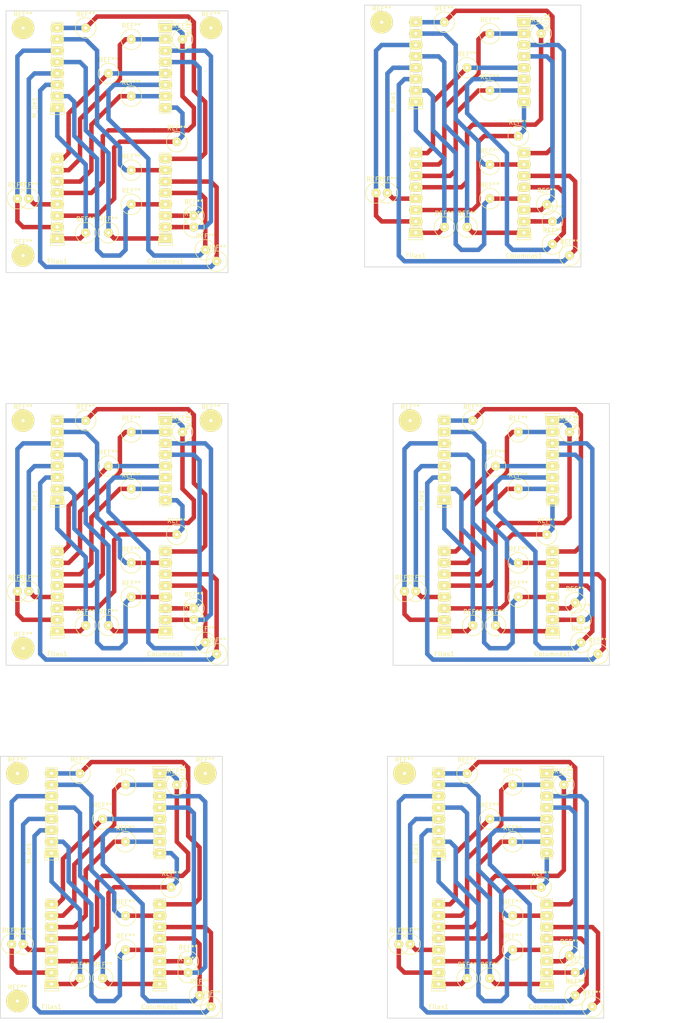
<source format=kicad_pcb>
(kicad_pcb (version 4) (host pcbnew 4.0.0-stable)
  (layers (0 F.Cu signal) (31 B.Cu signal) (34 B.Paste user) (35 F.Paste user) (36 B.SilkS user) (37 F.SilkS user) (38 B.Mask user) (39 F.Mask user) (44 Edge.Cuts user))
  (net 0 "")
  (net 1 "Net-(Columnas1-Pad1)")
  (net 2 "Net-(Columnas1-Pad2)")
  (net 3 "Net-(Columnas1-Pad3)")
  (net 4 "Net-(Columnas1-Pad4)")
  (net 5 "Net-(Columnas1-Pad5)")
  (net 6 "Net-(Columnas1-Pad6)")
  (net 7 "Net-(Columnas1-Pad7)")
  (net 8 "Net-(Columnas1-Pad8)")
  (net 9 "Net-(Filas1-Pad1)")
  (net 10 "Net-(Filas1-Pad2)")
  (net 11 "Net-(Filas1-Pad3)")
  (net 12 "Net-(Filas1-Pad4)")
  (net 13 "Net-(Filas1-Pad5)")
  (net 14 "Net-(Filas1-Pad6)")
  (net 15 "Net-(Filas1-Pad7)")
  (net 16 "Net-(Filas1-Pad8)")
  (module Connect:1pin (layer F.Cu) (at 45.72 166.37)
    (fp_text reference REF** (at 0 -3.048) (layer F.SilkS))
    (fp_text value 1pin)
    (pad 1 thru_hole circle (at 0 0) (size 5 5) (drill 0.7) (layers *.Cu *.Mask F.SilkS))
  )
  (module Connect:1pin (layer F.Cu) (at 87.63 115.57)
    (fp_text reference REF** (at 0 -3.048) (layer F.SilkS))
    (fp_text value 1pin)
    (pad 1 thru_hole circle (at 0 0) (size 5 5) (drill 0.7) (layers *.Cu *.Mask F.SilkS))
  )
  (module Connect:1pin (layer F.Cu) (at 45.72 115.57)
    (fp_text reference REF** (at 0 -3.048) (layer F.SilkS))
    (fp_text value 1pin)
    (pad 1 thru_hole circle (at 0 0) (size 5 5) (drill 0.7) (layers *.Cu *.Mask F.SilkS))
  )
  (module Pin_Headers:Pin_Header_Straight_1x08 (layer F.Cu) (at 163.83 162.56 180)
    (fp_text reference Columnas1 (at 0 -5.1 180) (layer F.SilkS))
    (fp_text value CONN_01X08)
    (pad 1 thru_hole rect (at 0 0 180) (size 3 2) (drill 0.7) (layers *.Cu *.Mask F.SilkS) (net 1 "Net-(Columnas1-Pad1)"))
    (pad 2 thru_hole oval (at 0 2.54 180) (size 3 2) (drill 0.7) (layers *.Cu *.Mask F.SilkS) (net 2 "Net-(Columnas1-Pad2)"))
    (pad 3 thru_hole oval (at 0 5.08 180) (size 3 2) (drill 0.7) (layers *.Cu *.Mask F.SilkS) (net 3 "Net-(Columnas1-Pad3)"))
    (pad 4 thru_hole oval (at 0 7.62 180) (size 3 2) (drill 0.7) (layers *.Cu *.Mask F.SilkS) (net 4 "Net-(Columnas1-Pad4)"))
    (pad 5 thru_hole oval (at 0 10.16 180) (size 3 2) (drill 0.7) (layers *.Cu *.Mask F.SilkS) (net 5 "Net-(Columnas1-Pad5)"))
    (pad 6 thru_hole oval (at 0 12.7 180) (size 3 2) (drill 0.7) (layers *.Cu *.Mask F.SilkS) (net 6 "Net-(Columnas1-Pad6)"))
    (pad 7 thru_hole oval (at 0 15.24 180) (size 3 2) (drill 0.7) (layers *.Cu *.Mask F.SilkS) (net 7 "Net-(Columnas1-Pad7)"))
    (pad 8 thru_hole oval (at 0 17.78 180) (size 3 2) (drill 0.7) (layers *.Cu *.Mask F.SilkS) (net 8 "Net-(Columnas1-Pad8)"))
  )
  (module Pin_Headers:Pin_Header_Straight_1x08 (layer F.Cu) (at 139.7 162.56 180)
    (fp_text reference Filas1 (at 0 -5.1 180) (layer F.SilkS))
    (fp_text value CONN_01X08)
    (pad 1 thru_hole rect (at 0 0 180) (size 3 2) (drill 0.7) (layers *.Cu *.Mask F.SilkS) (net 9 "Net-(Filas1-Pad1)"))
    (pad 2 thru_hole oval (at 0 2.54 180) (size 3 2) (drill 0.7) (layers *.Cu *.Mask F.SilkS) (net 10 "Net-(Filas1-Pad2)"))
    (pad 3 thru_hole oval (at 0 5.08 180) (size 3 2) (drill 0.7) (layers *.Cu *.Mask F.SilkS) (net 11 "Net-(Filas1-Pad3)"))
    (pad 4 thru_hole oval (at 0 7.62 180) (size 3 2) (drill 0.7) (layers *.Cu *.Mask F.SilkS) (net 12 "Net-(Filas1-Pad4)"))
    (pad 5 thru_hole oval (at 0 10.16 180) (size 3 2) (drill 0.7) (layers *.Cu *.Mask F.SilkS) (net 13 "Net-(Filas1-Pad5)"))
    (pad 6 thru_hole oval (at 0 12.7 180) (size 3 2) (drill 0.7) (layers *.Cu *.Mask F.SilkS) (net 14 "Net-(Filas1-Pad6)"))
    (pad 7 thru_hole oval (at 0 15.24 180) (size 3 2) (drill 0.7) (layers *.Cu *.Mask F.SilkS) (net 15 "Net-(Filas1-Pad7)"))
    (pad 8 thru_hole oval (at 0 17.78 180) (size 3 2) (drill 0.7) (layers *.Cu *.Mask F.SilkS) (net 16 "Net-(Filas1-Pad8)"))
  )
  (module Socket_Strips:Socket_Strip_Straight_1x08 (layer F.Cu) (at 139.7 133.35 90)
    (fp_text reference M_De1 (at 0 -5.1 90) (layer F.SilkS))
    (fp_text value CONN_01X08)
    (pad 9 thru_hole rect (at 0 0 90) (size 2 3) (drill 0.7) (layers *.Cu *.Mask F.SilkS) (net 9 "Net-(Filas1-Pad1)"))
    (pad 10 thru_hole oval (at 2.54 0 90) (size 2 3) (drill 0.7) (layers *.Cu *.Mask F.SilkS) (net 4 "Net-(Columnas1-Pad4)"))
    (pad 11 thru_hole oval (at 5.08 0 90) (size 2 3) (drill 0.7) (layers *.Cu *.Mask F.SilkS) (net 6 "Net-(Columnas1-Pad6)"))
    (pad 12 thru_hole oval (at 7.62 0 90) (size 2 3) (drill 0.7) (layers *.Cu *.Mask F.SilkS) (net 12 "Net-(Filas1-Pad4)"))
    (pad 13 thru_hole oval (at 10.16 0 90) (size 2 3) (drill 0.7) (layers *.Cu *.Mask F.SilkS) (net 1 "Net-(Columnas1-Pad1)"))
    (pad 14 thru_hole oval (at 12.7 0 90) (size 2 3) (drill 0.7) (layers *.Cu *.Mask F.SilkS) (net 10 "Net-(Filas1-Pad2)"))
    (pad 15 thru_hole oval (at 15.24 0 90) (size 2 3) (drill 0.7) (layers *.Cu *.Mask F.SilkS) (net 7 "Net-(Columnas1-Pad7)"))
    (pad 16 thru_hole oval (at 17.78 0 90) (size 2 3) (drill 0.7) (layers *.Cu *.Mask F.SilkS) (net 8 "Net-(Columnas1-Pad8)"))
  )
  (module Socket_Strips:Socket_Strip_Straight_1x08 (layer F.Cu) (at 163.83 115.57 270)
    (fp_text reference M_Iz1 (at 0 -5.1 270) (layer F.SilkS))
    (fp_text value CONN_01X08)
    (pad 1 thru_hole rect (at 0 0 270) (size 2 3) (drill 0.7) (layers *.Cu *.Mask F.SilkS) (net 13 "Net-(Filas1-Pad5)"))
    (pad 2 thru_hole oval (at 2.54 0 270) (size 2 3) (drill 0.7) (layers *.Cu *.Mask F.SilkS) (net 15 "Net-(Filas1-Pad7)"))
    (pad 3 thru_hole oval (at 5.08 0 270) (size 2 3) (drill 0.7) (layers *.Cu *.Mask F.SilkS) (net 2 "Net-(Columnas1-Pad2)"))
    (pad 4 thru_hole oval (at 7.62 0 270) (size 2 3) (drill 0.7) (layers *.Cu *.Mask F.SilkS) (net 3 "Net-(Columnas1-Pad3)"))
    (pad 5 thru_hole oval (at 10.16 0 270) (size 2 3) (drill 0.7) (layers *.Cu *.Mask F.SilkS) (net 16 "Net-(Filas1-Pad8)"))
    (pad 6 thru_hole oval (at 12.7 0 270) (size 2 3) (drill 0.7) (layers *.Cu *.Mask F.SilkS) (net 5 "Net-(Columnas1-Pad5)"))
    (pad 7 thru_hole oval (at 15.24 0 270) (size 2 3) (drill 0.7) (layers *.Cu *.Mask F.SilkS) (net 14 "Net-(Filas1-Pad6)"))
    (pad 8 thru_hole oval (at 17.78 0 270) (size 2 3) (drill 0.7) (layers *.Cu *.Mask F.SilkS) (net 11 "Net-(Filas1-Pad3)"))
  )
  (module Connect:1pin (layer F.Cu) (at 162.56 140.97)
    (fp_text reference REF** (at 0 -3.048) (layer F.SilkS))
    (fp_text value 1pin)
    (pad 1 thru_hole circle (at 0 0) (size 2 2) (drill 0.7) (layers *.Cu *.Mask F.SilkS) (net 11 "Net-(Filas1-Pad3)"))
  )
  (module Connect:1pin (layer F.Cu) (at 146.05 161.29)
    (fp_text reference REF** (at 0 -3.048) (layer F.SilkS))
    (fp_text value 1pin)
    (pad 1 thru_hole circle (at 0 0) (size 2 2) (drill 0.7) (layers *.Cu *.Mask F.SilkS) (net 9 "Net-(Filas1-Pad1)"))
  )
  (module Connect:1pin (layer F.Cu) (at 151.13 125.73)
    (fp_text reference REF** (at 0 -3.048) (layer F.SilkS))
    (fp_text value 1pin)
    (pad 1 thru_hole circle (at 0 0) (size 2 2) (drill 0.7) (layers *.Cu *.Mask F.SilkS) (net 16 "Net-(Filas1-Pad8)"))
  )
  (module Connect:1pin (layer F.Cu) (at 156.21 154.94)
    (fp_text reference REF** (at 0 -3.048) (layer F.SilkS))
    (fp_text value 1pin)
    (pad 1 thru_hole circle (at 0 0) (size 2 2) (drill 0.7) (layers *.Cu *.Mask F.SilkS) (net 4 "Net-(Columnas1-Pad4)"))
  )
  (module Connect:1pin (layer F.Cu) (at 170.18 165.1)
    (fp_text reference REF** (at 0 -3.048) (layer F.SilkS))
    (fp_text value 1pin)
    (pad 1 thru_hole circle (at 0 0) (size 2 2) (drill 0.7) (layers *.Cu *.Mask F.SilkS) (net 5 "Net-(Columnas1-Pad5)"))
  )
  (module Connect:1pin (layer F.Cu) (at 146.05 115.57)
    (fp_text reference REF** (at 0 -3.048) (layer F.SilkS))
    (fp_text value 1pin)
    (pad 1 thru_hole circle (at 0 0) (size 2 2) (drill 0.7) (layers *.Cu *.Mask F.SilkS) (net 8 "Net-(Columnas1-Pad8)"))
  )
  (module Connect:1pin (layer F.Cu) (at 133.35 153.67)
    (fp_text reference REF** (at 0 -3.048) (layer F.SilkS))
    (fp_text value 1pin)
    (pad 1 thru_hole circle (at 0 0) (size 2 2) (drill 0.7) (layers *.Cu *.Mask F.SilkS) (net 12 "Net-(Filas1-Pad4)"))
  )
  (module Connect:1pin (layer F.Cu) (at 151.13 161.29)
    (fp_text reference REF** (at 0 -3.048) (layer F.SilkS))
    (fp_text value 1pin)
    (pad 1 thru_hole circle (at 0 0) (size 2 2) (drill 0.7) (layers *.Cu *.Mask F.SilkS) (net 1 "Net-(Columnas1-Pad1)"))
  )
  (module Connect:1pin (layer F.Cu) (at 168.91 156.21)
    (fp_text reference REF** (at 0 -3.048) (layer F.SilkS))
    (fp_text value 1pin)
    (pad 1 thru_hole circle (at 0 0) (size 2 2) (drill 0.7) (layers *.Cu *.Mask F.SilkS) (net 3 "Net-(Columnas1-Pad3)"))
  )
  (module Connect:1pin (layer F.Cu) (at 170.18 160.02)
    (fp_text reference REF** (at 0 -3.048) (layer F.SilkS))
    (fp_text value 1pin)
    (pad 1 thru_hole circle (at 0 0) (size 2 2) (drill 0.7) (layers *.Cu *.Mask F.SilkS) (net 2 "Net-(Columnas1-Pad2)"))
  )
  (module Connect:1pin (layer F.Cu) (at 156.21 147.32)
    (fp_text reference REF** (at 0 -3.048) (layer F.SilkS))
    (fp_text value 1pin)
    (pad 1 thru_hole circle (at 0 0) (size 2 2) (drill 0.7) (layers *.Cu *.Mask F.SilkS) (net 7 "Net-(Columnas1-Pad7)"))
  )
  (module Connect:1pin (layer F.Cu) (at 156.21 130.81)
    (fp_text reference REF** (at 0 -3.048) (layer F.SilkS))
    (fp_text value 1pin)
    (pad 1 thru_hole circle (at 0 0) (size 2 2) (drill 0.7) (layers *.Cu *.Mask F.SilkS) (net 14 "Net-(Filas1-Pad6)"))
  )
  (module Connect:1pin (layer F.Cu) (at 156.21 118.11)
    (fp_text reference REF** (at 0 -3.048) (layer F.SilkS))
    (fp_text value 1pin)
    (pad 1 thru_hole circle (at 0 0) (size 2 2) (drill 0.7) (layers *.Cu *.Mask F.SilkS) (net 15 "Net-(Filas1-Pad7)"))
  )
  (module Connect:1pin (layer F.Cu) (at 167.64 118.11)
    (fp_text reference REF** (at 0 -3.048) (layer F.SilkS))
    (fp_text value 1pin)
    (pad 1 thru_hole circle (at 0 0) (size 2 2) (drill 0.7) (layers *.Cu *.Mask F.SilkS) (net 13 "Net-(Filas1-Pad5)"))
  )
  (module Connect:1pin (layer F.Cu) (at 130.81 153.67)
    (fp_text reference REF** (at 0 -3.048) (layer F.SilkS))
    (fp_text value 1pin)
    (pad 1 thru_hole circle (at 0 0) (size 2 2) (drill 0.7) (layers *.Cu *.Mask F.SilkS) (net 10 "Net-(Filas1-Pad2)"))
  )
  (module Connect:1pin (layer F.Cu) (at 173.99 167.64)
    (fp_text reference REF** (at 0 -3.048) (layer F.SilkS))
    (fp_text value 1pin)
    (pad 1 thru_hole circle (at 0 0) (size 2 2) (drill 0.7) (layers *.Cu *.Mask F.SilkS) (net 6 "Net-(Columnas1-Pad6)"))
  )
  (module Connect:1pin (layer F.Cu) (at 88.9 167.64)
    (fp_text reference REF** (at 0 -3.048) (layer F.SilkS))
    (fp_text value 1pin)
    (pad 1 thru_hole circle (at 0 0) (size 2 2) (drill 0.7) (layers *.Cu *.Mask F.SilkS) (net 6 "Net-(Columnas1-Pad6)"))
  )
  (module Connect:1pin (layer F.Cu) (at 44.45 153.67)
    (fp_text reference REF** (at 0 -3.048) (layer F.SilkS))
    (fp_text value 1pin)
    (pad 1 thru_hole circle (at 0 0) (size 2 2) (drill 0.7) (layers *.Cu *.Mask F.SilkS) (net 10 "Net-(Filas1-Pad2)"))
  )
  (module Connect:1pin (layer F.Cu) (at 81.28 118.11)
    (fp_text reference REF** (at 0 -3.048) (layer F.SilkS))
    (fp_text value 1pin)
    (pad 1 thru_hole circle (at 0 0) (size 2 2) (drill 0.7) (layers *.Cu *.Mask F.SilkS) (net 13 "Net-(Filas1-Pad5)"))
  )
  (module Connect:1pin (layer F.Cu) (at 69.85 118.11)
    (fp_text reference REF** (at 0 -3.048) (layer F.SilkS))
    (fp_text value 1pin)
    (pad 1 thru_hole circle (at 0 0) (size 2 2) (drill 0.7) (layers *.Cu *.Mask F.SilkS) (net 15 "Net-(Filas1-Pad7)"))
  )
  (module Connect:1pin (layer F.Cu) (at 69.85 130.81)
    (fp_text reference REF** (at 0 -3.048) (layer F.SilkS))
    (fp_text value 1pin)
    (pad 1 thru_hole circle (at 0 0) (size 2 2) (drill 0.7) (layers *.Cu *.Mask F.SilkS) (net 14 "Net-(Filas1-Pad6)"))
  )
  (module Connect:1pin (layer F.Cu) (at 69.85 147.32)
    (fp_text reference REF** (at 0 -3.048) (layer F.SilkS))
    (fp_text value 1pin)
    (pad 1 thru_hole circle (at 0 0) (size 2 2) (drill 0.7) (layers *.Cu *.Mask F.SilkS) (net 7 "Net-(Columnas1-Pad7)"))
  )
  (module Connect:1pin (layer F.Cu) (at 83.82 160.02)
    (fp_text reference REF** (at 0 -3.048) (layer F.SilkS))
    (fp_text value 1pin)
    (pad 1 thru_hole circle (at 0 0) (size 2 2) (drill 0.7) (layers *.Cu *.Mask F.SilkS) (net 2 "Net-(Columnas1-Pad2)"))
  )
  (module Connect:1pin (layer F.Cu) (at 83.82 157.48)
    (fp_text reference REF** (at 0 -3.048) (layer F.SilkS))
    (fp_text value 1pin)
    (pad 1 thru_hole circle (at 0 0) (size 2 2) (drill 0.7) (layers *.Cu *.Mask F.SilkS) (net 3 "Net-(Columnas1-Pad3)"))
  )
  (module Connect:1pin (layer F.Cu) (at 64.77 161.29)
    (fp_text reference REF** (at 0 -3.048) (layer F.SilkS))
    (fp_text value 1pin)
    (pad 1 thru_hole circle (at 0 0) (size 2 2) (drill 0.7) (layers *.Cu *.Mask F.SilkS) (net 1 "Net-(Columnas1-Pad1)"))
  )
  (module Connect:1pin (layer F.Cu) (at 46.99 153.67)
    (fp_text reference REF** (at 0 -3.048) (layer F.SilkS))
    (fp_text value 1pin)
    (pad 1 thru_hole circle (at 0 0) (size 2 2) (drill 0.7) (layers *.Cu *.Mask F.SilkS) (net 12 "Net-(Filas1-Pad4)"))
  )
  (module Connect:1pin (layer F.Cu) (at 59.69 115.57)
    (fp_text reference REF** (at 0 -3.048) (layer F.SilkS))
    (fp_text value 1pin)
    (pad 1 thru_hole circle (at 0 0) (size 2 2) (drill 0.7) (layers *.Cu *.Mask F.SilkS) (net 8 "Net-(Columnas1-Pad8)"))
  )
  (module Connect:1pin (layer F.Cu) (at 86.36 165.1)
    (fp_text reference REF** (at 0 -3.048) (layer F.SilkS))
    (fp_text value 1pin)
    (pad 1 thru_hole circle (at 0 0) (size 2 2) (drill 0.7) (layers *.Cu *.Mask F.SilkS) (net 5 "Net-(Columnas1-Pad5)"))
  )
  (module Connect:1pin (layer F.Cu) (at 69.85 154.94)
    (fp_text reference REF** (at 0 -3.048) (layer F.SilkS))
    (fp_text value 1pin)
    (pad 1 thru_hole circle (at 0 0) (size 2 2) (drill 0.7) (layers *.Cu *.Mask F.SilkS) (net 4 "Net-(Columnas1-Pad4)"))
  )
  (module Connect:1pin (layer F.Cu) (at 64.77 125.73)
    (fp_text reference REF** (at 0 -3.048) (layer F.SilkS))
    (fp_text value 1pin)
    (pad 1 thru_hole circle (at 0 0) (size 2 2) (drill 0.7) (layers *.Cu *.Mask F.SilkS) (net 16 "Net-(Filas1-Pad8)"))
  )
  (module Connect:1pin (layer F.Cu) (at 59.69 161.29)
    (fp_text reference REF** (at 0 -3.048) (layer F.SilkS))
    (fp_text value 1pin)
    (pad 1 thru_hole circle (at 0 0) (size 2 2) (drill 0.7) (layers *.Cu *.Mask F.SilkS) (net 9 "Net-(Filas1-Pad1)"))
  )
  (module Connect:1pin (layer F.Cu) (at 80.01 140.97)
    (fp_text reference REF** (at 0 -3.048) (layer F.SilkS))
    (fp_text value 1pin)
    (pad 1 thru_hole circle (at 0 0) (size 2 2) (drill 0.7) (layers *.Cu *.Mask F.SilkS) (net 11 "Net-(Filas1-Pad3)"))
  )
  (module Socket_Strips:Socket_Strip_Straight_1x08 (layer F.Cu) (at 77.47 115.57 270)
    (fp_text reference M_Iz1 (at 0 -5.1 270) (layer F.SilkS))
    (fp_text value CONN_01X08)
    (pad 1 thru_hole rect (at 0 0 270) (size 2 3) (drill 0.7) (layers *.Cu *.Mask F.SilkS) (net 13 "Net-(Filas1-Pad5)"))
    (pad 2 thru_hole oval (at 2.54 0 270) (size 2 3) (drill 0.7) (layers *.Cu *.Mask F.SilkS) (net 15 "Net-(Filas1-Pad7)"))
    (pad 3 thru_hole oval (at 5.08 0 270) (size 2 3) (drill 0.7) (layers *.Cu *.Mask F.SilkS) (net 2 "Net-(Columnas1-Pad2)"))
    (pad 4 thru_hole oval (at 7.62 0 270) (size 2 3) (drill 0.7) (layers *.Cu *.Mask F.SilkS) (net 3 "Net-(Columnas1-Pad3)"))
    (pad 5 thru_hole oval (at 10.16 0 270) (size 2 3) (drill 0.7) (layers *.Cu *.Mask F.SilkS) (net 16 "Net-(Filas1-Pad8)"))
    (pad 6 thru_hole oval (at 12.7 0 270) (size 2 3) (drill 0.7) (layers *.Cu *.Mask F.SilkS) (net 5 "Net-(Columnas1-Pad5)"))
    (pad 7 thru_hole oval (at 15.24 0 270) (size 2 3) (drill 0.7) (layers *.Cu *.Mask F.SilkS) (net 14 "Net-(Filas1-Pad6)"))
    (pad 8 thru_hole oval (at 17.78 0 270) (size 2 3) (drill 0.7) (layers *.Cu *.Mask F.SilkS) (net 11 "Net-(Filas1-Pad3)"))
  )
  (module Socket_Strips:Socket_Strip_Straight_1x08 (layer F.Cu) (at 53.34 133.35 90)
    (fp_text reference M_De1 (at 0 -5.1 90) (layer F.SilkS))
    (fp_text value CONN_01X08)
    (pad 9 thru_hole rect (at 0 0 90) (size 2 3) (drill 0.7) (layers *.Cu *.Mask F.SilkS) (net 9 "Net-(Filas1-Pad1)"))
    (pad 10 thru_hole oval (at 2.54 0 90) (size 2 3) (drill 0.7) (layers *.Cu *.Mask F.SilkS) (net 4 "Net-(Columnas1-Pad4)"))
    (pad 11 thru_hole oval (at 5.08 0 90) (size 2 3) (drill 0.7) (layers *.Cu *.Mask F.SilkS) (net 6 "Net-(Columnas1-Pad6)"))
    (pad 12 thru_hole oval (at 7.62 0 90) (size 2 3) (drill 0.7) (layers *.Cu *.Mask F.SilkS) (net 12 "Net-(Filas1-Pad4)"))
    (pad 13 thru_hole oval (at 10.16 0 90) (size 2 3) (drill 0.7) (layers *.Cu *.Mask F.SilkS) (net 1 "Net-(Columnas1-Pad1)"))
    (pad 14 thru_hole oval (at 12.7 0 90) (size 2 3) (drill 0.7) (layers *.Cu *.Mask F.SilkS) (net 10 "Net-(Filas1-Pad2)"))
    (pad 15 thru_hole oval (at 15.24 0 90) (size 2 3) (drill 0.7) (layers *.Cu *.Mask F.SilkS) (net 7 "Net-(Columnas1-Pad7)"))
    (pad 16 thru_hole oval (at 17.78 0 90) (size 2 3) (drill 0.7) (layers *.Cu *.Mask F.SilkS) (net 8 "Net-(Columnas1-Pad8)"))
  )
  (module Pin_Headers:Pin_Header_Straight_1x08 (layer F.Cu) (at 53.34 162.56 180)
    (fp_text reference Filas1 (at 0 -5.1 180) (layer F.SilkS))
    (fp_text value CONN_01X08)
    (pad 1 thru_hole rect (at 0 0 180) (size 3 2) (drill 0.7) (layers *.Cu *.Mask F.SilkS) (net 9 "Net-(Filas1-Pad1)"))
    (pad 2 thru_hole oval (at 0 2.54 180) (size 3 2) (drill 0.7) (layers *.Cu *.Mask F.SilkS) (net 10 "Net-(Filas1-Pad2)"))
    (pad 3 thru_hole oval (at 0 5.08 180) (size 3 2) (drill 0.7) (layers *.Cu *.Mask F.SilkS) (net 11 "Net-(Filas1-Pad3)"))
    (pad 4 thru_hole oval (at 0 7.62 180) (size 3 2) (drill 0.7) (layers *.Cu *.Mask F.SilkS) (net 12 "Net-(Filas1-Pad4)"))
    (pad 5 thru_hole oval (at 0 10.16 180) (size 3 2) (drill 0.7) (layers *.Cu *.Mask F.SilkS) (net 13 "Net-(Filas1-Pad5)"))
    (pad 6 thru_hole oval (at 0 12.7 180) (size 3 2) (drill 0.7) (layers *.Cu *.Mask F.SilkS) (net 14 "Net-(Filas1-Pad6)"))
    (pad 7 thru_hole oval (at 0 15.24 180) (size 3 2) (drill 0.7) (layers *.Cu *.Mask F.SilkS) (net 15 "Net-(Filas1-Pad7)"))
    (pad 8 thru_hole oval (at 0 17.78 180) (size 3 2) (drill 0.7) (layers *.Cu *.Mask F.SilkS) (net 16 "Net-(Filas1-Pad8)"))
  )
  (module Pin_Headers:Pin_Header_Straight_1x08 (layer F.Cu) (at 77.47 162.56 180)
    (fp_text reference Columnas1 (at 0 -5.1 180) (layer F.SilkS))
    (fp_text value CONN_01X08)
    (pad 1 thru_hole rect (at 0 0 180) (size 3 2) (drill 0.7) (layers *.Cu *.Mask F.SilkS) (net 1 "Net-(Columnas1-Pad1)"))
    (pad 2 thru_hole oval (at 0 2.54 180) (size 3 2) (drill 0.7) (layers *.Cu *.Mask F.SilkS) (net 2 "Net-(Columnas1-Pad2)"))
    (pad 3 thru_hole oval (at 0 5.08 180) (size 3 2) (drill 0.7) (layers *.Cu *.Mask F.SilkS) (net 3 "Net-(Columnas1-Pad3)"))
    (pad 4 thru_hole oval (at 0 7.62 180) (size 3 2) (drill 0.7) (layers *.Cu *.Mask F.SilkS) (net 4 "Net-(Columnas1-Pad4)"))
    (pad 5 thru_hole oval (at 0 10.16 180) (size 3 2) (drill 0.7) (layers *.Cu *.Mask F.SilkS) (net 5 "Net-(Columnas1-Pad5)"))
    (pad 6 thru_hole oval (at 0 12.7 180) (size 3 2) (drill 0.7) (layers *.Cu *.Mask F.SilkS) (net 6 "Net-(Columnas1-Pad6)"))
    (pad 7 thru_hole oval (at 0 15.24 180) (size 3 2) (drill 0.7) (layers *.Cu *.Mask F.SilkS) (net 7 "Net-(Columnas1-Pad7)"))
    (pad 8 thru_hole oval (at 0 17.78 180) (size 3 2) (drill 0.7) (layers *.Cu *.Mask F.SilkS) (net 8 "Net-(Columnas1-Pad8)"))
  )
  (module Connect:1pin (layer F.Cu) (at 132.08 115.57)
    (fp_text reference REF** (at 0 -3.048) (layer F.SilkS))
    (fp_text value 1pin)
    (pad 1 thru_hole circle (at 0 0) (size 5 5) (drill 0.7) (layers *.Cu *.Mask F.SilkS))
  )
  (module Connect:1pin (layer F.Cu) (at 130.81 194.31)
    (fp_text reference REF** (at 0 -3.048) (layer F.SilkS))
    (fp_text value 1pin)
    (pad 1 thru_hole circle (at 0 0) (size 5 5) (drill 0.7) (layers *.Cu *.Mask F.SilkS))
  )
  (module Pin_Headers:Pin_Header_Straight_1x08 (layer F.Cu) (at 76.2 241.3 180)
    (fp_text reference Columnas1 (at 0 -5.1 180) (layer F.SilkS))
    (fp_text value CONN_01X08)
    (pad 1 thru_hole rect (at 0 0 180) (size 3 2) (drill 0.7) (layers *.Cu *.Mask F.SilkS) (net 1 "Net-(Columnas1-Pad1)"))
    (pad 2 thru_hole oval (at 0 2.54 180) (size 3 2) (drill 0.7) (layers *.Cu *.Mask F.SilkS) (net 2 "Net-(Columnas1-Pad2)"))
    (pad 3 thru_hole oval (at 0 5.08 180) (size 3 2) (drill 0.7) (layers *.Cu *.Mask F.SilkS) (net 3 "Net-(Columnas1-Pad3)"))
    (pad 4 thru_hole oval (at 0 7.62 180) (size 3 2) (drill 0.7) (layers *.Cu *.Mask F.SilkS) (net 4 "Net-(Columnas1-Pad4)"))
    (pad 5 thru_hole oval (at 0 10.16 180) (size 3 2) (drill 0.7) (layers *.Cu *.Mask F.SilkS) (net 5 "Net-(Columnas1-Pad5)"))
    (pad 6 thru_hole oval (at 0 12.7 180) (size 3 2) (drill 0.7) (layers *.Cu *.Mask F.SilkS) (net 6 "Net-(Columnas1-Pad6)"))
    (pad 7 thru_hole oval (at 0 15.24 180) (size 3 2) (drill 0.7) (layers *.Cu *.Mask F.SilkS) (net 7 "Net-(Columnas1-Pad7)"))
    (pad 8 thru_hole oval (at 0 17.78 180) (size 3 2) (drill 0.7) (layers *.Cu *.Mask F.SilkS) (net 8 "Net-(Columnas1-Pad8)"))
  )
  (module Pin_Headers:Pin_Header_Straight_1x08 (layer F.Cu) (at 52.07 241.3 180)
    (fp_text reference Filas1 (at 0 -5.1 180) (layer F.SilkS))
    (fp_text value CONN_01X08)
    (pad 1 thru_hole rect (at 0 0 180) (size 3 2) (drill 0.7) (layers *.Cu *.Mask F.SilkS) (net 9 "Net-(Filas1-Pad1)"))
    (pad 2 thru_hole oval (at 0 2.54 180) (size 3 2) (drill 0.7) (layers *.Cu *.Mask F.SilkS) (net 10 "Net-(Filas1-Pad2)"))
    (pad 3 thru_hole oval (at 0 5.08 180) (size 3 2) (drill 0.7) (layers *.Cu *.Mask F.SilkS) (net 11 "Net-(Filas1-Pad3)"))
    (pad 4 thru_hole oval (at 0 7.62 180) (size 3 2) (drill 0.7) (layers *.Cu *.Mask F.SilkS) (net 12 "Net-(Filas1-Pad4)"))
    (pad 5 thru_hole oval (at 0 10.16 180) (size 3 2) (drill 0.7) (layers *.Cu *.Mask F.SilkS) (net 13 "Net-(Filas1-Pad5)"))
    (pad 6 thru_hole oval (at 0 12.7 180) (size 3 2) (drill 0.7) (layers *.Cu *.Mask F.SilkS) (net 14 "Net-(Filas1-Pad6)"))
    (pad 7 thru_hole oval (at 0 15.24 180) (size 3 2) (drill 0.7) (layers *.Cu *.Mask F.SilkS) (net 15 "Net-(Filas1-Pad7)"))
    (pad 8 thru_hole oval (at 0 17.78 180) (size 3 2) (drill 0.7) (layers *.Cu *.Mask F.SilkS) (net 16 "Net-(Filas1-Pad8)"))
  )
  (module Socket_Strips:Socket_Strip_Straight_1x08 (layer F.Cu) (at 52.07 212.09 90)
    (fp_text reference M_De1 (at 0 -5.1 90) (layer F.SilkS))
    (fp_text value CONN_01X08)
    (pad 9 thru_hole rect (at 0 0 90) (size 2 3) (drill 0.7) (layers *.Cu *.Mask F.SilkS) (net 9 "Net-(Filas1-Pad1)"))
    (pad 10 thru_hole oval (at 2.54 0 90) (size 2 3) (drill 0.7) (layers *.Cu *.Mask F.SilkS) (net 4 "Net-(Columnas1-Pad4)"))
    (pad 11 thru_hole oval (at 5.08 0 90) (size 2 3) (drill 0.7) (layers *.Cu *.Mask F.SilkS) (net 6 "Net-(Columnas1-Pad6)"))
    (pad 12 thru_hole oval (at 7.62 0 90) (size 2 3) (drill 0.7) (layers *.Cu *.Mask F.SilkS) (net 12 "Net-(Filas1-Pad4)"))
    (pad 13 thru_hole oval (at 10.16 0 90) (size 2 3) (drill 0.7) (layers *.Cu *.Mask F.SilkS) (net 1 "Net-(Columnas1-Pad1)"))
    (pad 14 thru_hole oval (at 12.7 0 90) (size 2 3) (drill 0.7) (layers *.Cu *.Mask F.SilkS) (net 10 "Net-(Filas1-Pad2)"))
    (pad 15 thru_hole oval (at 15.24 0 90) (size 2 3) (drill 0.7) (layers *.Cu *.Mask F.SilkS) (net 7 "Net-(Columnas1-Pad7)"))
    (pad 16 thru_hole oval (at 17.78 0 90) (size 2 3) (drill 0.7) (layers *.Cu *.Mask F.SilkS) (net 8 "Net-(Columnas1-Pad8)"))
  )
  (module Socket_Strips:Socket_Strip_Straight_1x08 (layer F.Cu) (at 76.2 194.31 270)
    (fp_text reference M_Iz1 (at 0 -5.1 270) (layer F.SilkS))
    (fp_text value CONN_01X08)
    (pad 1 thru_hole rect (at 0 0 270) (size 2 3) (drill 0.7) (layers *.Cu *.Mask F.SilkS) (net 13 "Net-(Filas1-Pad5)"))
    (pad 2 thru_hole oval (at 2.54 0 270) (size 2 3) (drill 0.7) (layers *.Cu *.Mask F.SilkS) (net 15 "Net-(Filas1-Pad7)"))
    (pad 3 thru_hole oval (at 5.08 0 270) (size 2 3) (drill 0.7) (layers *.Cu *.Mask F.SilkS) (net 2 "Net-(Columnas1-Pad2)"))
    (pad 4 thru_hole oval (at 7.62 0 270) (size 2 3) (drill 0.7) (layers *.Cu *.Mask F.SilkS) (net 3 "Net-(Columnas1-Pad3)"))
    (pad 5 thru_hole oval (at 10.16 0 270) (size 2 3) (drill 0.7) (layers *.Cu *.Mask F.SilkS) (net 16 "Net-(Filas1-Pad8)"))
    (pad 6 thru_hole oval (at 12.7 0 270) (size 2 3) (drill 0.7) (layers *.Cu *.Mask F.SilkS) (net 5 "Net-(Columnas1-Pad5)"))
    (pad 7 thru_hole oval (at 15.24 0 270) (size 2 3) (drill 0.7) (layers *.Cu *.Mask F.SilkS) (net 14 "Net-(Filas1-Pad6)"))
    (pad 8 thru_hole oval (at 17.78 0 270) (size 2 3) (drill 0.7) (layers *.Cu *.Mask F.SilkS) (net 11 "Net-(Filas1-Pad3)"))
  )
  (module Connect:1pin (layer F.Cu) (at 78.74 219.71)
    (fp_text reference REF** (at 0 -3.048) (layer F.SilkS))
    (fp_text value 1pin)
    (pad 1 thru_hole circle (at 0 0) (size 2 2) (drill 0.7) (layers *.Cu *.Mask F.SilkS) (net 11 "Net-(Filas1-Pad3)"))
  )
  (module Connect:1pin (layer F.Cu) (at 58.42 240.03)
    (fp_text reference REF** (at 0 -3.048) (layer F.SilkS))
    (fp_text value 1pin)
    (pad 1 thru_hole circle (at 0 0) (size 2 2) (drill 0.7) (layers *.Cu *.Mask F.SilkS) (net 9 "Net-(Filas1-Pad1)"))
  )
  (module Connect:1pin (layer F.Cu) (at 63.5 204.47)
    (fp_text reference REF** (at 0 -3.048) (layer F.SilkS))
    (fp_text value 1pin)
    (pad 1 thru_hole circle (at 0 0) (size 2 2) (drill 0.7) (layers *.Cu *.Mask F.SilkS) (net 16 "Net-(Filas1-Pad8)"))
  )
  (module Connect:1pin (layer F.Cu) (at 68.58 233.68)
    (fp_text reference REF** (at 0 -3.048) (layer F.SilkS))
    (fp_text value 1pin)
    (pad 1 thru_hole circle (at 0 0) (size 2 2) (drill 0.7) (layers *.Cu *.Mask F.SilkS) (net 4 "Net-(Columnas1-Pad4)"))
  )
  (module Connect:1pin (layer F.Cu) (at 85.09 243.84)
    (fp_text reference REF** (at 0 -3.048) (layer F.SilkS))
    (fp_text value 1pin)
    (pad 1 thru_hole circle (at 0 0) (size 2 2) (drill 0.7) (layers *.Cu *.Mask F.SilkS) (net 5 "Net-(Columnas1-Pad5)"))
  )
  (module Connect:1pin (layer F.Cu) (at 58.42 194.31)
    (fp_text reference REF** (at 0 -3.048) (layer F.SilkS))
    (fp_text value 1pin)
    (pad 1 thru_hole circle (at 0 0) (size 2 2) (drill 0.7) (layers *.Cu *.Mask F.SilkS) (net 8 "Net-(Columnas1-Pad8)"))
  )
  (module Connect:1pin (layer F.Cu) (at 45.72 232.41)
    (fp_text reference REF** (at 0 -3.048) (layer F.SilkS))
    (fp_text value 1pin)
    (pad 1 thru_hole circle (at 0 0) (size 2 2) (drill 0.7) (layers *.Cu *.Mask F.SilkS) (net 12 "Net-(Filas1-Pad4)"))
  )
  (module Connect:1pin (layer F.Cu) (at 63.5 240.03)
    (fp_text reference REF** (at 0 -3.048) (layer F.SilkS))
    (fp_text value 1pin)
    (pad 1 thru_hole circle (at 0 0) (size 2 2) (drill 0.7) (layers *.Cu *.Mask F.SilkS) (net 1 "Net-(Columnas1-Pad1)"))
  )
  (module Connect:1pin (layer F.Cu) (at 82.55 236.22)
    (fp_text reference REF** (at 0 -3.048) (layer F.SilkS))
    (fp_text value 1pin)
    (pad 1 thru_hole circle (at 0 0) (size 2 2) (drill 0.7) (layers *.Cu *.Mask F.SilkS) (net 3 "Net-(Columnas1-Pad3)"))
  )
  (module Connect:1pin (layer F.Cu) (at 82.55 238.76)
    (fp_text reference REF** (at 0 -3.048) (layer F.SilkS))
    (fp_text value 1pin)
    (pad 1 thru_hole circle (at 0 0) (size 2 2) (drill 0.7) (layers *.Cu *.Mask F.SilkS) (net 2 "Net-(Columnas1-Pad2)"))
  )
  (module Connect:1pin (layer F.Cu) (at 68.58 226.06)
    (fp_text reference REF** (at 0 -3.048) (layer F.SilkS))
    (fp_text value 1pin)
    (pad 1 thru_hole circle (at 0 0) (size 2 2) (drill 0.7) (layers *.Cu *.Mask F.SilkS) (net 7 "Net-(Columnas1-Pad7)"))
  )
  (module Connect:1pin (layer F.Cu) (at 68.58 209.55)
    (fp_text reference REF** (at 0 -3.048) (layer F.SilkS))
    (fp_text value 1pin)
    (pad 1 thru_hole circle (at 0 0) (size 2 2) (drill 0.7) (layers *.Cu *.Mask F.SilkS) (net 14 "Net-(Filas1-Pad6)"))
  )
  (module Connect:1pin (layer F.Cu) (at 68.58 196.85)
    (fp_text reference REF** (at 0 -3.048) (layer F.SilkS))
    (fp_text value 1pin)
    (pad 1 thru_hole circle (at 0 0) (size 2 2) (drill 0.7) (layers *.Cu *.Mask F.SilkS) (net 15 "Net-(Filas1-Pad7)"))
  )
  (module Connect:1pin (layer F.Cu) (at 80.01 196.85)
    (fp_text reference REF** (at 0 -3.048) (layer F.SilkS))
    (fp_text value 1pin)
    (pad 1 thru_hole circle (at 0 0) (size 2 2) (drill 0.7) (layers *.Cu *.Mask F.SilkS) (net 13 "Net-(Filas1-Pad5)"))
  )
  (module Connect:1pin (layer F.Cu) (at 43.18 232.41)
    (fp_text reference REF** (at 0 -3.048) (layer F.SilkS))
    (fp_text value 1pin)
    (pad 1 thru_hole circle (at 0 0) (size 2 2) (drill 0.7) (layers *.Cu *.Mask F.SilkS) (net 10 "Net-(Filas1-Pad2)"))
  )
  (module Connect:1pin (layer F.Cu) (at 87.63 246.38)
    (fp_text reference REF** (at 0 -3.048) (layer F.SilkS))
    (fp_text value 1pin)
    (pad 1 thru_hole circle (at 0 0) (size 2 2) (drill 0.7) (layers *.Cu *.Mask F.SilkS) (net 6 "Net-(Columnas1-Pad6)"))
  )
  (module Connect:1pin (layer F.Cu) (at 172.72 246.38)
    (fp_text reference REF** (at 0 -3.048) (layer F.SilkS))
    (fp_text value 1pin)
    (pad 1 thru_hole circle (at 0 0) (size 2 2) (drill 0.7) (layers *.Cu *.Mask F.SilkS) (net 6 "Net-(Columnas1-Pad6)"))
  )
  (module Connect:1pin (layer F.Cu) (at 129.54 232.41)
    (fp_text reference REF** (at 0 -3.048) (layer F.SilkS))
    (fp_text value 1pin)
    (pad 1 thru_hole circle (at 0 0) (size 2 2) (drill 0.7) (layers *.Cu *.Mask F.SilkS) (net 10 "Net-(Filas1-Pad2)"))
  )
  (module Connect:1pin (layer F.Cu) (at 166.37 196.85)
    (fp_text reference REF** (at 0 -3.048) (layer F.SilkS))
    (fp_text value 1pin)
    (pad 1 thru_hole circle (at 0 0) (size 2 2) (drill 0.7) (layers *.Cu *.Mask F.SilkS) (net 13 "Net-(Filas1-Pad5)"))
  )
  (module Connect:1pin (layer F.Cu) (at 154.94 196.85)
    (fp_text reference REF** (at 0 -3.048) (layer F.SilkS))
    (fp_text value 1pin)
    (pad 1 thru_hole circle (at 0 0) (size 2 2) (drill 0.7) (layers *.Cu *.Mask F.SilkS) (net 15 "Net-(Filas1-Pad7)"))
  )
  (module Connect:1pin (layer F.Cu) (at 154.94 209.55)
    (fp_text reference REF** (at 0 -3.048) (layer F.SilkS))
    (fp_text value 1pin)
    (pad 1 thru_hole circle (at 0 0) (size 2 2) (drill 0.7) (layers *.Cu *.Mask F.SilkS) (net 14 "Net-(Filas1-Pad6)"))
  )
  (module Connect:1pin (layer F.Cu) (at 154.94 226.06)
    (fp_text reference REF** (at 0 -3.048) (layer F.SilkS))
    (fp_text value 1pin)
    (pad 1 thru_hole circle (at 0 0) (size 2 2) (drill 0.7) (layers *.Cu *.Mask F.SilkS) (net 7 "Net-(Columnas1-Pad7)"))
  )
  (module Connect:1pin (layer F.Cu) (at 168.91 238.76)
    (fp_text reference REF** (at 0 -3.048) (layer F.SilkS))
    (fp_text value 1pin)
    (pad 1 thru_hole circle (at 0 0) (size 2 2) (drill 0.7) (layers *.Cu *.Mask F.SilkS) (net 2 "Net-(Columnas1-Pad2)"))
  )
  (module Connect:1pin (layer F.Cu) (at 167.64 234.95)
    (fp_text reference REF** (at 0 -3.048) (layer F.SilkS))
    (fp_text value 1pin)
    (pad 1 thru_hole circle (at 0 0) (size 2 2) (drill 0.7) (layers *.Cu *.Mask F.SilkS) (net 3 "Net-(Columnas1-Pad3)"))
  )
  (module Connect:1pin (layer F.Cu) (at 149.86 240.03)
    (fp_text reference REF** (at 0 -3.048) (layer F.SilkS))
    (fp_text value 1pin)
    (pad 1 thru_hole circle (at 0 0) (size 2 2) (drill 0.7) (layers *.Cu *.Mask F.SilkS) (net 1 "Net-(Columnas1-Pad1)"))
  )
  (module Connect:1pin (layer F.Cu) (at 132.08 232.41)
    (fp_text reference REF** (at 0 -3.048) (layer F.SilkS))
    (fp_text value 1pin)
    (pad 1 thru_hole circle (at 0 0) (size 2 2) (drill 0.7) (layers *.Cu *.Mask F.SilkS) (net 12 "Net-(Filas1-Pad4)"))
  )
  (module Connect:1pin (layer F.Cu) (at 144.78 194.31)
    (fp_text reference REF** (at 0 -3.048) (layer F.SilkS))
    (fp_text value 1pin)
    (pad 1 thru_hole circle (at 0 0) (size 2 2) (drill 0.7) (layers *.Cu *.Mask F.SilkS) (net 8 "Net-(Columnas1-Pad8)"))
  )
  (module Connect:1pin (layer F.Cu) (at 168.91 243.84)
    (fp_text reference REF** (at 0 -3.048) (layer F.SilkS))
    (fp_text value 1pin)
    (pad 1 thru_hole circle (at 0 0) (size 2 2) (drill 0.7) (layers *.Cu *.Mask F.SilkS) (net 5 "Net-(Columnas1-Pad5)"))
  )
  (module Connect:1pin (layer F.Cu) (at 154.94 233.68)
    (fp_text reference REF** (at 0 -3.048) (layer F.SilkS))
    (fp_text value 1pin)
    (pad 1 thru_hole circle (at 0 0) (size 2 2) (drill 0.7) (layers *.Cu *.Mask F.SilkS) (net 4 "Net-(Columnas1-Pad4)"))
  )
  (module Connect:1pin (layer F.Cu) (at 149.86 204.47)
    (fp_text reference REF** (at 0 -3.048) (layer F.SilkS))
    (fp_text value 1pin)
    (pad 1 thru_hole circle (at 0 0) (size 2 2) (drill 0.7) (layers *.Cu *.Mask F.SilkS) (net 16 "Net-(Filas1-Pad8)"))
  )
  (module Connect:1pin (layer F.Cu) (at 144.78 240.03)
    (fp_text reference REF** (at 0 -3.048) (layer F.SilkS))
    (fp_text value 1pin)
    (pad 1 thru_hole circle (at 0 0) (size 2 2) (drill 0.7) (layers *.Cu *.Mask F.SilkS) (net 9 "Net-(Filas1-Pad1)"))
  )
  (module Connect:1pin (layer F.Cu) (at 161.29 219.71)
    (fp_text reference REF** (at 0 -3.048) (layer F.SilkS))
    (fp_text value 1pin)
    (pad 1 thru_hole circle (at 0 0) (size 2 2) (drill 0.7) (layers *.Cu *.Mask F.SilkS) (net 11 "Net-(Filas1-Pad3)"))
  )
  (module Socket_Strips:Socket_Strip_Straight_1x08 (layer F.Cu) (at 162.56 194.31 270)
    (fp_text reference M_Iz1 (at 0 -5.1 270) (layer F.SilkS))
    (fp_text value CONN_01X08)
    (pad 1 thru_hole rect (at 0 0 270) (size 2 3) (drill 0.7) (layers *.Cu *.Mask F.SilkS) (net 13 "Net-(Filas1-Pad5)"))
    (pad 2 thru_hole oval (at 2.54 0 270) (size 2 3) (drill 0.7) (layers *.Cu *.Mask F.SilkS) (net 15 "Net-(Filas1-Pad7)"))
    (pad 3 thru_hole oval (at 5.08 0 270) (size 2 3) (drill 0.7) (layers *.Cu *.Mask F.SilkS) (net 2 "Net-(Columnas1-Pad2)"))
    (pad 4 thru_hole oval (at 7.62 0 270) (size 2 3) (drill 0.7) (layers *.Cu *.Mask F.SilkS) (net 3 "Net-(Columnas1-Pad3)"))
    (pad 5 thru_hole oval (at 10.16 0 270) (size 2 3) (drill 0.7) (layers *.Cu *.Mask F.SilkS) (net 16 "Net-(Filas1-Pad8)"))
    (pad 6 thru_hole oval (at 12.7 0 270) (size 2 3) (drill 0.7) (layers *.Cu *.Mask F.SilkS) (net 5 "Net-(Columnas1-Pad5)"))
    (pad 7 thru_hole oval (at 15.24 0 270) (size 2 3) (drill 0.7) (layers *.Cu *.Mask F.SilkS) (net 14 "Net-(Filas1-Pad6)"))
    (pad 8 thru_hole oval (at 17.78 0 270) (size 2 3) (drill 0.7) (layers *.Cu *.Mask F.SilkS) (net 11 "Net-(Filas1-Pad3)"))
  )
  (module Socket_Strips:Socket_Strip_Straight_1x08 (layer F.Cu) (at 138.43 212.09 90)
    (fp_text reference M_De1 (at 0 -5.1 90) (layer F.SilkS))
    (fp_text value CONN_01X08)
    (pad 9 thru_hole rect (at 0 0 90) (size 2 3) (drill 0.7) (layers *.Cu *.Mask F.SilkS) (net 9 "Net-(Filas1-Pad1)"))
    (pad 10 thru_hole oval (at 2.54 0 90) (size 2 3) (drill 0.7) (layers *.Cu *.Mask F.SilkS) (net 4 "Net-(Columnas1-Pad4)"))
    (pad 11 thru_hole oval (at 5.08 0 90) (size 2 3) (drill 0.7) (layers *.Cu *.Mask F.SilkS) (net 6 "Net-(Columnas1-Pad6)"))
    (pad 12 thru_hole oval (at 7.62 0 90) (size 2 3) (drill 0.7) (layers *.Cu *.Mask F.SilkS) (net 12 "Net-(Filas1-Pad4)"))
    (pad 13 thru_hole oval (at 10.16 0 90) (size 2 3) (drill 0.7) (layers *.Cu *.Mask F.SilkS) (net 1 "Net-(Columnas1-Pad1)"))
    (pad 14 thru_hole oval (at 12.7 0 90) (size 2 3) (drill 0.7) (layers *.Cu *.Mask F.SilkS) (net 10 "Net-(Filas1-Pad2)"))
    (pad 15 thru_hole oval (at 15.24 0 90) (size 2 3) (drill 0.7) (layers *.Cu *.Mask F.SilkS) (net 7 "Net-(Columnas1-Pad7)"))
    (pad 16 thru_hole oval (at 17.78 0 90) (size 2 3) (drill 0.7) (layers *.Cu *.Mask F.SilkS) (net 8 "Net-(Columnas1-Pad8)"))
  )
  (module Pin_Headers:Pin_Header_Straight_1x08 (layer F.Cu) (at 138.43 241.3 180)
    (fp_text reference Filas1 (at 0 -5.1 180) (layer F.SilkS))
    (fp_text value CONN_01X08)
    (pad 1 thru_hole rect (at 0 0 180) (size 3 2) (drill 0.7) (layers *.Cu *.Mask F.SilkS) (net 9 "Net-(Filas1-Pad1)"))
    (pad 2 thru_hole oval (at 0 2.54 180) (size 3 2) (drill 0.7) (layers *.Cu *.Mask F.SilkS) (net 10 "Net-(Filas1-Pad2)"))
    (pad 3 thru_hole oval (at 0 5.08 180) (size 3 2) (drill 0.7) (layers *.Cu *.Mask F.SilkS) (net 11 "Net-(Filas1-Pad3)"))
    (pad 4 thru_hole oval (at 0 7.62 180) (size 3 2) (drill 0.7) (layers *.Cu *.Mask F.SilkS) (net 12 "Net-(Filas1-Pad4)"))
    (pad 5 thru_hole oval (at 0 10.16 180) (size 3 2) (drill 0.7) (layers *.Cu *.Mask F.SilkS) (net 13 "Net-(Filas1-Pad5)"))
    (pad 6 thru_hole oval (at 0 12.7 180) (size 3 2) (drill 0.7) (layers *.Cu *.Mask F.SilkS) (net 14 "Net-(Filas1-Pad6)"))
    (pad 7 thru_hole oval (at 0 15.24 180) (size 3 2) (drill 0.7) (layers *.Cu *.Mask F.SilkS) (net 15 "Net-(Filas1-Pad7)"))
    (pad 8 thru_hole oval (at 0 17.78 180) (size 3 2) (drill 0.7) (layers *.Cu *.Mask F.SilkS) (net 16 "Net-(Filas1-Pad8)"))
  )
  (module Pin_Headers:Pin_Header_Straight_1x08 (layer F.Cu) (at 162.56 241.3 180)
    (fp_text reference Columnas1 (at 0 -5.1 180) (layer F.SilkS))
    (fp_text value CONN_01X08)
    (pad 1 thru_hole rect (at 0 0 180) (size 3 2) (drill 0.7) (layers *.Cu *.Mask F.SilkS) (net 1 "Net-(Columnas1-Pad1)"))
    (pad 2 thru_hole oval (at 0 2.54 180) (size 3 2) (drill 0.7) (layers *.Cu *.Mask F.SilkS) (net 2 "Net-(Columnas1-Pad2)"))
    (pad 3 thru_hole oval (at 0 5.08 180) (size 3 2) (drill 0.7) (layers *.Cu *.Mask F.SilkS) (net 3 "Net-(Columnas1-Pad3)"))
    (pad 4 thru_hole oval (at 0 7.62 180) (size 3 2) (drill 0.7) (layers *.Cu *.Mask F.SilkS) (net 4 "Net-(Columnas1-Pad4)"))
    (pad 5 thru_hole oval (at 0 10.16 180) (size 3 2) (drill 0.7) (layers *.Cu *.Mask F.SilkS) (net 5 "Net-(Columnas1-Pad5)"))
    (pad 6 thru_hole oval (at 0 12.7 180) (size 3 2) (drill 0.7) (layers *.Cu *.Mask F.SilkS) (net 6 "Net-(Columnas1-Pad6)"))
    (pad 7 thru_hole oval (at 0 15.24 180) (size 3 2) (drill 0.7) (layers *.Cu *.Mask F.SilkS) (net 7 "Net-(Columnas1-Pad7)"))
    (pad 8 thru_hole oval (at 0 17.78 180) (size 3 2) (drill 0.7) (layers *.Cu *.Mask F.SilkS) (net 8 "Net-(Columnas1-Pad8)"))
  )
  (module Connect:1pin (layer F.Cu) (at 44.45 194.31)
    (fp_text reference REF** (at 0 -3.048) (layer F.SilkS))
    (fp_text value 1pin)
    (pad 1 thru_hole circle (at 0 0) (size 5 5) (drill 0.7) (layers *.Cu *.Mask F.SilkS))
  )
  (module Connect:1pin (layer F.Cu) (at 86.36 194.31)
    (fp_text reference REF** (at 0 -3.048) (layer F.SilkS))
    (fp_text value 1pin)
    (pad 1 thru_hole circle (at 0 0) (size 5 5) (drill 0.7) (layers *.Cu *.Mask F.SilkS))
  )
  (module Connect:1pin (layer F.Cu) (at 44.45 245.11)
    (fp_text reference REF** (at 0 -3.048) (layer F.SilkS))
    (fp_text value 1pin)
    (pad 1 thru_hole circle (at 0 0) (size 5 5) (drill 0.7) (layers *.Cu *.Mask F.SilkS))
  )
  (module Connect:1pin (layer F.Cu) (at 45.72 78.74)
    (fp_text reference REF** (at 0 -3.048) (layer F.SilkS))
    (fp_text value 1pin)
    (pad 1 thru_hole circle (at 0 0) (size 5 5) (drill 0.7) (layers *.Cu *.Mask F.SilkS))
  )
  (module Connect:1pin (layer F.Cu) (at 87.63 27.94)
    (fp_text reference REF** (at 0 -3.048) (layer F.SilkS))
    (fp_text value 1pin)
    (pad 1 thru_hole circle (at 0 0) (size 5 5) (drill 0.7) (layers *.Cu *.Mask F.SilkS))
  )
  (module Connect:1pin (layer F.Cu) (at 45.72 27.94)
    (fp_text reference REF** (at 0 -3.048) (layer F.SilkS))
    (fp_text value 1pin)
    (pad 1 thru_hole circle (at 0 0) (size 5 5) (drill 0.7) (layers *.Cu *.Mask F.SilkS))
  )
  (module Pin_Headers:Pin_Header_Straight_1x08 (layer F.Cu) (at 157.48 73.66 180)
    (fp_text reference Columnas1 (at 0 -5.1 180) (layer F.SilkS))
    (fp_text value CONN_01X08)
    (pad 1 thru_hole rect (at 0 0 180) (size 3 2) (drill 0.7) (layers *.Cu *.Mask F.SilkS) (net 1 "Net-(Columnas1-Pad1)"))
    (pad 2 thru_hole oval (at 0 2.54 180) (size 3 2) (drill 0.7) (layers *.Cu *.Mask F.SilkS) (net 2 "Net-(Columnas1-Pad2)"))
    (pad 3 thru_hole oval (at 0 5.08 180) (size 3 2) (drill 0.7) (layers *.Cu *.Mask F.SilkS) (net 3 "Net-(Columnas1-Pad3)"))
    (pad 4 thru_hole oval (at 0 7.62 180) (size 3 2) (drill 0.7) (layers *.Cu *.Mask F.SilkS) (net 4 "Net-(Columnas1-Pad4)"))
    (pad 5 thru_hole oval (at 0 10.16 180) (size 3 2) (drill 0.7) (layers *.Cu *.Mask F.SilkS) (net 5 "Net-(Columnas1-Pad5)"))
    (pad 6 thru_hole oval (at 0 12.7 180) (size 3 2) (drill 0.7) (layers *.Cu *.Mask F.SilkS) (net 6 "Net-(Columnas1-Pad6)"))
    (pad 7 thru_hole oval (at 0 15.24 180) (size 3 2) (drill 0.7) (layers *.Cu *.Mask F.SilkS) (net 7 "Net-(Columnas1-Pad7)"))
    (pad 8 thru_hole oval (at 0 17.78 180) (size 3 2) (drill 0.7) (layers *.Cu *.Mask F.SilkS) (net 8 "Net-(Columnas1-Pad8)"))
  )
  (module Pin_Headers:Pin_Header_Straight_1x08 (layer F.Cu) (at 133.35 73.66 180)
    (fp_text reference Filas1 (at 0 -5.1 180) (layer F.SilkS))
    (fp_text value CONN_01X08)
    (pad 1 thru_hole rect (at 0 0 180) (size 3 2) (drill 0.7) (layers *.Cu *.Mask F.SilkS) (net 9 "Net-(Filas1-Pad1)"))
    (pad 2 thru_hole oval (at 0 2.54 180) (size 3 2) (drill 0.7) (layers *.Cu *.Mask F.SilkS) (net 10 "Net-(Filas1-Pad2)"))
    (pad 3 thru_hole oval (at 0 5.08 180) (size 3 2) (drill 0.7) (layers *.Cu *.Mask F.SilkS) (net 11 "Net-(Filas1-Pad3)"))
    (pad 4 thru_hole oval (at 0 7.62 180) (size 3 2) (drill 0.7) (layers *.Cu *.Mask F.SilkS) (net 12 "Net-(Filas1-Pad4)"))
    (pad 5 thru_hole oval (at 0 10.16 180) (size 3 2) (drill 0.7) (layers *.Cu *.Mask F.SilkS) (net 13 "Net-(Filas1-Pad5)"))
    (pad 6 thru_hole oval (at 0 12.7 180) (size 3 2) (drill 0.7) (layers *.Cu *.Mask F.SilkS) (net 14 "Net-(Filas1-Pad6)"))
    (pad 7 thru_hole oval (at 0 15.24 180) (size 3 2) (drill 0.7) (layers *.Cu *.Mask F.SilkS) (net 15 "Net-(Filas1-Pad7)"))
    (pad 8 thru_hole oval (at 0 17.78 180) (size 3 2) (drill 0.7) (layers *.Cu *.Mask F.SilkS) (net 16 "Net-(Filas1-Pad8)"))
  )
  (module Socket_Strips:Socket_Strip_Straight_1x08 (layer F.Cu) (at 133.35 44.45 90)
    (fp_text reference M_De1 (at 0 -5.1 90) (layer F.SilkS))
    (fp_text value CONN_01X08)
    (pad 9 thru_hole rect (at 0 0 90) (size 2 3) (drill 0.7) (layers *.Cu *.Mask F.SilkS) (net 9 "Net-(Filas1-Pad1)"))
    (pad 10 thru_hole oval (at 2.54 0 90) (size 2 3) (drill 0.7) (layers *.Cu *.Mask F.SilkS) (net 4 "Net-(Columnas1-Pad4)"))
    (pad 11 thru_hole oval (at 5.08 0 90) (size 2 3) (drill 0.7) (layers *.Cu *.Mask F.SilkS) (net 6 "Net-(Columnas1-Pad6)"))
    (pad 12 thru_hole oval (at 7.62 0 90) (size 2 3) (drill 0.7) (layers *.Cu *.Mask F.SilkS) (net 12 "Net-(Filas1-Pad4)"))
    (pad 13 thru_hole oval (at 10.16 0 90) (size 2 3) (drill 0.7) (layers *.Cu *.Mask F.SilkS) (net 1 "Net-(Columnas1-Pad1)"))
    (pad 14 thru_hole oval (at 12.7 0 90) (size 2 3) (drill 0.7) (layers *.Cu *.Mask F.SilkS) (net 10 "Net-(Filas1-Pad2)"))
    (pad 15 thru_hole oval (at 15.24 0 90) (size 2 3) (drill 0.7) (layers *.Cu *.Mask F.SilkS) (net 7 "Net-(Columnas1-Pad7)"))
    (pad 16 thru_hole oval (at 17.78 0 90) (size 2 3) (drill 0.7) (layers *.Cu *.Mask F.SilkS) (net 8 "Net-(Columnas1-Pad8)"))
  )
  (module Socket_Strips:Socket_Strip_Straight_1x08 (layer F.Cu) (at 157.48 26.67 270)
    (fp_text reference M_Iz1 (at 0 -5.1 270) (layer F.SilkS))
    (fp_text value CONN_01X08)
    (pad 1 thru_hole rect (at 0 0 270) (size 2 3) (drill 0.7) (layers *.Cu *.Mask F.SilkS) (net 13 "Net-(Filas1-Pad5)"))
    (pad 2 thru_hole oval (at 2.54 0 270) (size 2 3) (drill 0.7) (layers *.Cu *.Mask F.SilkS) (net 15 "Net-(Filas1-Pad7)"))
    (pad 3 thru_hole oval (at 5.08 0 270) (size 2 3) (drill 0.7) (layers *.Cu *.Mask F.SilkS) (net 2 "Net-(Columnas1-Pad2)"))
    (pad 4 thru_hole oval (at 7.62 0 270) (size 2 3) (drill 0.7) (layers *.Cu *.Mask F.SilkS) (net 3 "Net-(Columnas1-Pad3)"))
    (pad 5 thru_hole oval (at 10.16 0 270) (size 2 3) (drill 0.7) (layers *.Cu *.Mask F.SilkS) (net 16 "Net-(Filas1-Pad8)"))
    (pad 6 thru_hole oval (at 12.7 0 270) (size 2 3) (drill 0.7) (layers *.Cu *.Mask F.SilkS) (net 5 "Net-(Columnas1-Pad5)"))
    (pad 7 thru_hole oval (at 15.24 0 270) (size 2 3) (drill 0.7) (layers *.Cu *.Mask F.SilkS) (net 14 "Net-(Filas1-Pad6)"))
    (pad 8 thru_hole oval (at 17.78 0 270) (size 2 3) (drill 0.7) (layers *.Cu *.Mask F.SilkS) (net 11 "Net-(Filas1-Pad3)"))
  )
  (module Connect:1pin (layer F.Cu) (at 156.21 52.07)
    (fp_text reference REF** (at 0 -3.048) (layer F.SilkS))
    (fp_text value 1pin)
    (pad 1 thru_hole circle (at 0 0) (size 2 2) (drill 0.7) (layers *.Cu *.Mask F.SilkS) (net 11 "Net-(Filas1-Pad3)"))
  )
  (module Connect:1pin (layer F.Cu) (at 139.7 72.39)
    (fp_text reference REF** (at 0 -3.048) (layer F.SilkS))
    (fp_text value 1pin)
    (pad 1 thru_hole circle (at 0 0) (size 2 2) (drill 0.7) (layers *.Cu *.Mask F.SilkS) (net 9 "Net-(Filas1-Pad1)"))
  )
  (module Connect:1pin (layer F.Cu) (at 144.78 36.83)
    (fp_text reference REF** (at 0 -3.048) (layer F.SilkS))
    (fp_text value 1pin)
    (pad 1 thru_hole circle (at 0 0) (size 2 2) (drill 0.7) (layers *.Cu *.Mask F.SilkS) (net 16 "Net-(Filas1-Pad8)"))
  )
  (module Connect:1pin (layer F.Cu) (at 149.86 66.04)
    (fp_text reference REF** (at 0 -3.048) (layer F.SilkS))
    (fp_text value 1pin)
    (pad 1 thru_hole circle (at 0 0) (size 2 2) (drill 0.7) (layers *.Cu *.Mask F.SilkS) (net 4 "Net-(Columnas1-Pad4)"))
  )
  (module Connect:1pin (layer F.Cu) (at 163.83 76.2)
    (fp_text reference REF** (at 0 -3.048) (layer F.SilkS))
    (fp_text value 1pin)
    (pad 1 thru_hole circle (at 0 0) (size 2 2) (drill 0.7) (layers *.Cu *.Mask F.SilkS) (net 5 "Net-(Columnas1-Pad5)"))
  )
  (module Connect:1pin (layer F.Cu) (at 139.7 26.67)
    (fp_text reference REF** (at 0 -3.048) (layer F.SilkS))
    (fp_text value 1pin)
    (pad 1 thru_hole circle (at 0 0) (size 2 2) (drill 0.7) (layers *.Cu *.Mask F.SilkS) (net 8 "Net-(Columnas1-Pad8)"))
  )
  (module Connect:1pin (layer F.Cu) (at 127 64.77)
    (fp_text reference REF** (at 0 -3.048) (layer F.SilkS))
    (fp_text value 1pin)
    (pad 1 thru_hole circle (at 0 0) (size 2 2) (drill 0.7) (layers *.Cu *.Mask F.SilkS) (net 12 "Net-(Filas1-Pad4)"))
  )
  (module Connect:1pin (layer F.Cu) (at 144.78 72.39)
    (fp_text reference REF** (at 0 -3.048) (layer F.SilkS))
    (fp_text value 1pin)
    (pad 1 thru_hole circle (at 0 0) (size 2 2) (drill 0.7) (layers *.Cu *.Mask F.SilkS) (net 1 "Net-(Columnas1-Pad1)"))
  )
  (module Connect:1pin (layer F.Cu) (at 162.56 67.31)
    (fp_text reference REF** (at 0 -3.048) (layer F.SilkS))
    (fp_text value 1pin)
    (pad 1 thru_hole circle (at 0 0) (size 2 2) (drill 0.7) (layers *.Cu *.Mask F.SilkS) (net 3 "Net-(Columnas1-Pad3)"))
  )
  (module Connect:1pin (layer F.Cu) (at 163.83 71.12)
    (fp_text reference REF** (at 0 -3.048) (layer F.SilkS))
    (fp_text value 1pin)
    (pad 1 thru_hole circle (at 0 0) (size 2 2) (drill 0.7) (layers *.Cu *.Mask F.SilkS) (net 2 "Net-(Columnas1-Pad2)"))
  )
  (module Connect:1pin (layer F.Cu) (at 149.86 58.42)
    (fp_text reference REF** (at 0 -3.048) (layer F.SilkS))
    (fp_text value 1pin)
    (pad 1 thru_hole circle (at 0 0) (size 2 2) (drill 0.7) (layers *.Cu *.Mask F.SilkS) (net 7 "Net-(Columnas1-Pad7)"))
  )
  (module Connect:1pin (layer F.Cu) (at 149.86 41.91)
    (fp_text reference REF** (at 0 -3.048) (layer F.SilkS))
    (fp_text value 1pin)
    (pad 1 thru_hole circle (at 0 0) (size 2 2) (drill 0.7) (layers *.Cu *.Mask F.SilkS) (net 14 "Net-(Filas1-Pad6)"))
  )
  (module Connect:1pin (layer F.Cu) (at 149.86 29.21)
    (fp_text reference REF** (at 0 -3.048) (layer F.SilkS))
    (fp_text value 1pin)
    (pad 1 thru_hole circle (at 0 0) (size 2 2) (drill 0.7) (layers *.Cu *.Mask F.SilkS) (net 15 "Net-(Filas1-Pad7)"))
  )
  (module Connect:1pin (layer F.Cu) (at 161.29 29.21)
    (fp_text reference REF** (at 0 -3.048) (layer F.SilkS))
    (fp_text value 1pin)
    (pad 1 thru_hole circle (at 0 0) (size 2 2) (drill 0.7) (layers *.Cu *.Mask F.SilkS) (net 13 "Net-(Filas1-Pad5)"))
  )
  (module Connect:1pin (layer F.Cu) (at 124.46 64.77)
    (fp_text reference REF** (at 0 -3.048) (layer F.SilkS))
    (fp_text value 1pin)
    (pad 1 thru_hole circle (at 0 0) (size 2 2) (drill 0.7) (layers *.Cu *.Mask F.SilkS) (net 10 "Net-(Filas1-Pad2)"))
  )
  (module Connect:1pin (layer F.Cu) (at 167.64 78.74)
    (fp_text reference REF** (at 0 -3.048) (layer F.SilkS))
    (fp_text value 1pin)
    (pad 1 thru_hole circle (at 0 0) (size 2 2) (drill 0.7) (layers *.Cu *.Mask F.SilkS) (net 6 "Net-(Columnas1-Pad6)"))
  )
  (module Connect:1pin (layer F.Cu) (at 88.9 80.01)
    (fp_text reference REF** (at 0 -3.048) (layer F.SilkS))
    (fp_text value 1pin)
    (pad 1 thru_hole circle (at 0 0) (size 2 2) (drill 0.7) (layers *.Cu *.Mask F.SilkS) (net 6 "Net-(Columnas1-Pad6)"))
  )
  (module Connect:1pin (layer F.Cu) (at 44.45 66.04)
    (fp_text reference REF** (at 0 -3.048) (layer F.SilkS))
    (fp_text value 1pin)
    (pad 1 thru_hole circle (at 0 0) (size 2 2) (drill 0.7) (layers *.Cu *.Mask F.SilkS) (net 10 "Net-(Filas1-Pad2)"))
  )
  (module Connect:1pin (layer F.Cu) (at 81.28 30.48)
    (fp_text reference REF** (at 0 -3.048) (layer F.SilkS))
    (fp_text value 1pin)
    (pad 1 thru_hole circle (at 0 0) (size 2 2) (drill 0.7) (layers *.Cu *.Mask F.SilkS) (net 13 "Net-(Filas1-Pad5)"))
  )
  (module Connect:1pin (layer F.Cu) (at 69.85 30.48)
    (fp_text reference REF** (at 0 -3.048) (layer F.SilkS))
    (fp_text value 1pin)
    (pad 1 thru_hole circle (at 0 0) (size 2 2) (drill 0.7) (layers *.Cu *.Mask F.SilkS) (net 15 "Net-(Filas1-Pad7)"))
  )
  (module Connect:1pin (layer F.Cu) (at 69.85 43.18)
    (fp_text reference REF** (at 0 -3.048) (layer F.SilkS))
    (fp_text value 1pin)
    (pad 1 thru_hole circle (at 0 0) (size 2 2) (drill 0.7) (layers *.Cu *.Mask F.SilkS) (net 14 "Net-(Filas1-Pad6)"))
  )
  (module Connect:1pin (layer F.Cu) (at 69.85 59.69)
    (fp_text reference REF** (at 0 -3.048) (layer F.SilkS))
    (fp_text value 1pin)
    (pad 1 thru_hole circle (at 0 0) (size 2 2) (drill 0.7) (layers *.Cu *.Mask F.SilkS) (net 7 "Net-(Columnas1-Pad7)"))
  )
  (module Connect:1pin (layer F.Cu) (at 83.82 72.39)
    (fp_text reference REF** (at 0 -3.048) (layer F.SilkS))
    (fp_text value 1pin)
    (pad 1 thru_hole circle (at 0 0) (size 2 2) (drill 0.7) (layers *.Cu *.Mask F.SilkS) (net 2 "Net-(Columnas1-Pad2)"))
  )
  (module Connect:1pin (layer F.Cu) (at 83.82 69.85)
    (fp_text reference REF** (at 0 -3.048) (layer F.SilkS))
    (fp_text value 1pin)
    (pad 1 thru_hole circle (at 0 0) (size 2 2) (drill 0.7) (layers *.Cu *.Mask F.SilkS) (net 3 "Net-(Columnas1-Pad3)"))
  )
  (module Connect:1pin (layer F.Cu) (at 64.77 73.66)
    (fp_text reference REF** (at 0 -3.048) (layer F.SilkS))
    (fp_text value 1pin)
    (pad 1 thru_hole circle (at 0 0) (size 2 2) (drill 0.7) (layers *.Cu *.Mask F.SilkS) (net 1 "Net-(Columnas1-Pad1)"))
  )
  (module Connect:1pin (layer F.Cu) (at 46.99 66.04)
    (fp_text reference REF** (at 0 -3.048) (layer F.SilkS))
    (fp_text value 1pin)
    (pad 1 thru_hole circle (at 0 0) (size 2 2) (drill 0.7) (layers *.Cu *.Mask F.SilkS) (net 12 "Net-(Filas1-Pad4)"))
  )
  (module Connect:1pin (layer F.Cu) (at 59.69 27.94)
    (fp_text reference REF** (at 0 -3.048) (layer F.SilkS))
    (fp_text value 1pin)
    (pad 1 thru_hole circle (at 0 0) (size 2 2) (drill 0.7) (layers *.Cu *.Mask F.SilkS) (net 8 "Net-(Columnas1-Pad8)"))
  )
  (module Connect:1pin (layer F.Cu) (at 86.36 77.47)
    (fp_text reference REF** (at 0 -3.048) (layer F.SilkS))
    (fp_text value 1pin)
    (pad 1 thru_hole circle (at 0 0) (size 2 2) (drill 0.7) (layers *.Cu *.Mask F.SilkS) (net 5 "Net-(Columnas1-Pad5)"))
  )
  (module Connect:1pin (layer F.Cu) (at 69.85 67.31)
    (fp_text reference REF** (at 0 -3.048) (layer F.SilkS))
    (fp_text value 1pin)
    (pad 1 thru_hole circle (at 0 0) (size 2 2) (drill 0.7) (layers *.Cu *.Mask F.SilkS) (net 4 "Net-(Columnas1-Pad4)"))
  )
  (module Connect:1pin (layer F.Cu) (at 64.77 38.1)
    (fp_text reference REF** (at 0 -3.048) (layer F.SilkS))
    (fp_text value 1pin)
    (pad 1 thru_hole circle (at 0 0) (size 2 2) (drill 0.7) (layers *.Cu *.Mask F.SilkS) (net 16 "Net-(Filas1-Pad8)"))
  )
  (module Connect:1pin (layer F.Cu) (at 59.69 73.66)
    (fp_text reference REF** (at 0 -3.048) (layer F.SilkS))
    (fp_text value 1pin)
    (pad 1 thru_hole circle (at 0 0) (size 2 2) (drill 0.7) (layers *.Cu *.Mask F.SilkS) (net 9 "Net-(Filas1-Pad1)"))
  )
  (module Connect:1pin (layer F.Cu) (at 80.01 53.34)
    (fp_text reference REF** (at 0 -3.048) (layer F.SilkS))
    (fp_text value 1pin)
    (pad 1 thru_hole circle (at 0 0) (size 2 2) (drill 0.7) (layers *.Cu *.Mask F.SilkS) (net 11 "Net-(Filas1-Pad3)"))
  )
  (module Socket_Strips:Socket_Strip_Straight_1x08 (layer F.Cu) (at 77.47 27.94 270)
    (fp_text reference M_Iz1 (at 0 -5.1 270) (layer F.SilkS))
    (fp_text value CONN_01X08)
    (pad 1 thru_hole rect (at 0 0 270) (size 2 3) (drill 0.7) (layers *.Cu *.Mask F.SilkS) (net 13 "Net-(Filas1-Pad5)"))
    (pad 2 thru_hole oval (at 2.54 0 270) (size 2 3) (drill 0.7) (layers *.Cu *.Mask F.SilkS) (net 15 "Net-(Filas1-Pad7)"))
    (pad 3 thru_hole oval (at 5.08 0 270) (size 2 3) (drill 0.7) (layers *.Cu *.Mask F.SilkS) (net 2 "Net-(Columnas1-Pad2)"))
    (pad 4 thru_hole oval (at 7.62 0 270) (size 2 3) (drill 0.7) (layers *.Cu *.Mask F.SilkS) (net 3 "Net-(Columnas1-Pad3)"))
    (pad 5 thru_hole oval (at 10.16 0 270) (size 2 3) (drill 0.7) (layers *.Cu *.Mask F.SilkS) (net 16 "Net-(Filas1-Pad8)"))
    (pad 6 thru_hole oval (at 12.7 0 270) (size 2 3) (drill 0.7) (layers *.Cu *.Mask F.SilkS) (net 5 "Net-(Columnas1-Pad5)"))
    (pad 7 thru_hole oval (at 15.24 0 270) (size 2 3) (drill 0.7) (layers *.Cu *.Mask F.SilkS) (net 14 "Net-(Filas1-Pad6)"))
    (pad 8 thru_hole oval (at 17.78 0 270) (size 2 3) (drill 0.7) (layers *.Cu *.Mask F.SilkS) (net 11 "Net-(Filas1-Pad3)"))
  )
  (module Socket_Strips:Socket_Strip_Straight_1x08 (layer F.Cu) (at 53.34 45.72 90)
    (fp_text reference M_De1 (at 0 -5.1 90) (layer F.SilkS))
    (fp_text value CONN_01X08)
    (pad 9 thru_hole rect (at 0 0 90) (size 2 3) (drill 0.7) (layers *.Cu *.Mask F.SilkS) (net 9 "Net-(Filas1-Pad1)"))
    (pad 10 thru_hole oval (at 2.54 0 90) (size 2 3) (drill 0.7) (layers *.Cu *.Mask F.SilkS) (net 4 "Net-(Columnas1-Pad4)"))
    (pad 11 thru_hole oval (at 5.08 0 90) (size 2 3) (drill 0.7) (layers *.Cu *.Mask F.SilkS) (net 6 "Net-(Columnas1-Pad6)"))
    (pad 12 thru_hole oval (at 7.62 0 90) (size 2 3) (drill 0.7) (layers *.Cu *.Mask F.SilkS) (net 12 "Net-(Filas1-Pad4)"))
    (pad 13 thru_hole oval (at 10.16 0 90) (size 2 3) (drill 0.7) (layers *.Cu *.Mask F.SilkS) (net 1 "Net-(Columnas1-Pad1)"))
    (pad 14 thru_hole oval (at 12.7 0 90) (size 2 3) (drill 0.7) (layers *.Cu *.Mask F.SilkS) (net 10 "Net-(Filas1-Pad2)"))
    (pad 15 thru_hole oval (at 15.24 0 90) (size 2 3) (drill 0.7) (layers *.Cu *.Mask F.SilkS) (net 7 "Net-(Columnas1-Pad7)"))
    (pad 16 thru_hole oval (at 17.78 0 90) (size 2 3) (drill 0.7) (layers *.Cu *.Mask F.SilkS) (net 8 "Net-(Columnas1-Pad8)"))
  )
  (module Pin_Headers:Pin_Header_Straight_1x08 (layer F.Cu) (at 53.34 74.93 180)
    (fp_text reference Filas1 (at 0 -5.1 180) (layer F.SilkS))
    (fp_text value CONN_01X08)
    (pad 1 thru_hole rect (at 0 0 180) (size 3 2) (drill 0.7) (layers *.Cu *.Mask F.SilkS) (net 9 "Net-(Filas1-Pad1)"))
    (pad 2 thru_hole oval (at 0 2.54 180) (size 3 2) (drill 0.7) (layers *.Cu *.Mask F.SilkS) (net 10 "Net-(Filas1-Pad2)"))
    (pad 3 thru_hole oval (at 0 5.08 180) (size 3 2) (drill 0.7) (layers *.Cu *.Mask F.SilkS) (net 11 "Net-(Filas1-Pad3)"))
    (pad 4 thru_hole oval (at 0 7.62 180) (size 3 2) (drill 0.7) (layers *.Cu *.Mask F.SilkS) (net 12 "Net-(Filas1-Pad4)"))
    (pad 5 thru_hole oval (at 0 10.16 180) (size 3 2) (drill 0.7) (layers *.Cu *.Mask F.SilkS) (net 13 "Net-(Filas1-Pad5)"))
    (pad 6 thru_hole oval (at 0 12.7 180) (size 3 2) (drill 0.7) (layers *.Cu *.Mask F.SilkS) (net 14 "Net-(Filas1-Pad6)"))
    (pad 7 thru_hole oval (at 0 15.24 180) (size 3 2) (drill 0.7) (layers *.Cu *.Mask F.SilkS) (net 15 "Net-(Filas1-Pad7)"))
    (pad 8 thru_hole oval (at 0 17.78 180) (size 3 2) (drill 0.7) (layers *.Cu *.Mask F.SilkS) (net 16 "Net-(Filas1-Pad8)"))
  )
  (module Pin_Headers:Pin_Header_Straight_1x08 (layer F.Cu) (at 77.47 74.93 180)
    (fp_text reference Columnas1 (at 0 -5.1 180) (layer F.SilkS))
    (fp_text value CONN_01X08)
    (pad 1 thru_hole rect (at 0 0 180) (size 3 2) (drill 0.7) (layers *.Cu *.Mask F.SilkS) (net 1 "Net-(Columnas1-Pad1)"))
    (pad 2 thru_hole oval (at 0 2.54 180) (size 3 2) (drill 0.7) (layers *.Cu *.Mask F.SilkS) (net 2 "Net-(Columnas1-Pad2)"))
    (pad 3 thru_hole oval (at 0 5.08 180) (size 3 2) (drill 0.7) (layers *.Cu *.Mask F.SilkS) (net 3 "Net-(Columnas1-Pad3)"))
    (pad 4 thru_hole oval (at 0 7.62 180) (size 3 2) (drill 0.7) (layers *.Cu *.Mask F.SilkS) (net 4 "Net-(Columnas1-Pad4)"))
    (pad 5 thru_hole oval (at 0 10.16 180) (size 3 2) (drill 0.7) (layers *.Cu *.Mask F.SilkS) (net 5 "Net-(Columnas1-Pad5)"))
    (pad 6 thru_hole oval (at 0 12.7 180) (size 3 2) (drill 0.7) (layers *.Cu *.Mask F.SilkS) (net 6 "Net-(Columnas1-Pad6)"))
    (pad 7 thru_hole oval (at 0 15.24 180) (size 3 2) (drill 0.7) (layers *.Cu *.Mask F.SilkS) (net 7 "Net-(Columnas1-Pad7)"))
    (pad 8 thru_hole oval (at 0 17.78 180) (size 3 2) (drill 0.7) (layers *.Cu *.Mask F.SilkS) (net 8 "Net-(Columnas1-Pad8)"))
  )
  (module Connect:1pin (layer F.Cu) (at 125.73 26.67)
    (fp_text reference REF** (at 0 -3.048) (layer F.SilkS))
    (fp_text value 1pin)
    (pad 1 thru_hole circle (at 0 0) (size 5 5) (drill 0.7) (layers *.Cu *.Mask F.SilkS))
  )
  (gr_line (start 176.53 111.76) (end 128.27 111.76) (angle 90) (layer Edge.Cuts) (width 0.15))
  (gr_line (start 176.53 170.18) (end 176.53 111.76) (angle 90) (layer Edge.Cuts) (width 0.15))
  (gr_line (start 128.27 170.18) (end 176.53 170.18) (angle 90) (layer Edge.Cuts) (width 0.15))
  (gr_line (start 128.27 111.76) (end 128.27 170.18) (angle 90) (layer Edge.Cuts) (width 0.15))
  (gr_line (start 91.44 170.18) (end 91.44 111.76) (angle 90) (layer Edge.Cuts) (width 0.15))
  (gr_line (start 41.91 170.18) (end 91.44 170.18) (angle 90) (layer Edge.Cuts) (width 0.15))
  (gr_line (start 41.91 111.76) (end 41.91 170.18) (angle 90) (layer Edge.Cuts) (width 0.15))
  (gr_line (start 91.44 111.76) (end 41.91 111.76) (angle 90) (layer Edge.Cuts) (width 0.15))
  (gr_line (start 90.17 190.5) (end 40.64 190.5) (angle 90) (layer Edge.Cuts) (width 0.15))
  (gr_line (start 40.64 190.5) (end 40.64 248.92) (angle 90) (layer Edge.Cuts) (width 0.15))
  (gr_line (start 40.64 248.92) (end 90.17 248.92) (angle 90) (layer Edge.Cuts) (width 0.15))
  (gr_line (start 90.17 248.92) (end 90.17 190.5) (angle 90) (layer Edge.Cuts) (width 0.15))
  (gr_line (start 127 190.5) (end 127 248.92) (angle 90) (layer Edge.Cuts) (width 0.15))
  (gr_line (start 127 248.92) (end 175.26 248.92) (angle 90) (layer Edge.Cuts) (width 0.15))
  (gr_line (start 175.26 248.92) (end 175.26 190.5) (angle 90) (layer Edge.Cuts) (width 0.15))
  (gr_line (start 175.26 190.5) (end 127 190.5) (angle 90) (layer Edge.Cuts) (width 0.15))
  (gr_line (start 170.18 22.86) (end 121.92 22.86) (angle 90) (layer Edge.Cuts) (width 0.15))
  (gr_line (start 170.18 81.28) (end 170.18 22.86) (angle 90) (layer Edge.Cuts) (width 0.15))
  (gr_line (start 121.92 81.28) (end 170.18 81.28) (angle 90) (layer Edge.Cuts) (width 0.15))
  (gr_line (start 121.92 22.86) (end 121.92 81.28) (angle 90) (layer Edge.Cuts) (width 0.15))
  (gr_line (start 91.44 82.55) (end 91.44 24.13) (angle 90) (layer Edge.Cuts) (width 0.15))
  (gr_line (start 41.91 82.55) (end 91.44 82.55) (angle 90) (layer Edge.Cuts) (width 0.15))
  (gr_line (start 41.91 24.13) (end 41.91 82.55) (angle 90) (layer Edge.Cuts) (width 0.15))
  (gr_line (start 91.44 24.13) (end 41.91 24.13) (angle 90) (layer Edge.Cuts) (width 0.15))
  (segment (start 64.77 161.29) (end 64.77 143.51) (width 1) (layer B.Cu) (net 1))
  (segment (start 55.88 123.19) (end 57.15 123.19) (width 1) (layer B.Cu) (net 1))
  (segment (start 55.88 123.19) (end 53.34 123.19) (width 1) (layer B.Cu) (net 1))
  (segment (start 59.69 133.35) (end 59.69 130.81) (width 1) (layer B.Cu) (net 1))
  (segment (start 59.69 138.43) (end 64.77 143.51) (width 1) (layer B.Cu) (net 1))
  (segment (start 59.69 133.35) (end 59.69 138.43) (width 1) (layer B.Cu) (net 1))
  (segment (start 59.69 130.81) (end 59.69 125.73) (width 1) (layer B.Cu) (net 1))
  (segment (start 59.69 124.46) (end 58.42 123.19) (width 1) (layer B.Cu) (net 1))
  (segment (start 58.42 123.19) (end 57.15 123.19) (width 1) (layer B.Cu) (net 1))
  (segment (start 59.69 125.73) (end 59.69 124.46) (width 1) (layer B.Cu) (net 1))
  (segment (start 67.31 162.56) (end 66.04 162.56) (width 1) (layer F.Cu) (net 1))
  (segment (start 77.47 162.56) (end 67.31 162.56) (width 1) (layer F.Cu) (net 1))
  (segment (start 66.04 162.56) (end 64.77 161.29) (width 1) (layer F.Cu) (net 1))
  (segment (start 151.13 161.29) (end 151.13 143.51) (width 1) (layer B.Cu) (net 1))
  (segment (start 146.05 125.73) (end 146.05 124.46) (width 1) (layer B.Cu) (net 1))
  (segment (start 144.78 123.19) (end 143.51 123.19) (width 1) (layer B.Cu) (net 1))
  (segment (start 146.05 124.46) (end 144.78 123.19) (width 1) (layer B.Cu) (net 1))
  (segment (start 146.05 130.81) (end 146.05 125.73) (width 1) (layer B.Cu) (net 1))
  (segment (start 146.05 133.35) (end 146.05 138.43) (width 1) (layer B.Cu) (net 1))
  (segment (start 146.05 138.43) (end 151.13 143.51) (width 1) (layer B.Cu) (net 1))
  (segment (start 146.05 133.35) (end 146.05 130.81) (width 1) (layer B.Cu) (net 1))
  (segment (start 142.24 123.19) (end 139.7 123.19) (width 1) (layer B.Cu) (net 1))
  (segment (start 142.24 123.19) (end 143.51 123.19) (width 1) (layer B.Cu) (net 1))
  (segment (start 153.67 162.56) (end 152.4 162.56) (width 1) (layer F.Cu) (net 1))
  (segment (start 163.83 162.56) (end 153.67 162.56) (width 1) (layer F.Cu) (net 1))
  (segment (start 152.4 162.56) (end 151.13 161.29) (width 1) (layer F.Cu) (net 1))
  (segment (start 151.13 241.3) (end 149.86 240.03) (width 1) (layer F.Cu) (net 1))
  (segment (start 162.56 241.3) (end 152.4 241.3) (width 1) (layer F.Cu) (net 1))
  (segment (start 152.4 241.3) (end 151.13 241.3) (width 1) (layer F.Cu) (net 1))
  (segment (start 140.97 201.93) (end 142.24 201.93) (width 1) (layer B.Cu) (net 1))
  (segment (start 140.97 201.93) (end 138.43 201.93) (width 1) (layer B.Cu) (net 1))
  (segment (start 144.78 212.09) (end 144.78 209.55) (width 1) (layer B.Cu) (net 1))
  (segment (start 144.78 217.17) (end 149.86 222.25) (width 1) (layer B.Cu) (net 1))
  (segment (start 144.78 212.09) (end 144.78 217.17) (width 1) (layer B.Cu) (net 1))
  (segment (start 144.78 209.55) (end 144.78 204.47) (width 1) (layer B.Cu) (net 1))
  (segment (start 144.78 203.2) (end 143.51 201.93) (width 1) (layer B.Cu) (net 1))
  (segment (start 143.51 201.93) (end 142.24 201.93) (width 1) (layer B.Cu) (net 1))
  (segment (start 144.78 204.47) (end 144.78 203.2) (width 1) (layer B.Cu) (net 1))
  (segment (start 149.86 240.03) (end 149.86 222.25) (width 1) (layer B.Cu) (net 1))
  (segment (start 64.77 241.3) (end 63.5 240.03) (width 1) (layer F.Cu) (net 1))
  (segment (start 76.2 241.3) (end 66.04 241.3) (width 1) (layer F.Cu) (net 1))
  (segment (start 66.04 241.3) (end 64.77 241.3) (width 1) (layer F.Cu) (net 1))
  (segment (start 58.42 204.47) (end 58.42 203.2) (width 1) (layer B.Cu) (net 1))
  (segment (start 57.15 201.93) (end 55.88 201.93) (width 1) (layer B.Cu) (net 1))
  (segment (start 58.42 203.2) (end 57.15 201.93) (width 1) (layer B.Cu) (net 1))
  (segment (start 58.42 209.55) (end 58.42 204.47) (width 1) (layer B.Cu) (net 1))
  (segment (start 58.42 212.09) (end 58.42 217.17) (width 1) (layer B.Cu) (net 1))
  (segment (start 58.42 217.17) (end 63.5 222.25) (width 1) (layer B.Cu) (net 1))
  (segment (start 58.42 212.09) (end 58.42 209.55) (width 1) (layer B.Cu) (net 1))
  (segment (start 54.61 201.93) (end 52.07 201.93) (width 1) (layer B.Cu) (net 1))
  (segment (start 54.61 201.93) (end 55.88 201.93) (width 1) (layer B.Cu) (net 1))
  (segment (start 63.5 240.03) (end 63.5 222.25) (width 1) (layer B.Cu) (net 1))
  (segment (start 64.77 73.66) (end 64.77 55.88) (width 1) (layer B.Cu) (net 1))
  (segment (start 55.88 35.56) (end 57.15 35.56) (width 1) (layer B.Cu) (net 1))
  (segment (start 55.88 35.56) (end 53.34 35.56) (width 1) (layer B.Cu) (net 1))
  (segment (start 59.69 45.72) (end 59.69 43.18) (width 1) (layer B.Cu) (net 1))
  (segment (start 59.69 50.8) (end 64.77 55.88) (width 1) (layer B.Cu) (net 1))
  (segment (start 59.69 45.72) (end 59.69 50.8) (width 1) (layer B.Cu) (net 1))
  (segment (start 59.69 43.18) (end 59.69 38.1) (width 1) (layer B.Cu) (net 1))
  (segment (start 59.69 36.83) (end 58.42 35.56) (width 1) (layer B.Cu) (net 1))
  (segment (start 58.42 35.56) (end 57.15 35.56) (width 1) (layer B.Cu) (net 1))
  (segment (start 59.69 38.1) (end 59.69 36.83) (width 1) (layer B.Cu) (net 1))
  (segment (start 67.31 74.93) (end 66.04 74.93) (width 1) (layer F.Cu) (net 1))
  (segment (start 77.47 74.93) (end 67.31 74.93) (width 1) (layer F.Cu) (net 1))
  (segment (start 66.04 74.93) (end 64.77 73.66) (width 1) (layer F.Cu) (net 1))
  (segment (start 144.78 72.39) (end 144.78 54.61) (width 1) (layer B.Cu) (net 1))
  (segment (start 139.7 36.83) (end 139.7 35.56) (width 1) (layer B.Cu) (net 1))
  (segment (start 138.43 34.29) (end 137.16 34.29) (width 1) (layer B.Cu) (net 1))
  (segment (start 139.7 35.56) (end 138.43 34.29) (width 1) (layer B.Cu) (net 1))
  (segment (start 139.7 41.91) (end 139.7 36.83) (width 1) (layer B.Cu) (net 1))
  (segment (start 139.7 44.45) (end 139.7 49.53) (width 1) (layer B.Cu) (net 1))
  (segment (start 139.7 49.53) (end 144.78 54.61) (width 1) (layer B.Cu) (net 1))
  (segment (start 139.7 44.45) (end 139.7 41.91) (width 1) (layer B.Cu) (net 1))
  (segment (start 135.89 34.29) (end 133.35 34.29) (width 1) (layer B.Cu) (net 1))
  (segment (start 135.89 34.29) (end 137.16 34.29) (width 1) (layer B.Cu) (net 1))
  (segment (start 147.32 73.66) (end 146.05 73.66) (width 1) (layer F.Cu) (net 1))
  (segment (start 157.48 73.66) (end 147.32 73.66) (width 1) (layer F.Cu) (net 1))
  (segment (start 146.05 73.66) (end 144.78 72.39) (width 1) (layer F.Cu) (net 1))
  (segment (start 171.45 120.65) (end 172.72 121.92) (width 1) (layer B.Cu) (net 2))
  (segment (start 172.72 158.75) (end 171.45 160.02) (width 1) (layer B.Cu) (net 2))
  (segment (start 172.72 121.92) (end 172.72 158.75) (width 1) (layer B.Cu) (net 2))
  (segment (start 166.37 160.02) (end 170.18 160.02) (width 1) (layer F.Cu) (net 2))
  (segment (start 165.1 160.02) (end 166.37 160.02) (width 1) (layer F.Cu) (net 2))
  (segment (start 166.37 160.02) (end 163.83 160.02) (width 1) (layer F.Cu) (net 2))
  (segment (start 171.45 120.65) (end 163.83 120.65) (width 1) (layer B.Cu) (net 2))
  (segment (start 170.18 160.02) (end 171.45 160.02) (width 1) (layer B.Cu) (net 2))
  (segment (start 87.63 158.75) (end 87.63 121.92) (width 1) (layer B.Cu) (net 2))
  (segment (start 83.82 160.02) (end 86.36 160.02) (width 1) (layer B.Cu) (net 2))
  (segment (start 86.36 120.65) (end 77.47 120.65) (width 1) (layer B.Cu) (net 2))
  (segment (start 87.63 121.92) (end 86.36 120.65) (width 1) (layer B.Cu) (net 2))
  (segment (start 86.36 160.02) (end 87.63 158.75) (width 1) (layer B.Cu) (net 2))
  (segment (start 80.01 160.02) (end 77.47 160.02) (width 1) (layer F.Cu) (net 2))
  (segment (start 78.74 160.02) (end 80.01 160.02) (width 1) (layer F.Cu) (net 2))
  (segment (start 80.01 160.02) (end 83.82 160.02) (width 1) (layer F.Cu) (net 2))
  (segment (start 78.74 238.76) (end 82.55 238.76) (width 1) (layer F.Cu) (net 2))
  (segment (start 77.47 238.76) (end 78.74 238.76) (width 1) (layer F.Cu) (net 2))
  (segment (start 78.74 238.76) (end 76.2 238.76) (width 1) (layer F.Cu) (net 2))
  (segment (start 85.09 238.76) (end 86.36 237.49) (width 1) (layer B.Cu) (net 2))
  (segment (start 86.36 200.66) (end 85.09 199.39) (width 1) (layer B.Cu) (net 2))
  (segment (start 85.09 199.39) (end 76.2 199.39) (width 1) (layer B.Cu) (net 2))
  (segment (start 82.55 238.76) (end 85.09 238.76) (width 1) (layer B.Cu) (net 2))
  (segment (start 86.36 237.49) (end 86.36 200.66) (width 1) (layer B.Cu) (net 2))
  (segment (start 168.91 238.76) (end 170.18 238.76) (width 1) (layer B.Cu) (net 2))
  (segment (start 170.18 199.39) (end 162.56 199.39) (width 1) (layer B.Cu) (net 2))
  (segment (start 165.1 238.76) (end 162.56 238.76) (width 1) (layer F.Cu) (net 2))
  (segment (start 163.83 238.76) (end 165.1 238.76) (width 1) (layer F.Cu) (net 2))
  (segment (start 165.1 238.76) (end 168.91 238.76) (width 1) (layer F.Cu) (net 2))
  (segment (start 171.45 200.66) (end 171.45 237.49) (width 1) (layer B.Cu) (net 2))
  (segment (start 171.45 237.49) (end 170.18 238.76) (width 1) (layer B.Cu) (net 2))
  (segment (start 170.18 199.39) (end 171.45 200.66) (width 1) (layer B.Cu) (net 2))
  (segment (start 165.1 31.75) (end 166.37 33.02) (width 1) (layer B.Cu) (net 2))
  (segment (start 166.37 69.85) (end 165.1 71.12) (width 1) (layer B.Cu) (net 2))
  (segment (start 166.37 33.02) (end 166.37 69.85) (width 1) (layer B.Cu) (net 2))
  (segment (start 160.02 71.12) (end 163.83 71.12) (width 1) (layer F.Cu) (net 2))
  (segment (start 158.75 71.12) (end 160.02 71.12) (width 1) (layer F.Cu) (net 2))
  (segment (start 160.02 71.12) (end 157.48 71.12) (width 1) (layer F.Cu) (net 2))
  (segment (start 165.1 31.75) (end 157.48 31.75) (width 1) (layer B.Cu) (net 2))
  (segment (start 163.83 71.12) (end 165.1 71.12) (width 1) (layer B.Cu) (net 2))
  (segment (start 87.63 71.12) (end 87.63 34.29) (width 1) (layer B.Cu) (net 2))
  (segment (start 83.82 72.39) (end 86.36 72.39) (width 1) (layer B.Cu) (net 2))
  (segment (start 86.36 33.02) (end 77.47 33.02) (width 1) (layer B.Cu) (net 2))
  (segment (start 87.63 34.29) (end 86.36 33.02) (width 1) (layer B.Cu) (net 2))
  (segment (start 86.36 72.39) (end 87.63 71.12) (width 1) (layer B.Cu) (net 2))
  (segment (start 80.01 72.39) (end 77.47 72.39) (width 1) (layer F.Cu) (net 2))
  (segment (start 78.74 72.39) (end 80.01 72.39) (width 1) (layer F.Cu) (net 2))
  (segment (start 80.01 72.39) (end 83.82 72.39) (width 1) (layer F.Cu) (net 2))
  (segment (start 170.18 154.94) (end 168.91 156.21) (width 1) (layer B.Cu) (net 3))
  (segment (start 170.18 124.46) (end 170.18 154.94) (width 1) (layer B.Cu) (net 3))
  (segment (start 163.83 157.48) (end 167.64 157.48) (width 1) (layer F.Cu) (net 3))
  (segment (start 167.64 157.48) (end 168.91 156.21) (width 1) (layer F.Cu) (net 3))
  (segment (start 168.91 123.19) (end 170.18 124.46) (width 1) (layer B.Cu) (net 3))
  (segment (start 166.37 157.48) (end 165.1 157.48) (width 1) (layer F.Cu) (net 3))
  (segment (start 168.91 123.19) (end 163.83 123.19) (width 1) (layer B.Cu) (net 3))
  (segment (start 166.37 157.48) (end 163.83 157.48) (width 1) (layer F.Cu) (net 3))
  (segment (start 83.82 157.48) (end 85.09 156.21) (width 1) (layer B.Cu) (net 3))
  (segment (start 85.09 124.46) (end 83.82 123.19) (width 1) (layer B.Cu) (net 3))
  (segment (start 85.09 156.21) (end 85.09 124.46) (width 1) (layer B.Cu) (net 3))
  (segment (start 80.01 157.48) (end 77.47 157.48) (width 1) (layer F.Cu) (net 3))
  (segment (start 83.82 123.19) (end 77.47 123.19) (width 1) (layer B.Cu) (net 3))
  (segment (start 83.82 157.48) (end 80.01 157.48) (width 1) (layer F.Cu) (net 3))
  (segment (start 80.01 157.48) (end 78.74 157.48) (width 1) (layer F.Cu) (net 3))
  (segment (start 78.74 236.22) (end 77.47 236.22) (width 1) (layer F.Cu) (net 3))
  (segment (start 82.55 236.22) (end 78.74 236.22) (width 1) (layer F.Cu) (net 3))
  (segment (start 82.55 201.93) (end 76.2 201.93) (width 1) (layer B.Cu) (net 3))
  (segment (start 78.74 236.22) (end 76.2 236.22) (width 1) (layer F.Cu) (net 3))
  (segment (start 83.82 234.95) (end 83.82 203.2) (width 1) (layer B.Cu) (net 3))
  (segment (start 83.82 203.2) (end 82.55 201.93) (width 1) (layer B.Cu) (net 3))
  (segment (start 82.55 236.22) (end 83.82 234.95) (width 1) (layer B.Cu) (net 3))
  (segment (start 165.1 236.22) (end 162.56 236.22) (width 1) (layer F.Cu) (net 3))
  (segment (start 167.64 201.93) (end 162.56 201.93) (width 1) (layer B.Cu) (net 3))
  (segment (start 165.1 236.22) (end 163.83 236.22) (width 1) (layer F.Cu) (net 3))
  (segment (start 167.64 201.93) (end 168.91 203.2) (width 1) (layer B.Cu) (net 3))
  (segment (start 166.37 236.22) (end 167.64 234.95) (width 1) (layer F.Cu) (net 3))
  (segment (start 162.56 236.22) (end 166.37 236.22) (width 1) (layer F.Cu) (net 3))
  (segment (start 168.91 203.2) (end 168.91 233.68) (width 1) (layer B.Cu) (net 3))
  (segment (start 168.91 233.68) (end 167.64 234.95) (width 1) (layer B.Cu) (net 3))
  (segment (start 163.83 66.04) (end 162.56 67.31) (width 1) (layer B.Cu) (net 3))
  (segment (start 163.83 35.56) (end 163.83 66.04) (width 1) (layer B.Cu) (net 3))
  (segment (start 157.48 68.58) (end 161.29 68.58) (width 1) (layer F.Cu) (net 3))
  (segment (start 161.29 68.58) (end 162.56 67.31) (width 1) (layer F.Cu) (net 3))
  (segment (start 162.56 34.29) (end 163.83 35.56) (width 1) (layer B.Cu) (net 3))
  (segment (start 160.02 68.58) (end 158.75 68.58) (width 1) (layer F.Cu) (net 3))
  (segment (start 162.56 34.29) (end 157.48 34.29) (width 1) (layer B.Cu) (net 3))
  (segment (start 160.02 68.58) (end 157.48 68.58) (width 1) (layer F.Cu) (net 3))
  (segment (start 83.82 69.85) (end 85.09 68.58) (width 1) (layer B.Cu) (net 3))
  (segment (start 85.09 36.83) (end 83.82 35.56) (width 1) (layer B.Cu) (net 3))
  (segment (start 85.09 68.58) (end 85.09 36.83) (width 1) (layer B.Cu) (net 3))
  (segment (start 80.01 69.85) (end 77.47 69.85) (width 1) (layer F.Cu) (net 3))
  (segment (start 83.82 35.56) (end 77.47 35.56) (width 1) (layer B.Cu) (net 3))
  (segment (start 83.82 69.85) (end 80.01 69.85) (width 1) (layer F.Cu) (net 3))
  (segment (start 80.01 69.85) (end 78.74 69.85) (width 1) (layer F.Cu) (net 3))
  (segment (start 153.67 166.37) (end 154.94 165.1) (width 1) (layer B.Cu) (net 4))
  (segment (start 154.94 165.1) (end 154.94 156.21) (width 1) (layer B.Cu) (net 4))
  (segment (start 154.94 156.21) (end 156.21 154.94) (width 1) (layer B.Cu) (net 4))
  (segment (start 143.51 139.7) (end 148.59 144.78) (width 1) (layer B.Cu) (net 4))
  (segment (start 143.51 132.08) (end 142.24 130.81) (width 1) (layer B.Cu) (net 4))
  (segment (start 139.7 130.81) (end 142.24 130.81) (width 1) (layer B.Cu) (net 4))
  (segment (start 152.4 166.37) (end 149.86 166.37) (width 1) (layer B.Cu) (net 4))
  (segment (start 149.86 166.37) (end 148.59 165.1) (width 1) (layer B.Cu) (net 4))
  (segment (start 143.51 134.62) (end 143.51 132.08) (width 1) (layer B.Cu) (net 4))
  (segment (start 143.51 134.62) (end 143.51 139.7) (width 1) (layer B.Cu) (net 4))
  (segment (start 148.59 144.78) (end 148.59 165.1) (width 1) (layer B.Cu) (net 4))
  (segment (start 152.4 166.37) (end 153.67 166.37) (width 1) (layer B.Cu) (net 4))
  (segment (start 157.48 154.94) (end 163.83 154.94) (width 1) (layer F.Cu) (net 4))
  (segment (start 156.21 154.94) (end 157.48 154.94) (width 1) (layer F.Cu) (net 4))
  (segment (start 69.85 154.94) (end 71.12 154.94) (width 1) (layer F.Cu) (net 4))
  (segment (start 71.12 154.94) (end 77.47 154.94) (width 1) (layer F.Cu) (net 4))
  (segment (start 66.04 166.37) (end 67.31 166.37) (width 1) (layer B.Cu) (net 4))
  (segment (start 62.23 144.78) (end 62.23 165.1) (width 1) (layer B.Cu) (net 4))
  (segment (start 57.15 134.62) (end 57.15 139.7) (width 1) (layer B.Cu) (net 4))
  (segment (start 57.15 134.62) (end 57.15 132.08) (width 1) (layer B.Cu) (net 4))
  (segment (start 63.5 166.37) (end 62.23 165.1) (width 1) (layer B.Cu) (net 4))
  (segment (start 66.04 166.37) (end 63.5 166.37) (width 1) (layer B.Cu) (net 4))
  (segment (start 53.34 130.81) (end 55.88 130.81) (width 1) (layer B.Cu) (net 4))
  (segment (start 57.15 132.08) (end 55.88 130.81) (width 1) (layer B.Cu) (net 4))
  (segment (start 57.15 139.7) (end 62.23 144.78) (width 1) (layer B.Cu) (net 4))
  (segment (start 68.58 156.21) (end 69.85 154.94) (width 1) (layer B.Cu) (net 4))
  (segment (start 68.58 165.1) (end 68.58 156.21) (width 1) (layer B.Cu) (net 4))
  (segment (start 67.31 166.37) (end 68.58 165.1) (width 1) (layer B.Cu) (net 4))
  (segment (start 66.04 245.11) (end 67.31 243.84) (width 1) (layer B.Cu) (net 4))
  (segment (start 67.31 243.84) (end 67.31 234.95) (width 1) (layer B.Cu) (net 4))
  (segment (start 67.31 234.95) (end 68.58 233.68) (width 1) (layer B.Cu) (net 4))
  (segment (start 55.88 218.44) (end 60.96 223.52) (width 1) (layer B.Cu) (net 4))
  (segment (start 55.88 210.82) (end 54.61 209.55) (width 1) (layer B.Cu) (net 4))
  (segment (start 52.07 209.55) (end 54.61 209.55) (width 1) (layer B.Cu) (net 4))
  (segment (start 64.77 245.11) (end 62.23 245.11) (width 1) (layer B.Cu) (net 4))
  (segment (start 62.23 245.11) (end 60.96 243.84) (width 1) (layer B.Cu) (net 4))
  (segment (start 55.88 213.36) (end 55.88 210.82) (width 1) (layer B.Cu) (net 4))
  (segment (start 55.88 213.36) (end 55.88 218.44) (width 1) (layer B.Cu) (net 4))
  (segment (start 60.96 223.52) (end 60.96 243.84) (width 1) (layer B.Cu) (net 4))
  (segment (start 64.77 245.11) (end 66.04 245.11) (width 1) (layer B.Cu) (net 4))
  (segment (start 69.85 233.68) (end 76.2 233.68) (width 1) (layer F.Cu) (net 4))
  (segment (start 68.58 233.68) (end 69.85 233.68) (width 1) (layer F.Cu) (net 4))
  (segment (start 154.94 233.68) (end 156.21 233.68) (width 1) (layer F.Cu) (net 4))
  (segment (start 156.21 233.68) (end 162.56 233.68) (width 1) (layer F.Cu) (net 4))
  (segment (start 151.13 245.11) (end 152.4 245.11) (width 1) (layer B.Cu) (net 4))
  (segment (start 147.32 223.52) (end 147.32 243.84) (width 1) (layer B.Cu) (net 4))
  (segment (start 142.24 213.36) (end 142.24 218.44) (width 1) (layer B.Cu) (net 4))
  (segment (start 142.24 213.36) (end 142.24 210.82) (width 1) (layer B.Cu) (net 4))
  (segment (start 148.59 245.11) (end 147.32 243.84) (width 1) (layer B.Cu) (net 4))
  (segment (start 151.13 245.11) (end 148.59 245.11) (width 1) (layer B.Cu) (net 4))
  (segment (start 138.43 209.55) (end 140.97 209.55) (width 1) (layer B.Cu) (net 4))
  (segment (start 142.24 210.82) (end 140.97 209.55) (width 1) (layer B.Cu) (net 4))
  (segment (start 142.24 218.44) (end 147.32 223.52) (width 1) (layer B.Cu) (net 4))
  (segment (start 153.67 234.95) (end 154.94 233.68) (width 1) (layer B.Cu) (net 4))
  (segment (start 153.67 243.84) (end 153.67 234.95) (width 1) (layer B.Cu) (net 4))
  (segment (start 152.4 245.11) (end 153.67 243.84) (width 1) (layer B.Cu) (net 4))
  (segment (start 147.32 77.47) (end 148.59 76.2) (width 1) (layer B.Cu) (net 4))
  (segment (start 148.59 76.2) (end 148.59 67.31) (width 1) (layer B.Cu) (net 4))
  (segment (start 148.59 67.31) (end 149.86 66.04) (width 1) (layer B.Cu) (net 4))
  (segment (start 137.16 50.8) (end 142.24 55.88) (width 1) (layer B.Cu) (net 4))
  (segment (start 137.16 43.18) (end 135.89 41.91) (width 1) (layer B.Cu) (net 4))
  (segment (start 133.35 41.91) (end 135.89 41.91) (width 1) (layer B.Cu) (net 4))
  (segment (start 146.05 77.47) (end 143.51 77.47) (width 1) (layer B.Cu) (net 4))
  (segment (start 143.51 77.47) (end 142.24 76.2) (width 1) (layer B.Cu) (net 4))
  (segment (start 137.16 45.72) (end 137.16 43.18) (width 1) (layer B.Cu) (net 4))
  (segment (start 137.16 45.72) (end 137.16 50.8) (width 1) (layer B.Cu) (net 4))
  (segment (start 142.24 55.88) (end 142.24 76.2) (width 1) (layer B.Cu) (net 4))
  (segment (start 146.05 77.47) (end 147.32 77.47) (width 1) (layer B.Cu) (net 4))
  (segment (start 151.13 66.04) (end 157.48 66.04) (width 1) (layer F.Cu) (net 4))
  (segment (start 149.86 66.04) (end 151.13 66.04) (width 1) (layer F.Cu) (net 4))
  (segment (start 69.85 67.31) (end 71.12 67.31) (width 1) (layer F.Cu) (net 4))
  (segment (start 71.12 67.31) (end 77.47 67.31) (width 1) (layer F.Cu) (net 4))
  (segment (start 66.04 78.74) (end 67.31 78.74) (width 1) (layer B.Cu) (net 4))
  (segment (start 62.23 57.15) (end 62.23 77.47) (width 1) (layer B.Cu) (net 4))
  (segment (start 57.15 46.99) (end 57.15 52.07) (width 1) (layer B.Cu) (net 4))
  (segment (start 57.15 46.99) (end 57.15 44.45) (width 1) (layer B.Cu) (net 4))
  (segment (start 63.5 78.74) (end 62.23 77.47) (width 1) (layer B.Cu) (net 4))
  (segment (start 66.04 78.74) (end 63.5 78.74) (width 1) (layer B.Cu) (net 4))
  (segment (start 53.34 43.18) (end 55.88 43.18) (width 1) (layer B.Cu) (net 4))
  (segment (start 57.15 44.45) (end 55.88 43.18) (width 1) (layer B.Cu) (net 4))
  (segment (start 57.15 52.07) (end 62.23 57.15) (width 1) (layer B.Cu) (net 4))
  (segment (start 68.58 68.58) (end 69.85 67.31) (width 1) (layer B.Cu) (net 4))
  (segment (start 68.58 77.47) (end 68.58 68.58) (width 1) (layer B.Cu) (net 4))
  (segment (start 67.31 78.74) (end 68.58 77.47) (width 1) (layer B.Cu) (net 4))
  (segment (start 168.91 166.37) (end 166.37 166.37) (width 1) (layer B.Cu) (net 5))
  (segment (start 170.18 165.1) (end 168.91 166.37) (width 1) (layer B.Cu) (net 5))
  (segment (start 170.18 165.1) (end 172.72 162.56) (width 1) (layer F.Cu) (net 5))
  (segment (start 172.72 162.56) (end 172.72 153.67) (width 1) (layer F.Cu) (net 5))
  (segment (start 158.75 143.51) (end 160.02 144.78) (width 1) (layer B.Cu) (net 5))
  (segment (start 160.02 165.1) (end 161.29 166.37) (width 1) (layer B.Cu) (net 5))
  (segment (start 160.02 144.78) (end 160.02 165.1) (width 1) (layer B.Cu) (net 5))
  (segment (start 161.29 166.37) (end 165.1 166.37) (width 1) (layer B.Cu) (net 5))
  (segment (start 165.1 166.37) (end 166.37 166.37) (width 1) (layer B.Cu) (net 5))
  (segment (start 158.75 143.51) (end 157.48 142.24) (width 1) (layer B.Cu) (net 5))
  (segment (start 151.13 132.08) (end 151.13 129.54) (width 1) (layer B.Cu) (net 5))
  (segment (start 152.4 128.27) (end 154.94 128.27) (width 1) (layer B.Cu) (net 5))
  (segment (start 151.13 129.54) (end 152.4 128.27) (width 1) (layer B.Cu) (net 5))
  (segment (start 154.94 128.27) (end 156.21 128.27) (width 1) (layer B.Cu) (net 5))
  (segment (start 151.13 135.89) (end 151.13 132.08) (width 1) (layer B.Cu) (net 5))
  (segment (start 157.48 142.24) (end 151.13 135.89) (width 1) (layer B.Cu) (net 5))
  (segment (start 157.48 128.27) (end 163.83 128.27) (width 1) (layer B.Cu) (net 5))
  (segment (start 156.21 128.27) (end 157.48 128.27) (width 1) (layer B.Cu) (net 5))
  (segment (start 171.45 152.4) (end 163.83 152.4) (width 1) (layer F.Cu) (net 5))
  (segment (start 171.45 152.4) (end 172.72 153.67) (width 1) (layer F.Cu) (net 5))
  (segment (start 72.39 143.51) (end 73.66 144.78) (width 1) (layer B.Cu) (net 5))
  (segment (start 73.66 165.1) (end 74.93 166.37) (width 1) (layer B.Cu) (net 5))
  (segment (start 73.66 144.78) (end 73.66 165.1) (width 1) (layer B.Cu) (net 5))
  (segment (start 74.93 166.37) (end 78.74 166.37) (width 1) (layer B.Cu) (net 5))
  (segment (start 78.74 166.37) (end 80.01 166.37) (width 1) (layer B.Cu) (net 5))
  (segment (start 85.09 166.37) (end 80.01 166.37) (width 1) (layer B.Cu) (net 5))
  (segment (start 86.36 165.1) (end 85.09 166.37) (width 1) (layer B.Cu) (net 5))
  (segment (start 72.39 143.51) (end 71.12 142.24) (width 1) (layer B.Cu) (net 5))
  (segment (start 64.77 132.08) (end 64.77 129.54) (width 1) (layer B.Cu) (net 5))
  (segment (start 66.04 128.27) (end 68.58 128.27) (width 1) (layer B.Cu) (net 5))
  (segment (start 64.77 129.54) (end 66.04 128.27) (width 1) (layer B.Cu) (net 5))
  (segment (start 68.58 128.27) (end 69.85 128.27) (width 1) (layer B.Cu) (net 5))
  (segment (start 64.77 135.89) (end 64.77 132.08) (width 1) (layer B.Cu) (net 5))
  (segment (start 71.12 142.24) (end 64.77 135.89) (width 1) (layer B.Cu) (net 5))
  (segment (start 71.12 128.27) (end 77.47 128.27) (width 1) (layer B.Cu) (net 5))
  (segment (start 69.85 128.27) (end 71.12 128.27) (width 1) (layer B.Cu) (net 5))
  (segment (start 85.09 152.4) (end 86.36 153.67) (width 1) (layer F.Cu) (net 5))
  (segment (start 86.36 153.67) (end 86.36 165.1) (width 1) (layer F.Cu) (net 5))
  (segment (start 85.09 152.4) (end 77.47 152.4) (width 1) (layer F.Cu) (net 5))
  (segment (start 83.82 231.14) (end 76.2 231.14) (width 1) (layer F.Cu) (net 5))
  (segment (start 85.09 232.41) (end 85.09 243.84) (width 1) (layer F.Cu) (net 5))
  (segment (start 83.82 231.14) (end 85.09 232.41) (width 1) (layer F.Cu) (net 5))
  (segment (start 68.58 207.01) (end 69.85 207.01) (width 1) (layer B.Cu) (net 5))
  (segment (start 69.85 207.01) (end 76.2 207.01) (width 1) (layer B.Cu) (net 5))
  (segment (start 69.85 220.98) (end 63.5 214.63) (width 1) (layer B.Cu) (net 5))
  (segment (start 63.5 214.63) (end 63.5 210.82) (width 1) (layer B.Cu) (net 5))
  (segment (start 67.31 207.01) (end 68.58 207.01) (width 1) (layer B.Cu) (net 5))
  (segment (start 63.5 208.28) (end 64.77 207.01) (width 1) (layer B.Cu) (net 5))
  (segment (start 64.77 207.01) (end 67.31 207.01) (width 1) (layer B.Cu) (net 5))
  (segment (start 63.5 210.82) (end 63.5 208.28) (width 1) (layer B.Cu) (net 5))
  (segment (start 71.12 222.25) (end 69.85 220.98) (width 1) (layer B.Cu) (net 5))
  (segment (start 85.09 243.84) (end 83.82 245.11) (width 1) (layer B.Cu) (net 5))
  (segment (start 83.82 245.11) (end 78.74 245.11) (width 1) (layer B.Cu) (net 5))
  (segment (start 77.47 245.11) (end 78.74 245.11) (width 1) (layer B.Cu) (net 5))
  (segment (start 73.66 245.11) (end 77.47 245.11) (width 1) (layer B.Cu) (net 5))
  (segment (start 72.39 223.52) (end 72.39 243.84) (width 1) (layer B.Cu) (net 5))
  (segment (start 72.39 243.84) (end 73.66 245.11) (width 1) (layer B.Cu) (net 5))
  (segment (start 71.12 222.25) (end 72.39 223.52) (width 1) (layer B.Cu) (net 5))
  (segment (start 170.18 231.14) (end 171.45 232.41) (width 1) (layer F.Cu) (net 5))
  (segment (start 170.18 231.14) (end 162.56 231.14) (width 1) (layer F.Cu) (net 5))
  (segment (start 154.94 207.01) (end 156.21 207.01) (width 1) (layer B.Cu) (net 5))
  (segment (start 156.21 207.01) (end 162.56 207.01) (width 1) (layer B.Cu) (net 5))
  (segment (start 156.21 220.98) (end 149.86 214.63) (width 1) (layer B.Cu) (net 5))
  (segment (start 149.86 214.63) (end 149.86 210.82) (width 1) (layer B.Cu) (net 5))
  (segment (start 153.67 207.01) (end 154.94 207.01) (width 1) (layer B.Cu) (net 5))
  (segment (start 149.86 208.28) (end 151.13 207.01) (width 1) (layer B.Cu) (net 5))
  (segment (start 151.13 207.01) (end 153.67 207.01) (width 1) (layer B.Cu) (net 5))
  (segment (start 149.86 210.82) (end 149.86 208.28) (width 1) (layer B.Cu) (net 5))
  (segment (start 157.48 222.25) (end 156.21 220.98) (width 1) (layer B.Cu) (net 5))
  (segment (start 163.83 245.11) (end 165.1 245.11) (width 1) (layer B.Cu) (net 5))
  (segment (start 160.02 245.11) (end 163.83 245.11) (width 1) (layer B.Cu) (net 5))
  (segment (start 158.75 223.52) (end 158.75 243.84) (width 1) (layer B.Cu) (net 5))
  (segment (start 158.75 243.84) (end 160.02 245.11) (width 1) (layer B.Cu) (net 5))
  (segment (start 157.48 222.25) (end 158.75 223.52) (width 1) (layer B.Cu) (net 5))
  (segment (start 171.45 241.3) (end 171.45 232.41) (width 1) (layer F.Cu) (net 5))
  (segment (start 168.91 243.84) (end 171.45 241.3) (width 1) (layer F.Cu) (net 5))
  (segment (start 168.91 243.84) (end 167.64 245.11) (width 1) (layer B.Cu) (net 5))
  (segment (start 167.64 245.11) (end 165.1 245.11) (width 1) (layer B.Cu) (net 5))
  (segment (start 162.56 77.47) (end 160.02 77.47) (width 1) (layer B.Cu) (net 5))
  (segment (start 163.83 76.2) (end 162.56 77.47) (width 1) (layer B.Cu) (net 5))
  (segment (start 163.83 76.2) (end 166.37 73.66) (width 1) (layer F.Cu) (net 5))
  (segment (start 166.37 73.66) (end 166.37 64.77) (width 1) (layer F.Cu) (net 5))
  (segment (start 152.4 54.61) (end 153.67 55.88) (width 1) (layer B.Cu) (net 5))
  (segment (start 153.67 76.2) (end 154.94 77.47) (width 1) (layer B.Cu) (net 5))
  (segment (start 153.67 55.88) (end 153.67 76.2) (width 1) (layer B.Cu) (net 5))
  (segment (start 154.94 77.47) (end 158.75 77.47) (width 1) (layer B.Cu) (net 5))
  (segment (start 158.75 77.47) (end 160.02 77.47) (width 1) (layer B.Cu) (net 5))
  (segment (start 152.4 54.61) (end 151.13 53.34) (width 1) (layer B.Cu) (net 5))
  (segment (start 144.78 43.18) (end 144.78 40.64) (width 1) (layer B.Cu) (net 5))
  (segment (start 146.05 39.37) (end 148.59 39.37) (width 1) (layer B.Cu) (net 5))
  (segment (start 144.78 40.64) (end 146.05 39.37) (width 1) (layer B.Cu) (net 5))
  (segment (start 148.59 39.37) (end 149.86 39.37) (width 1) (layer B.Cu) (net 5))
  (segment (start 144.78 46.99) (end 144.78 43.18) (width 1) (layer B.Cu) (net 5))
  (segment (start 151.13 53.34) (end 144.78 46.99) (width 1) (layer B.Cu) (net 5))
  (segment (start 151.13 39.37) (end 157.48 39.37) (width 1) (layer B.Cu) (net 5))
  (segment (start 149.86 39.37) (end 151.13 39.37) (width 1) (layer B.Cu) (net 5))
  (segment (start 165.1 63.5) (end 157.48 63.5) (width 1) (layer F.Cu) (net 5))
  (segment (start 165.1 63.5) (end 166.37 64.77) (width 1) (layer F.Cu) (net 5))
  (segment (start 72.39 55.88) (end 73.66 57.15) (width 1) (layer B.Cu) (net 5))
  (segment (start 73.66 77.47) (end 74.93 78.74) (width 1) (layer B.Cu) (net 5))
  (segment (start 73.66 57.15) (end 73.66 77.47) (width 1) (layer B.Cu) (net 5))
  (segment (start 74.93 78.74) (end 78.74 78.74) (width 1) (layer B.Cu) (net 5))
  (segment (start 78.74 78.74) (end 80.01 78.74) (width 1) (layer B.Cu) (net 5))
  (segment (start 85.09 78.74) (end 80.01 78.74) (width 1) (layer B.Cu) (net 5))
  (segment (start 86.36 77.47) (end 85.09 78.74) (width 1) (layer B.Cu) (net 5))
  (segment (start 72.39 55.88) (end 71.12 54.61) (width 1) (layer B.Cu) (net 5))
  (segment (start 64.77 44.45) (end 64.77 41.91) (width 1) (layer B.Cu) (net 5))
  (segment (start 66.04 40.64) (end 68.58 40.64) (width 1) (layer B.Cu) (net 5))
  (segment (start 64.77 41.91) (end 66.04 40.64) (width 1) (layer B.Cu) (net 5))
  (segment (start 68.58 40.64) (end 69.85 40.64) (width 1) (layer B.Cu) (net 5))
  (segment (start 64.77 48.26) (end 64.77 44.45) (width 1) (layer B.Cu) (net 5))
  (segment (start 71.12 54.61) (end 64.77 48.26) (width 1) (layer B.Cu) (net 5))
  (segment (start 71.12 40.64) (end 77.47 40.64) (width 1) (layer B.Cu) (net 5))
  (segment (start 69.85 40.64) (end 71.12 40.64) (width 1) (layer B.Cu) (net 5))
  (segment (start 85.09 64.77) (end 86.36 66.04) (width 1) (layer F.Cu) (net 5))
  (segment (start 86.36 66.04) (end 86.36 77.47) (width 1) (layer F.Cu) (net 5))
  (segment (start 85.09 64.77) (end 77.47 64.77) (width 1) (layer F.Cu) (net 5))
  (segment (start 172.72 168.91) (end 137.16 168.91) (width 1) (layer B.Cu) (net 6))
  (segment (start 173.99 167.64) (end 172.72 168.91) (width 1) (layer B.Cu) (net 6))
  (segment (start 175.26 166.37) (end 173.99 167.64) (width 1) (layer F.Cu) (net 6))
  (segment (start 175.26 151.13) (end 175.26 166.37) (width 1) (layer F.Cu) (net 6))
  (segment (start 137.16 128.27) (end 135.89 129.54) (width 1) (layer B.Cu) (net 6))
  (segment (start 135.89 129.54) (end 135.89 167.64) (width 1) (layer B.Cu) (net 6))
  (segment (start 137.16 128.27) (end 139.7 128.27) (width 1) (layer B.Cu) (net 6))
  (segment (start 137.16 168.91) (end 135.89 167.64) (width 1) (layer B.Cu) (net 6))
  (segment (start 175.26 151.13) (end 173.99 149.86) (width 1) (layer F.Cu) (net 6))
  (segment (start 163.83 149.86) (end 167.64 149.86) (width 1) (layer F.Cu) (net 6))
  (segment (start 173.99 149.86) (end 167.64 149.86) (width 1) (layer F.Cu) (net 6))
  (segment (start 88.9 151.13) (end 87.63 149.86) (width 1) (layer F.Cu) (net 6))
  (segment (start 77.47 149.86) (end 81.28 149.86) (width 1) (layer F.Cu) (net 6))
  (segment (start 88.9 151.13) (end 88.9 167.64) (width 1) (layer F.Cu) (net 6))
  (segment (start 87.63 149.86) (end 81.28 149.86) (width 1) (layer F.Cu) (net 6))
  (segment (start 87.63 168.91) (end 50.8 168.91) (width 1) (layer B.Cu) (net 6))
  (segment (start 88.9 167.64) (end 87.63 168.91) (width 1) (layer B.Cu) (net 6))
  (segment (start 50.8 128.27) (end 49.53 129.54) (width 1) (layer B.Cu) (net 6))
  (segment (start 49.53 129.54) (end 49.53 167.64) (width 1) (layer B.Cu) (net 6))
  (segment (start 50.8 128.27) (end 53.34 128.27) (width 1) (layer B.Cu) (net 6))
  (segment (start 50.8 168.91) (end 49.53 167.64) (width 1) (layer B.Cu) (net 6))
  (segment (start 49.53 247.65) (end 48.26 246.38) (width 1) (layer B.Cu) (net 6))
  (segment (start 49.53 207.01) (end 52.07 207.01) (width 1) (layer B.Cu) (net 6))
  (segment (start 48.26 208.28) (end 48.26 246.38) (width 1) (layer B.Cu) (net 6))
  (segment (start 49.53 207.01) (end 48.26 208.28) (width 1) (layer B.Cu) (net 6))
  (segment (start 87.63 246.38) (end 86.36 247.65) (width 1) (layer B.Cu) (net 6))
  (segment (start 86.36 247.65) (end 49.53 247.65) (width 1) (layer B.Cu) (net 6))
  (segment (start 86.36 228.6) (end 80.01 228.6) (width 1) (layer F.Cu) (net 6))
  (segment (start 87.63 229.87) (end 87.63 246.38) (width 1) (layer F.Cu) (net 6))
  (segment (start 76.2 228.6) (end 80.01 228.6) (width 1) (layer F.Cu) (net 6))
  (segment (start 87.63 229.87) (end 86.36 228.6) (width 1) (layer F.Cu) (net 6))
  (segment (start 172.72 228.6) (end 166.37 228.6) (width 1) (layer F.Cu) (net 6))
  (segment (start 162.56 228.6) (end 166.37 228.6) (width 1) (layer F.Cu) (net 6))
  (segment (start 173.99 229.87) (end 172.72 228.6) (width 1) (layer F.Cu) (net 6))
  (segment (start 135.89 247.65) (end 134.62 246.38) (width 1) (layer B.Cu) (net 6))
  (segment (start 135.89 207.01) (end 138.43 207.01) (width 1) (layer B.Cu) (net 6))
  (segment (start 134.62 208.28) (end 134.62 246.38) (width 1) (layer B.Cu) (net 6))
  (segment (start 135.89 207.01) (end 134.62 208.28) (width 1) (layer B.Cu) (net 6))
  (segment (start 173.99 229.87) (end 173.99 245.11) (width 1) (layer F.Cu) (net 6))
  (segment (start 173.99 245.11) (end 172.72 246.38) (width 1) (layer F.Cu) (net 6))
  (segment (start 172.72 246.38) (end 171.45 247.65) (width 1) (layer B.Cu) (net 6))
  (segment (start 171.45 247.65) (end 135.89 247.65) (width 1) (layer B.Cu) (net 6))
  (segment (start 166.37 80.01) (end 130.81 80.01) (width 1) (layer B.Cu) (net 6))
  (segment (start 167.64 78.74) (end 166.37 80.01) (width 1) (layer B.Cu) (net 6))
  (segment (start 168.91 77.47) (end 167.64 78.74) (width 1) (layer F.Cu) (net 6))
  (segment (start 168.91 62.23) (end 168.91 77.47) (width 1) (layer F.Cu) (net 6))
  (segment (start 130.81 39.37) (end 129.54 40.64) (width 1) (layer B.Cu) (net 6))
  (segment (start 129.54 40.64) (end 129.54 78.74) (width 1) (layer B.Cu) (net 6))
  (segment (start 130.81 39.37) (end 133.35 39.37) (width 1) (layer B.Cu) (net 6))
  (segment (start 130.81 80.01) (end 129.54 78.74) (width 1) (layer B.Cu) (net 6))
  (segment (start 168.91 62.23) (end 167.64 60.96) (width 1) (layer F.Cu) (net 6))
  (segment (start 157.48 60.96) (end 161.29 60.96) (width 1) (layer F.Cu) (net 6))
  (segment (start 167.64 60.96) (end 161.29 60.96) (width 1) (layer F.Cu) (net 6))
  (segment (start 88.9 63.5) (end 87.63 62.23) (width 1) (layer F.Cu) (net 6))
  (segment (start 77.47 62.23) (end 81.28 62.23) (width 1) (layer F.Cu) (net 6))
  (segment (start 88.9 63.5) (end 88.9 80.01) (width 1) (layer F.Cu) (net 6))
  (segment (start 87.63 62.23) (end 81.28 62.23) (width 1) (layer F.Cu) (net 6))
  (segment (start 87.63 81.28) (end 50.8 81.28) (width 1) (layer B.Cu) (net 6))
  (segment (start 88.9 80.01) (end 87.63 81.28) (width 1) (layer B.Cu) (net 6))
  (segment (start 50.8 40.64) (end 49.53 41.91) (width 1) (layer B.Cu) (net 6))
  (segment (start 49.53 41.91) (end 49.53 80.01) (width 1) (layer B.Cu) (net 6))
  (segment (start 50.8 40.64) (end 53.34 40.64) (width 1) (layer B.Cu) (net 6))
  (segment (start 50.8 81.28) (end 49.53 80.01) (width 1) (layer B.Cu) (net 6))
  (segment (start 148.59 132.08) (end 148.59 129.54) (width 1) (layer B.Cu) (net 7))
  (segment (start 146.05 118.11) (end 148.59 120.65) (width 1) (layer B.Cu) (net 7))
  (segment (start 148.59 132.08) (end 148.59 137.16) (width 1) (layer B.Cu) (net 7))
  (segment (start 148.59 137.16) (end 153.67 142.24) (width 1) (layer B.Cu) (net 7))
  (segment (start 143.51 118.11) (end 146.05 118.11) (width 1) (layer B.Cu) (net 7))
  (segment (start 139.7 118.11) (end 143.51 118.11) (width 1) (layer B.Cu) (net 7))
  (segment (start 148.59 120.65) (end 148.59 123.19) (width 1) (layer B.Cu) (net 7))
  (segment (start 148.59 123.19) (end 148.59 129.54) (width 1) (layer B.Cu) (net 7))
  (segment (start 153.67 146.05) (end 154.94 147.32) (width 1) (layer B.Cu) (net 7))
  (segment (start 153.67 142.24) (end 153.67 146.05) (width 1) (layer B.Cu) (net 7))
  (segment (start 154.94 147.32) (end 156.21 147.32) (width 1) (layer B.Cu) (net 7))
  (segment (start 62.23 132.08) (end 62.23 129.54) (width 1) (layer B.Cu) (net 7))
  (segment (start 69.85 147.32) (end 68.58 147.32) (width 1) (layer B.Cu) (net 7))
  (segment (start 67.31 142.24) (end 67.31 146.05) (width 1) (layer B.Cu) (net 7))
  (segment (start 67.31 146.05) (end 68.58 147.32) (width 1) (layer B.Cu) (net 7))
  (segment (start 62.23 123.19) (end 62.23 129.54) (width 1) (layer B.Cu) (net 7))
  (segment (start 62.23 120.65) (end 62.23 123.19) (width 1) (layer B.Cu) (net 7))
  (segment (start 57.15 118.11) (end 53.34 118.11) (width 1) (layer B.Cu) (net 7))
  (segment (start 57.15 118.11) (end 59.69 118.11) (width 1) (layer B.Cu) (net 7))
  (segment (start 62.23 137.16) (end 67.31 142.24) (width 1) (layer B.Cu) (net 7))
  (segment (start 62.23 132.08) (end 62.23 137.16) (width 1) (layer B.Cu) (net 7))
  (segment (start 59.69 118.11) (end 62.23 120.65) (width 1) (layer B.Cu) (net 7))
  (segment (start 163.83 147.32) (end 156.21 147.32) (width 1) (layer F.Cu) (net 7))
  (segment (start 77.47 147.32) (end 69.85 147.32) (width 1) (layer F.Cu) (net 7))
  (segment (start 76.2 226.06) (end 68.58 226.06) (width 1) (layer F.Cu) (net 7))
  (segment (start 162.56 226.06) (end 154.94 226.06) (width 1) (layer F.Cu) (net 7))
  (segment (start 58.42 196.85) (end 60.96 199.39) (width 1) (layer B.Cu) (net 7))
  (segment (start 60.96 210.82) (end 60.96 215.9) (width 1) (layer B.Cu) (net 7))
  (segment (start 60.96 215.9) (end 66.04 220.98) (width 1) (layer B.Cu) (net 7))
  (segment (start 55.88 196.85) (end 58.42 196.85) (width 1) (layer B.Cu) (net 7))
  (segment (start 55.88 196.85) (end 52.07 196.85) (width 1) (layer B.Cu) (net 7))
  (segment (start 60.96 199.39) (end 60.96 201.93) (width 1) (layer B.Cu) (net 7))
  (segment (start 60.96 201.93) (end 60.96 208.28) (width 1) (layer B.Cu) (net 7))
  (segment (start 66.04 224.79) (end 67.31 226.06) (width 1) (layer B.Cu) (net 7))
  (segment (start 66.04 220.98) (end 66.04 224.79) (width 1) (layer B.Cu) (net 7))
  (segment (start 68.58 226.06) (end 67.31 226.06) (width 1) (layer B.Cu) (net 7))
  (segment (start 60.96 210.82) (end 60.96 208.28) (width 1) (layer B.Cu) (net 7))
  (segment (start 153.67 226.06) (end 154.94 226.06) (width 1) (layer B.Cu) (net 7))
  (segment (start 152.4 220.98) (end 152.4 224.79) (width 1) (layer B.Cu) (net 7))
  (segment (start 152.4 224.79) (end 153.67 226.06) (width 1) (layer B.Cu) (net 7))
  (segment (start 147.32 201.93) (end 147.32 208.28) (width 1) (layer B.Cu) (net 7))
  (segment (start 147.32 199.39) (end 147.32 201.93) (width 1) (layer B.Cu) (net 7))
  (segment (start 138.43 196.85) (end 142.24 196.85) (width 1) (layer B.Cu) (net 7))
  (segment (start 142.24 196.85) (end 144.78 196.85) (width 1) (layer B.Cu) (net 7))
  (segment (start 147.32 215.9) (end 152.4 220.98) (width 1) (layer B.Cu) (net 7))
  (segment (start 147.32 210.82) (end 147.32 215.9) (width 1) (layer B.Cu) (net 7))
  (segment (start 144.78 196.85) (end 147.32 199.39) (width 1) (layer B.Cu) (net 7))
  (segment (start 147.32 210.82) (end 147.32 208.28) (width 1) (layer B.Cu) (net 7))
  (segment (start 142.24 43.18) (end 142.24 40.64) (width 1) (layer B.Cu) (net 7))
  (segment (start 139.7 29.21) (end 142.24 31.75) (width 1) (layer B.Cu) (net 7))
  (segment (start 142.24 43.18) (end 142.24 48.26) (width 1) (layer B.Cu) (net 7))
  (segment (start 142.24 48.26) (end 147.32 53.34) (width 1) (layer B.Cu) (net 7))
  (segment (start 137.16 29.21) (end 139.7 29.21) (width 1) (layer B.Cu) (net 7))
  (segment (start 133.35 29.21) (end 137.16 29.21) (width 1) (layer B.Cu) (net 7))
  (segment (start 142.24 31.75) (end 142.24 34.29) (width 1) (layer B.Cu) (net 7))
  (segment (start 142.24 34.29) (end 142.24 40.64) (width 1) (layer B.Cu) (net 7))
  (segment (start 147.32 57.15) (end 148.59 58.42) (width 1) (layer B.Cu) (net 7))
  (segment (start 147.32 53.34) (end 147.32 57.15) (width 1) (layer B.Cu) (net 7))
  (segment (start 148.59 58.42) (end 149.86 58.42) (width 1) (layer B.Cu) (net 7))
  (segment (start 62.23 44.45) (end 62.23 41.91) (width 1) (layer B.Cu) (net 7))
  (segment (start 69.85 59.69) (end 68.58 59.69) (width 1) (layer B.Cu) (net 7))
  (segment (start 67.31 54.61) (end 67.31 58.42) (width 1) (layer B.Cu) (net 7))
  (segment (start 67.31 58.42) (end 68.58 59.69) (width 1) (layer B.Cu) (net 7))
  (segment (start 62.23 35.56) (end 62.23 41.91) (width 1) (layer B.Cu) (net 7))
  (segment (start 62.23 33.02) (end 62.23 35.56) (width 1) (layer B.Cu) (net 7))
  (segment (start 57.15 30.48) (end 53.34 30.48) (width 1) (layer B.Cu) (net 7))
  (segment (start 57.15 30.48) (end 59.69 30.48) (width 1) (layer B.Cu) (net 7))
  (segment (start 62.23 49.53) (end 67.31 54.61) (width 1) (layer B.Cu) (net 7))
  (segment (start 62.23 44.45) (end 62.23 49.53) (width 1) (layer B.Cu) (net 7))
  (segment (start 59.69 30.48) (end 62.23 33.02) (width 1) (layer B.Cu) (net 7))
  (segment (start 157.48 58.42) (end 149.86 58.42) (width 1) (layer F.Cu) (net 7))
  (segment (start 77.47 59.69) (end 69.85 59.69) (width 1) (layer F.Cu) (net 7))
  (segment (start 170.18 129.54) (end 170.18 143.51) (width 1) (layer F.Cu) (net 8))
  (segment (start 170.18 143.51) (end 168.91 144.78) (width 1) (layer F.Cu) (net 8))
  (segment (start 170.18 129.54) (end 170.18 114.3) (width 1) (layer F.Cu) (net 8))
  (segment (start 168.91 113.03) (end 167.64 113.03) (width 1) (layer F.Cu) (net 8))
  (segment (start 170.18 114.3) (end 168.91 113.03) (width 1) (layer F.Cu) (net 8))
  (segment (start 148.59 113.03) (end 147.32 114.3) (width 1) (layer F.Cu) (net 8))
  (segment (start 167.64 113.03) (end 148.59 113.03) (width 1) (layer F.Cu) (net 8))
  (segment (start 168.91 144.78) (end 167.64 144.78) (width 1) (layer F.Cu) (net 8))
  (segment (start 163.83 144.78) (end 167.64 144.78) (width 1) (layer F.Cu) (net 8))
  (segment (start 147.32 114.3) (end 146.05 115.57) (width 1) (layer F.Cu) (net 8))
  (segment (start 146.05 115.57) (end 143.51 115.57) (width 1) (layer B.Cu) (net 8))
  (segment (start 143.51 115.57) (end 139.7 115.57) (width 1) (layer B.Cu) (net 8))
  (segment (start 86.36 132.08) (end 83.82 129.54) (width 1) (layer F.Cu) (net 8))
  (segment (start 82.55 113.03) (end 81.28 113.03) (width 1) (layer F.Cu) (net 8))
  (segment (start 83.82 114.3) (end 82.55 113.03) (width 1) (layer F.Cu) (net 8))
  (segment (start 83.82 129.54) (end 83.82 114.3) (width 1) (layer F.Cu) (net 8))
  (segment (start 85.09 144.78) (end 86.36 143.51) (width 1) (layer F.Cu) (net 8))
  (segment (start 86.36 143.51) (end 86.36 132.08) (width 1) (layer F.Cu) (net 8))
  (segment (start 62.23 113.03) (end 60.96 114.3) (width 1) (layer F.Cu) (net 8))
  (segment (start 81.28 113.03) (end 62.23 113.03) (width 1) (layer F.Cu) (net 8))
  (segment (start 85.09 144.78) (end 81.28 144.78) (width 1) (layer F.Cu) (net 8))
  (segment (start 77.47 144.78) (end 81.28 144.78) (width 1) (layer F.Cu) (net 8))
  (segment (start 60.96 114.3) (end 59.69 115.57) (width 1) (layer F.Cu) (net 8))
  (segment (start 57.15 115.57) (end 53.34 115.57) (width 1) (layer B.Cu) (net 8))
  (segment (start 59.69 115.57) (end 57.15 115.57) (width 1) (layer B.Cu) (net 8))
  (segment (start 58.42 194.31) (end 55.88 194.31) (width 1) (layer B.Cu) (net 8))
  (segment (start 55.88 194.31) (end 52.07 194.31) (width 1) (layer B.Cu) (net 8))
  (segment (start 59.69 193.04) (end 58.42 194.31) (width 1) (layer F.Cu) (net 8))
  (segment (start 76.2 223.52) (end 80.01 223.52) (width 1) (layer F.Cu) (net 8))
  (segment (start 83.82 223.52) (end 80.01 223.52) (width 1) (layer F.Cu) (net 8))
  (segment (start 80.01 191.77) (end 60.96 191.77) (width 1) (layer F.Cu) (net 8))
  (segment (start 60.96 191.77) (end 59.69 193.04) (width 1) (layer F.Cu) (net 8))
  (segment (start 85.09 222.25) (end 85.09 210.82) (width 1) (layer F.Cu) (net 8))
  (segment (start 83.82 223.52) (end 85.09 222.25) (width 1) (layer F.Cu) (net 8))
  (segment (start 82.55 208.28) (end 82.55 193.04) (width 1) (layer F.Cu) (net 8))
  (segment (start 82.55 193.04) (end 81.28 191.77) (width 1) (layer F.Cu) (net 8))
  (segment (start 81.28 191.77) (end 80.01 191.77) (width 1) (layer F.Cu) (net 8))
  (segment (start 85.09 210.82) (end 82.55 208.28) (width 1) (layer F.Cu) (net 8))
  (segment (start 142.24 194.31) (end 138.43 194.31) (width 1) (layer B.Cu) (net 8))
  (segment (start 144.78 194.31) (end 142.24 194.31) (width 1) (layer B.Cu) (net 8))
  (segment (start 146.05 193.04) (end 144.78 194.31) (width 1) (layer F.Cu) (net 8))
  (segment (start 162.56 223.52) (end 166.37 223.52) (width 1) (layer F.Cu) (net 8))
  (segment (start 167.64 223.52) (end 166.37 223.52) (width 1) (layer F.Cu) (net 8))
  (segment (start 166.37 191.77) (end 147.32 191.77) (width 1) (layer F.Cu) (net 8))
  (segment (start 147.32 191.77) (end 146.05 193.04) (width 1) (layer F.Cu) (net 8))
  (segment (start 168.91 193.04) (end 167.64 191.77) (width 1) (layer F.Cu) (net 8))
  (segment (start 167.64 191.77) (end 166.37 191.77) (width 1) (layer F.Cu) (net 8))
  (segment (start 168.91 208.28) (end 168.91 193.04) (width 1) (layer F.Cu) (net 8))
  (segment (start 168.91 222.25) (end 167.64 223.52) (width 1) (layer F.Cu) (net 8))
  (segment (start 168.91 208.28) (end 168.91 222.25) (width 1) (layer F.Cu) (net 8))
  (segment (start 163.83 40.64) (end 163.83 54.61) (width 1) (layer F.Cu) (net 8))
  (segment (start 163.83 54.61) (end 162.56 55.88) (width 1) (layer F.Cu) (net 8))
  (segment (start 163.83 40.64) (end 163.83 25.4) (width 1) (layer F.Cu) (net 8))
  (segment (start 162.56 24.13) (end 161.29 24.13) (width 1) (layer F.Cu) (net 8))
  (segment (start 163.83 25.4) (end 162.56 24.13) (width 1) (layer F.Cu) (net 8))
  (segment (start 142.24 24.13) (end 140.97 25.4) (width 1) (layer F.Cu) (net 8))
  (segment (start 161.29 24.13) (end 142.24 24.13) (width 1) (layer F.Cu) (net 8))
  (segment (start 162.56 55.88) (end 161.29 55.88) (width 1) (layer F.Cu) (net 8))
  (segment (start 157.48 55.88) (end 161.29 55.88) (width 1) (layer F.Cu) (net 8))
  (segment (start 140.97 25.4) (end 139.7 26.67) (width 1) (layer F.Cu) (net 8))
  (segment (start 139.7 26.67) (end 137.16 26.67) (width 1) (layer B.Cu) (net 8))
  (segment (start 137.16 26.67) (end 133.35 26.67) (width 1) (layer B.Cu) (net 8))
  (segment (start 86.36 44.45) (end 83.82 41.91) (width 1) (layer F.Cu) (net 8))
  (segment (start 82.55 25.4) (end 81.28 25.4) (width 1) (layer F.Cu) (net 8))
  (segment (start 83.82 26.67) (end 82.55 25.4) (width 1) (layer F.Cu) (net 8))
  (segment (start 83.82 41.91) (end 83.82 26.67) (width 1) (layer F.Cu) (net 8))
  (segment (start 85.09 57.15) (end 86.36 55.88) (width 1) (layer F.Cu) (net 8))
  (segment (start 86.36 55.88) (end 86.36 44.45) (width 1) (layer F.Cu) (net 8))
  (segment (start 62.23 25.4) (end 60.96 26.67) (width 1) (layer F.Cu) (net 8))
  (segment (start 81.28 25.4) (end 62.23 25.4) (width 1) (layer F.Cu) (net 8))
  (segment (start 85.09 57.15) (end 81.28 57.15) (width 1) (layer F.Cu) (net 8))
  (segment (start 77.47 57.15) (end 81.28 57.15) (width 1) (layer F.Cu) (net 8))
  (segment (start 60.96 26.67) (end 59.69 27.94) (width 1) (layer F.Cu) (net 8))
  (segment (start 57.15 27.94) (end 53.34 27.94) (width 1) (layer B.Cu) (net 8))
  (segment (start 59.69 27.94) (end 57.15 27.94) (width 1) (layer B.Cu) (net 8))
  (segment (start 53.34 162.56) (end 58.42 162.56) (width 1) (layer F.Cu) (net 9))
  (segment (start 58.42 162.56) (end 59.69 161.29) (width 1) (layer F.Cu) (net 9))
  (segment (start 59.69 161.29) (end 59.69 146.05) (width 1) (layer B.Cu) (net 9))
  (segment (start 53.34 139.7) (end 59.69 146.05) (width 1) (layer B.Cu) (net 9))
  (segment (start 53.34 139.7) (end 53.34 133.35) (width 1) (layer B.Cu) (net 9))
  (segment (start 146.05 161.29) (end 146.05 146.05) (width 1) (layer B.Cu) (net 9))
  (segment (start 139.7 139.7) (end 139.7 133.35) (width 1) (layer B.Cu) (net 9))
  (segment (start 139.7 139.7) (end 146.05 146.05) (width 1) (layer B.Cu) (net 9))
  (segment (start 139.7 162.56) (end 144.78 162.56) (width 1) (layer F.Cu) (net 9))
  (segment (start 144.78 162.56) (end 146.05 161.29) (width 1) (layer F.Cu) (net 9))
  (segment (start 143.51 241.3) (end 144.78 240.03) (width 1) (layer F.Cu) (net 9))
  (segment (start 138.43 241.3) (end 143.51 241.3) (width 1) (layer F.Cu) (net 9))
  (segment (start 138.43 218.44) (end 144.78 224.79) (width 1) (layer B.Cu) (net 9))
  (segment (start 138.43 218.44) (end 138.43 212.09) (width 1) (layer B.Cu) (net 9))
  (segment (start 144.78 240.03) (end 144.78 224.79) (width 1) (layer B.Cu) (net 9))
  (segment (start 52.07 218.44) (end 52.07 212.09) (width 1) (layer B.Cu) (net 9))
  (segment (start 52.07 218.44) (end 58.42 224.79) (width 1) (layer B.Cu) (net 9))
  (segment (start 58.42 240.03) (end 58.42 224.79) (width 1) (layer B.Cu) (net 9))
  (segment (start 57.15 241.3) (end 58.42 240.03) (width 1) (layer F.Cu) (net 9))
  (segment (start 52.07 241.3) (end 57.15 241.3) (width 1) (layer F.Cu) (net 9))
  (segment (start 53.34 74.93) (end 58.42 74.93) (width 1) (layer F.Cu) (net 9))
  (segment (start 58.42 74.93) (end 59.69 73.66) (width 1) (layer F.Cu) (net 9))
  (segment (start 59.69 73.66) (end 59.69 58.42) (width 1) (layer B.Cu) (net 9))
  (segment (start 53.34 52.07) (end 59.69 58.42) (width 1) (layer B.Cu) (net 9))
  (segment (start 53.34 52.07) (end 53.34 45.72) (width 1) (layer B.Cu) (net 9))
  (segment (start 139.7 72.39) (end 139.7 57.15) (width 1) (layer B.Cu) (net 9))
  (segment (start 133.35 50.8) (end 133.35 44.45) (width 1) (layer B.Cu) (net 9))
  (segment (start 133.35 50.8) (end 139.7 57.15) (width 1) (layer B.Cu) (net 9))
  (segment (start 133.35 73.66) (end 138.43 73.66) (width 1) (layer F.Cu) (net 9))
  (segment (start 138.43 73.66) (end 139.7 72.39) (width 1) (layer F.Cu) (net 9))
  (segment (start 132.08 160.02) (end 139.7 160.02) (width 1) (layer F.Cu) (net 10))
  (segment (start 130.81 121.92) (end 130.81 153.67) (width 1) (layer B.Cu) (net 10))
  (segment (start 132.08 120.65) (end 130.81 121.92) (width 1) (layer B.Cu) (net 10))
  (segment (start 139.7 120.65) (end 132.08 120.65) (width 1) (layer B.Cu) (net 10))
  (segment (start 130.81 158.75) (end 130.81 153.67) (width 1) (layer F.Cu) (net 10))
  (segment (start 132.08 160.02) (end 130.81 158.75) (width 1) (layer F.Cu) (net 10))
  (segment (start 45.72 160.02) (end 44.45 158.75) (width 1) (layer F.Cu) (net 10))
  (segment (start 44.45 158.75) (end 44.45 153.67) (width 1) (layer F.Cu) (net 10))
  (segment (start 53.34 120.65) (end 45.72 120.65) (width 1) (layer B.Cu) (net 10))
  (segment (start 45.72 120.65) (end 44.45 121.92) (width 1) (layer B.Cu) (net 10))
  (segment (start 44.45 121.92) (end 44.45 153.67) (width 1) (layer B.Cu) (net 10))
  (segment (start 45.72 160.02) (end 53.34 160.02) (width 1) (layer F.Cu) (net 10))
  (segment (start 44.45 238.76) (end 52.07 238.76) (width 1) (layer F.Cu) (net 10))
  (segment (start 43.18 200.66) (end 43.18 232.41) (width 1) (layer B.Cu) (net 10))
  (segment (start 44.45 199.39) (end 43.18 200.66) (width 1) (layer B.Cu) (net 10))
  (segment (start 52.07 199.39) (end 44.45 199.39) (width 1) (layer B.Cu) (net 10))
  (segment (start 43.18 237.49) (end 43.18 232.41) (width 1) (layer F.Cu) (net 10))
  (segment (start 44.45 238.76) (end 43.18 237.49) (width 1) (layer F.Cu) (net 10))
  (segment (start 130.81 238.76) (end 129.54 237.49) (width 1) (layer F.Cu) (net 10))
  (segment (start 129.54 237.49) (end 129.54 232.41) (width 1) (layer F.Cu) (net 10))
  (segment (start 138.43 199.39) (end 130.81 199.39) (width 1) (layer B.Cu) (net 10))
  (segment (start 130.81 199.39) (end 129.54 200.66) (width 1) (layer B.Cu) (net 10))
  (segment (start 129.54 200.66) (end 129.54 232.41) (width 1) (layer B.Cu) (net 10))
  (segment (start 130.81 238.76) (end 138.43 238.76) (width 1) (layer F.Cu) (net 10))
  (segment (start 125.73 71.12) (end 133.35 71.12) (width 1) (layer F.Cu) (net 10))
  (segment (start 124.46 33.02) (end 124.46 64.77) (width 1) (layer B.Cu) (net 10))
  (segment (start 125.73 31.75) (end 124.46 33.02) (width 1) (layer B.Cu) (net 10))
  (segment (start 133.35 31.75) (end 125.73 31.75) (width 1) (layer B.Cu) (net 10))
  (segment (start 124.46 69.85) (end 124.46 64.77) (width 1) (layer F.Cu) (net 10))
  (segment (start 125.73 71.12) (end 124.46 69.85) (width 1) (layer F.Cu) (net 10))
  (segment (start 45.72 72.39) (end 44.45 71.12) (width 1) (layer F.Cu) (net 10))
  (segment (start 44.45 71.12) (end 44.45 66.04) (width 1) (layer F.Cu) (net 10))
  (segment (start 53.34 33.02) (end 45.72 33.02) (width 1) (layer B.Cu) (net 10))
  (segment (start 45.72 33.02) (end 44.45 34.29) (width 1) (layer B.Cu) (net 10))
  (segment (start 44.45 34.29) (end 44.45 66.04) (width 1) (layer B.Cu) (net 10))
  (segment (start 45.72 72.39) (end 53.34 72.39) (width 1) (layer F.Cu) (net 10))
  (segment (start 163.83 139.7) (end 162.56 140.97) (width 1) (layer B.Cu) (net 11))
  (segment (start 163.83 133.35) (end 163.83 139.7) (width 1) (layer B.Cu) (net 11))
  (segment (start 148.59 157.48) (end 152.4 157.48) (width 1) (layer F.Cu) (net 11))
  (segment (start 153.67 142.24) (end 154.94 140.97) (width 1) (layer F.Cu) (net 11))
  (segment (start 153.67 156.21) (end 153.67 142.24) (width 1) (layer F.Cu) (net 11))
  (segment (start 152.4 157.48) (end 153.67 156.21) (width 1) (layer F.Cu) (net 11))
  (segment (start 160.02 140.97) (end 162.56 140.97) (width 1) (layer F.Cu) (net 11))
  (segment (start 148.59 157.48) (end 139.7 157.48) (width 1) (layer F.Cu) (net 11))
  (segment (start 157.48 140.97) (end 160.02 140.97) (width 1) (layer F.Cu) (net 11))
  (segment (start 154.94 140.97) (end 157.48 140.97) (width 1) (layer F.Cu) (net 11))
  (segment (start 67.31 140.97) (end 71.12 140.97) (width 1) (layer F.Cu) (net 11))
  (segment (start 66.04 142.24) (end 67.31 140.97) (width 1) (layer F.Cu) (net 11))
  (segment (start 66.04 144.78) (end 66.04 142.24) (width 1) (layer F.Cu) (net 11))
  (segment (start 71.12 140.97) (end 73.66 140.97) (width 1) (layer F.Cu) (net 11))
  (segment (start 66.04 144.78) (end 66.04 153.67) (width 1) (layer F.Cu) (net 11))
  (segment (start 80.01 140.97) (end 76.2 140.97) (width 1) (layer F.Cu) (net 11))
  (segment (start 62.23 157.48) (end 53.34 157.48) (width 1) (layer F.Cu) (net 11))
  (segment (start 62.23 157.48) (end 66.04 153.67) (width 1) (layer F.Cu) (net 11))
  (segment (start 73.66 140.97) (end 76.2 140.97) (width 1) (layer F.Cu) (net 11))
  (segment (start 77.47 133.35) (end 80.01 133.35) (width 1) (layer B.Cu) (net 11))
  (segment (start 81.28 139.7) (end 80.01 140.97) (width 1) (layer B.Cu) (net 11))
  (segment (start 81.28 134.62) (end 81.28 139.7) (width 1) (layer B.Cu) (net 11))
  (segment (start 80.01 133.35) (end 81.28 134.62) (width 1) (layer B.Cu) (net 11))
  (segment (start 78.74 212.09) (end 80.01 213.36) (width 1) (layer B.Cu) (net 11))
  (segment (start 80.01 213.36) (end 80.01 218.44) (width 1) (layer B.Cu) (net 11))
  (segment (start 80.01 218.44) (end 78.74 219.71) (width 1) (layer B.Cu) (net 11))
  (segment (start 76.2 212.09) (end 78.74 212.09) (width 1) (layer B.Cu) (net 11))
  (segment (start 72.39 219.71) (end 74.93 219.71) (width 1) (layer F.Cu) (net 11))
  (segment (start 60.96 236.22) (end 64.77 232.41) (width 1) (layer F.Cu) (net 11))
  (segment (start 60.96 236.22) (end 52.07 236.22) (width 1) (layer F.Cu) (net 11))
  (segment (start 78.74 219.71) (end 74.93 219.71) (width 1) (layer F.Cu) (net 11))
  (segment (start 64.77 223.52) (end 64.77 232.41) (width 1) (layer F.Cu) (net 11))
  (segment (start 69.85 219.71) (end 72.39 219.71) (width 1) (layer F.Cu) (net 11))
  (segment (start 64.77 223.52) (end 64.77 220.98) (width 1) (layer F.Cu) (net 11))
  (segment (start 64.77 220.98) (end 66.04 219.71) (width 1) (layer F.Cu) (net 11))
  (segment (start 66.04 219.71) (end 69.85 219.71) (width 1) (layer F.Cu) (net 11))
  (segment (start 153.67 219.71) (end 156.21 219.71) (width 1) (layer F.Cu) (net 11))
  (segment (start 156.21 219.71) (end 158.75 219.71) (width 1) (layer F.Cu) (net 11))
  (segment (start 147.32 236.22) (end 138.43 236.22) (width 1) (layer F.Cu) (net 11))
  (segment (start 158.75 219.71) (end 161.29 219.71) (width 1) (layer F.Cu) (net 11))
  (segment (start 151.13 236.22) (end 152.4 234.95) (width 1) (layer F.Cu) (net 11))
  (segment (start 152.4 234.95) (end 152.4 220.98) (width 1) (layer F.Cu) (net 11))
  (segment (start 152.4 220.98) (end 153.67 219.71) (width 1) (layer F.Cu) (net 11))
  (segment (start 147.32 236.22) (end 151.13 236.22) (width 1) (layer F.Cu) (net 11))
  (segment (start 162.56 212.09) (end 162.56 218.44) (width 1) (layer B.Cu) (net 11))
  (segment (start 162.56 218.44) (end 161.29 219.71) (width 1) (layer B.Cu) (net 11))
  (segment (start 157.48 50.8) (end 156.21 52.07) (width 1) (layer B.Cu) (net 11))
  (segment (start 157.48 44.45) (end 157.48 50.8) (width 1) (layer B.Cu) (net 11))
  (segment (start 142.24 68.58) (end 146.05 68.58) (width 1) (layer F.Cu) (net 11))
  (segment (start 147.32 53.34) (end 148.59 52.07) (width 1) (layer F.Cu) (net 11))
  (segment (start 147.32 67.31) (end 147.32 53.34) (width 1) (layer F.Cu) (net 11))
  (segment (start 146.05 68.58) (end 147.32 67.31) (width 1) (layer F.Cu) (net 11))
  (segment (start 153.67 52.07) (end 156.21 52.07) (width 1) (layer F.Cu) (net 11))
  (segment (start 142.24 68.58) (end 133.35 68.58) (width 1) (layer F.Cu) (net 11))
  (segment (start 151.13 52.07) (end 153.67 52.07) (width 1) (layer F.Cu) (net 11))
  (segment (start 148.59 52.07) (end 151.13 52.07) (width 1) (layer F.Cu) (net 11))
  (segment (start 67.31 53.34) (end 71.12 53.34) (width 1) (layer F.Cu) (net 11))
  (segment (start 66.04 54.61) (end 67.31 53.34) (width 1) (layer F.Cu) (net 11))
  (segment (start 66.04 57.15) (end 66.04 54.61) (width 1) (layer F.Cu) (net 11))
  (segment (start 71.12 53.34) (end 73.66 53.34) (width 1) (layer F.Cu) (net 11))
  (segment (start 66.04 57.15) (end 66.04 66.04) (width 1) (layer F.Cu) (net 11))
  (segment (start 80.01 53.34) (end 76.2 53.34) (width 1) (layer F.Cu) (net 11))
  (segment (start 62.23 69.85) (end 53.34 69.85) (width 1) (layer F.Cu) (net 11))
  (segment (start 62.23 69.85) (end 66.04 66.04) (width 1) (layer F.Cu) (net 11))
  (segment (start 73.66 53.34) (end 76.2 53.34) (width 1) (layer F.Cu) (net 11))
  (segment (start 77.47 45.72) (end 80.01 45.72) (width 1) (layer B.Cu) (net 11))
  (segment (start 81.28 52.07) (end 80.01 53.34) (width 1) (layer B.Cu) (net 11))
  (segment (start 81.28 46.99) (end 81.28 52.07) (width 1) (layer B.Cu) (net 11))
  (segment (start 80.01 45.72) (end 81.28 46.99) (width 1) (layer B.Cu) (net 11))
  (segment (start 139.7 154.94) (end 138.43 154.94) (width 1) (layer F.Cu) (net 12))
  (segment (start 135.89 125.73) (end 134.62 125.73) (width 1) (layer B.Cu) (net 12))
  (segment (start 134.62 125.73) (end 133.35 127) (width 1) (layer B.Cu) (net 12))
  (segment (start 133.35 151.13) (end 133.35 152.4) (width 1) (layer B.Cu) (net 12))
  (segment (start 133.35 127) (end 133.35 151.13) (width 1) (layer B.Cu) (net 12))
  (segment (start 139.7 125.73) (end 135.89 125.73) (width 1) (layer B.Cu) (net 12))
  (segment (start 133.35 153.67) (end 133.35 151.13) (width 1) (layer B.Cu) (net 12))
  (segment (start 134.62 154.94) (end 139.7 154.94) (width 1) (layer F.Cu) (net 12))
  (segment (start 133.35 153.67) (end 134.62 154.94) (width 1) (layer F.Cu) (net 12))
  (segment (start 46.99 153.67) (end 48.26 154.94) (width 1) (layer F.Cu) (net 12))
  (segment (start 48.26 154.94) (end 53.34 154.94) (width 1) (layer F.Cu) (net 12))
  (segment (start 46.99 153.67) (end 46.99 151.13) (width 1) (layer B.Cu) (net 12))
  (segment (start 53.34 125.73) (end 49.53 125.73) (width 1) (layer B.Cu) (net 12))
  (segment (start 46.99 127) (end 46.99 151.13) (width 1) (layer B.Cu) (net 12))
  (segment (start 46.99 151.13) (end 46.99 152.4) (width 1) (layer B.Cu) (net 12))
  (segment (start 48.26 125.73) (end 46.99 127) (width 1) (layer B.Cu) (net 12))
  (segment (start 49.53 125.73) (end 48.26 125.73) (width 1) (layer B.Cu) (net 12))
  (segment (start 53.34 154.94) (end 52.07 154.94) (width 1) (layer F.Cu) (net 12))
  (segment (start 52.07 233.68) (end 50.8 233.68) (width 1) (layer F.Cu) (net 12))
  (segment (start 48.26 204.47) (end 46.99 204.47) (width 1) (layer B.Cu) (net 12))
  (segment (start 46.99 204.47) (end 45.72 205.74) (width 1) (layer B.Cu) (net 12))
  (segment (start 45.72 229.87) (end 45.72 231.14) (width 1) (layer B.Cu) (net 12))
  (segment (start 45.72 205.74) (end 45.72 229.87) (width 1) (layer B.Cu) (net 12))
  (segment (start 52.07 204.47) (end 48.26 204.47) (width 1) (layer B.Cu) (net 12))
  (segment (start 45.72 232.41) (end 45.72 229.87) (width 1) (layer B.Cu) (net 12))
  (segment (start 46.99 233.68) (end 52.07 233.68) (width 1) (layer F.Cu) (net 12))
  (segment (start 45.72 232.41) (end 46.99 233.68) (width 1) (layer F.Cu) (net 12))
  (segment (start 132.08 232.41) (end 133.35 233.68) (width 1) (layer F.Cu) (net 12))
  (segment (start 133.35 233.68) (end 138.43 233.68) (width 1) (layer F.Cu) (net 12))
  (segment (start 132.08 232.41) (end 132.08 229.87) (width 1) (layer B.Cu) (net 12))
  (segment (start 138.43 204.47) (end 134.62 204.47) (width 1) (layer B.Cu) (net 12))
  (segment (start 132.08 205.74) (end 132.08 229.87) (width 1) (layer B.Cu) (net 12))
  (segment (start 132.08 229.87) (end 132.08 231.14) (width 1) (layer B.Cu) (net 12))
  (segment (start 133.35 204.47) (end 132.08 205.74) (width 1) (layer B.Cu) (net 12))
  (segment (start 134.62 204.47) (end 133.35 204.47) (width 1) (layer B.Cu) (net 12))
  (segment (start 138.43 233.68) (end 137.16 233.68) (width 1) (layer F.Cu) (net 12))
  (segment (start 133.35 66.04) (end 132.08 66.04) (width 1) (layer F.Cu) (net 12))
  (segment (start 129.54 36.83) (end 128.27 36.83) (width 1) (layer B.Cu) (net 12))
  (segment (start 128.27 36.83) (end 127 38.1) (width 1) (layer B.Cu) (net 12))
  (segment (start 127 62.23) (end 127 63.5) (width 1) (layer B.Cu) (net 12))
  (segment (start 127 38.1) (end 127 62.23) (width 1) (layer B.Cu) (net 12))
  (segment (start 133.35 36.83) (end 129.54 36.83) (width 1) (layer B.Cu) (net 12))
  (segment (start 127 64.77) (end 127 62.23) (width 1) (layer B.Cu) (net 12))
  (segment (start 128.27 66.04) (end 133.35 66.04) (width 1) (layer F.Cu) (net 12))
  (segment (start 127 64.77) (end 128.27 66.04) (width 1) (layer F.Cu) (net 12))
  (segment (start 46.99 66.04) (end 48.26 67.31) (width 1) (layer F.Cu) (net 12))
  (segment (start 48.26 67.31) (end 53.34 67.31) (width 1) (layer F.Cu) (net 12))
  (segment (start 46.99 66.04) (end 46.99 63.5) (width 1) (layer B.Cu) (net 12))
  (segment (start 53.34 38.1) (end 49.53 38.1) (width 1) (layer B.Cu) (net 12))
  (segment (start 46.99 39.37) (end 46.99 63.5) (width 1) (layer B.Cu) (net 12))
  (segment (start 46.99 63.5) (end 46.99 64.77) (width 1) (layer B.Cu) (net 12))
  (segment (start 48.26 38.1) (end 46.99 39.37) (width 1) (layer B.Cu) (net 12))
  (segment (start 49.53 38.1) (end 48.26 38.1) (width 1) (layer B.Cu) (net 12))
  (segment (start 53.34 67.31) (end 52.07 67.31) (width 1) (layer F.Cu) (net 12))
  (segment (start 167.64 137.16) (end 167.64 130.81) (width 1) (layer F.Cu) (net 13))
  (segment (start 166.37 138.43) (end 167.64 137.16) (width 1) (layer F.Cu) (net 13))
  (segment (start 161.29 138.43) (end 166.37 138.43) (width 1) (layer F.Cu) (net 13))
  (segment (start 167.64 118.11) (end 167.64 130.81) (width 1) (layer F.Cu) (net 13))
  (segment (start 151.13 139.7) (end 152.4 138.43) (width 1) (layer F.Cu) (net 13))
  (segment (start 151.13 151.13) (end 151.13 139.7) (width 1) (layer F.Cu) (net 13))
  (segment (start 149.86 152.4) (end 151.13 151.13) (width 1) (layer F.Cu) (net 13))
  (segment (start 146.05 152.4) (end 139.7 152.4) (width 1) (layer F.Cu) (net 13))
  (segment (start 146.05 152.4) (end 147.32 152.4) (width 1) (layer F.Cu) (net 13))
  (segment (start 153.67 138.43) (end 158.75 138.43) (width 1) (layer F.Cu) (net 13))
  (segment (start 158.75 138.43) (end 161.29 138.43) (width 1) (layer F.Cu) (net 13))
  (segment (start 152.4 138.43) (end 153.67 138.43) (width 1) (layer F.Cu) (net 13))
  (segment (start 147.32 152.4) (end 149.86 152.4) (width 1) (layer F.Cu) (net 13))
  (segment (start 166.37 115.57) (end 167.64 116.84) (width 1) (layer B.Cu) (net 13))
  (segment (start 167.64 116.84) (end 167.64 118.11) (width 1) (layer B.Cu) (net 13))
  (segment (start 163.83 115.57) (end 166.37 115.57) (width 1) (layer B.Cu) (net 13))
  (segment (start 63.5 142.24) (end 63.5 139.7) (width 1) (layer F.Cu) (net 13))
  (segment (start 64.77 138.43) (end 67.31 138.43) (width 1) (layer F.Cu) (net 13))
  (segment (start 63.5 139.7) (end 64.77 138.43) (width 1) (layer F.Cu) (net 13))
  (segment (start 63.5 149.86) (end 63.5 142.24) (width 1) (layer F.Cu) (net 13))
  (segment (start 81.28 118.11) (end 81.28 130.81) (width 1) (layer F.Cu) (net 13))
  (segment (start 81.28 130.81) (end 83.82 133.35) (width 1) (layer F.Cu) (net 13))
  (segment (start 83.82 133.35) (end 83.82 137.16) (width 1) (layer F.Cu) (net 13))
  (segment (start 74.93 138.43) (end 82.55 138.43) (width 1) (layer F.Cu) (net 13))
  (segment (start 72.39 138.43) (end 74.93 138.43) (width 1) (layer F.Cu) (net 13))
  (segment (start 67.31 138.43) (end 72.39 138.43) (width 1) (layer F.Cu) (net 13))
  (segment (start 83.82 137.16) (end 82.55 138.43) (width 1) (layer F.Cu) (net 13))
  (segment (start 59.69 152.4) (end 60.96 152.4) (width 1) (layer F.Cu) (net 13))
  (segment (start 60.96 152.4) (end 63.5 149.86) (width 1) (layer F.Cu) (net 13))
  (segment (start 59.69 152.4) (end 53.34 152.4) (width 1) (layer F.Cu) (net 13))
  (segment (start 77.47 115.57) (end 80.01 115.57) (width 1) (layer B.Cu) (net 13))
  (segment (start 81.28 116.84) (end 81.28 118.11) (width 1) (layer B.Cu) (net 13))
  (segment (start 80.01 115.57) (end 81.28 116.84) (width 1) (layer B.Cu) (net 13))
  (segment (start 78.74 194.31) (end 80.01 195.58) (width 1) (layer B.Cu) (net 13))
  (segment (start 80.01 195.58) (end 80.01 196.85) (width 1) (layer B.Cu) (net 13))
  (segment (start 76.2 194.31) (end 78.74 194.31) (width 1) (layer B.Cu) (net 13))
  (segment (start 58.42 231.14) (end 52.07 231.14) (width 1) (layer F.Cu) (net 13))
  (segment (start 59.69 231.14) (end 62.23 228.6) (width 1) (layer F.Cu) (net 13))
  (segment (start 58.42 231.14) (end 59.69 231.14) (width 1) (layer F.Cu) (net 13))
  (segment (start 82.55 215.9) (end 81.28 217.17) (width 1) (layer F.Cu) (net 13))
  (segment (start 66.04 217.17) (end 71.12 217.17) (width 1) (layer F.Cu) (net 13))
  (segment (start 71.12 217.17) (end 73.66 217.17) (width 1) (layer F.Cu) (net 13))
  (segment (start 73.66 217.17) (end 81.28 217.17) (width 1) (layer F.Cu) (net 13))
  (segment (start 82.55 212.09) (end 82.55 215.9) (width 1) (layer F.Cu) (net 13))
  (segment (start 80.01 209.55) (end 82.55 212.09) (width 1) (layer F.Cu) (net 13))
  (segment (start 80.01 196.85) (end 80.01 209.55) (width 1) (layer F.Cu) (net 13))
  (segment (start 62.23 228.6) (end 62.23 220.98) (width 1) (layer F.Cu) (net 13))
  (segment (start 62.23 218.44) (end 63.5 217.17) (width 1) (layer F.Cu) (net 13))
  (segment (start 63.5 217.17) (end 66.04 217.17) (width 1) (layer F.Cu) (net 13))
  (segment (start 62.23 220.98) (end 62.23 218.44) (width 1) (layer F.Cu) (net 13))
  (segment (start 162.56 194.31) (end 165.1 194.31) (width 1) (layer B.Cu) (net 13))
  (segment (start 166.37 195.58) (end 166.37 196.85) (width 1) (layer B.Cu) (net 13))
  (segment (start 165.1 194.31) (end 166.37 195.58) (width 1) (layer B.Cu) (net 13))
  (segment (start 146.05 231.14) (end 148.59 231.14) (width 1) (layer F.Cu) (net 13))
  (segment (start 151.13 217.17) (end 152.4 217.17) (width 1) (layer F.Cu) (net 13))
  (segment (start 157.48 217.17) (end 160.02 217.17) (width 1) (layer F.Cu) (net 13))
  (segment (start 152.4 217.17) (end 157.48 217.17) (width 1) (layer F.Cu) (net 13))
  (segment (start 144.78 231.14) (end 146.05 231.14) (width 1) (layer F.Cu) (net 13))
  (segment (start 144.78 231.14) (end 138.43 231.14) (width 1) (layer F.Cu) (net 13))
  (segment (start 148.59 231.14) (end 149.86 229.87) (width 1) (layer F.Cu) (net 13))
  (segment (start 149.86 229.87) (end 149.86 218.44) (width 1) (layer F.Cu) (net 13))
  (segment (start 149.86 218.44) (end 151.13 217.17) (width 1) (layer F.Cu) (net 13))
  (segment (start 166.37 196.85) (end 166.37 209.55) (width 1) (layer F.Cu) (net 13))
  (segment (start 160.02 217.17) (end 165.1 217.17) (width 1) (layer F.Cu) (net 13))
  (segment (start 165.1 217.17) (end 166.37 215.9) (width 1) (layer F.Cu) (net 13))
  (segment (start 166.37 215.9) (end 166.37 209.55) (width 1) (layer F.Cu) (net 13))
  (segment (start 161.29 48.26) (end 161.29 41.91) (width 1) (layer F.Cu) (net 13))
  (segment (start 160.02 49.53) (end 161.29 48.26) (width 1) (layer F.Cu) (net 13))
  (segment (start 154.94 49.53) (end 160.02 49.53) (width 1) (layer F.Cu) (net 13))
  (segment (start 161.29 29.21) (end 161.29 41.91) (width 1) (layer F.Cu) (net 13))
  (segment (start 144.78 50.8) (end 146.05 49.53) (width 1) (layer F.Cu) (net 13))
  (segment (start 144.78 62.23) (end 144.78 50.8) (width 1) (layer F.Cu) (net 13))
  (segment (start 143.51 63.5) (end 144.78 62.23) (width 1) (layer F.Cu) (net 13))
  (segment (start 139.7 63.5) (end 133.35 63.5) (width 1) (layer F.Cu) (net 13))
  (segment (start 139.7 63.5) (end 140.97 63.5) (width 1) (layer F.Cu) (net 13))
  (segment (start 147.32 49.53) (end 152.4 49.53) (width 1) (layer F.Cu) (net 13))
  (segment (start 152.4 49.53) (end 154.94 49.53) (width 1) (layer F.Cu) (net 13))
  (segment (start 146.05 49.53) (end 147.32 49.53) (width 1) (layer F.Cu) (net 13))
  (segment (start 140.97 63.5) (end 143.51 63.5) (width 1) (layer F.Cu) (net 13))
  (segment (start 160.02 26.67) (end 161.29 27.94) (width 1) (layer B.Cu) (net 13))
  (segment (start 161.29 27.94) (end 161.29 29.21) (width 1) (layer B.Cu) (net 13))
  (segment (start 157.48 26.67) (end 160.02 26.67) (width 1) (layer B.Cu) (net 13))
  (segment (start 63.5 54.61) (end 63.5 52.07) (width 1) (layer F.Cu) (net 13))
  (segment (start 64.77 50.8) (end 67.31 50.8) (width 1) (layer F.Cu) (net 13))
  (segment (start 63.5 52.07) (end 64.77 50.8) (width 1) (layer F.Cu) (net 13))
  (segment (start 63.5 62.23) (end 63.5 54.61) (width 1) (layer F.Cu) (net 13))
  (segment (start 81.28 30.48) (end 81.28 43.18) (width 1) (layer F.Cu) (net 13))
  (segment (start 81.28 43.18) (end 83.82 45.72) (width 1) (layer F.Cu) (net 13))
  (segment (start 83.82 45.72) (end 83.82 49.53) (width 1) (layer F.Cu) (net 13))
  (segment (start 74.93 50.8) (end 82.55 50.8) (width 1) (layer F.Cu) (net 13))
  (segment (start 72.39 50.8) (end 74.93 50.8) (width 1) (layer F.Cu) (net 13))
  (segment (start 67.31 50.8) (end 72.39 50.8) (width 1) (layer F.Cu) (net 13))
  (segment (start 83.82 49.53) (end 82.55 50.8) (width 1) (layer F.Cu) (net 13))
  (segment (start 59.69 64.77) (end 60.96 64.77) (width 1) (layer F.Cu) (net 13))
  (segment (start 60.96 64.77) (end 63.5 62.23) (width 1) (layer F.Cu) (net 13))
  (segment (start 59.69 64.77) (end 53.34 64.77) (width 1) (layer F.Cu) (net 13))
  (segment (start 77.47 27.94) (end 80.01 27.94) (width 1) (layer B.Cu) (net 13))
  (segment (start 81.28 29.21) (end 81.28 30.48) (width 1) (layer B.Cu) (net 13))
  (segment (start 80.01 27.94) (end 81.28 29.21) (width 1) (layer B.Cu) (net 13))
  (segment (start 144.78 149.86) (end 147.32 149.86) (width 1) (layer F.Cu) (net 14))
  (segment (start 148.59 148.59) (end 148.59 135.89) (width 1) (layer F.Cu) (net 14))
  (segment (start 147.32 149.86) (end 148.59 148.59) (width 1) (layer F.Cu) (net 14))
  (segment (start 156.21 130.81) (end 163.83 130.81) (width 1) (layer B.Cu) (net 14))
  (segment (start 148.59 135.89) (end 151.13 133.35) (width 1) (layer F.Cu) (net 14))
  (segment (start 151.13 133.35) (end 153.67 130.81) (width 1) (layer F.Cu) (net 14))
  (segment (start 144.78 149.86) (end 139.7 149.86) (width 1) (layer F.Cu) (net 14))
  (segment (start 156.21 130.81) (end 153.67 130.81) (width 1) (layer F.Cu) (net 14))
  (segment (start 69.85 130.81) (end 67.31 130.81) (width 1) (layer F.Cu) (net 14))
  (segment (start 58.42 149.86) (end 53.34 149.86) (width 1) (layer F.Cu) (net 14))
  (segment (start 60.96 140.97) (end 60.96 147.32) (width 1) (layer F.Cu) (net 14))
  (segment (start 60.96 147.32) (end 58.42 149.86) (width 1) (layer F.Cu) (net 14))
  (segment (start 60.96 140.97) (end 60.96 139.7) (width 1) (layer F.Cu) (net 14))
  (segment (start 60.96 139.7) (end 60.96 138.43) (width 1) (layer F.Cu) (net 14))
  (segment (start 64.77 133.35) (end 67.31 130.81) (width 1) (layer F.Cu) (net 14))
  (segment (start 62.23 135.89) (end 64.77 133.35) (width 1) (layer F.Cu) (net 14))
  (segment (start 60.96 137.16) (end 62.23 135.89) (width 1) (layer F.Cu) (net 14))
  (segment (start 60.96 138.43) (end 60.96 137.16) (width 1) (layer F.Cu) (net 14))
  (segment (start 69.85 130.81) (end 77.47 130.81) (width 1) (layer B.Cu) (net 14))
  (segment (start 68.58 209.55) (end 76.2 209.55) (width 1) (layer B.Cu) (net 14))
  (segment (start 59.69 217.17) (end 59.69 215.9) (width 1) (layer F.Cu) (net 14))
  (segment (start 59.69 215.9) (end 60.96 214.63) (width 1) (layer F.Cu) (net 14))
  (segment (start 60.96 214.63) (end 63.5 212.09) (width 1) (layer F.Cu) (net 14))
  (segment (start 63.5 212.09) (end 66.04 209.55) (width 1) (layer F.Cu) (net 14))
  (segment (start 59.69 218.44) (end 59.69 217.17) (width 1) (layer F.Cu) (net 14))
  (segment (start 59.69 219.71) (end 59.69 218.44) (width 1) (layer F.Cu) (net 14))
  (segment (start 59.69 226.06) (end 57.15 228.6) (width 1) (layer F.Cu) (net 14))
  (segment (start 59.69 219.71) (end 59.69 226.06) (width 1) (layer F.Cu) (net 14))
  (segment (start 57.15 228.6) (end 52.07 228.6) (width 1) (layer F.Cu) (net 14))
  (segment (start 68.58 209.55) (end 66.04 209.55) (width 1) (layer F.Cu) (net 14))
  (segment (start 154.94 209.55) (end 152.4 209.55) (width 1) (layer F.Cu) (net 14))
  (segment (start 143.51 228.6) (end 138.43 228.6) (width 1) (layer F.Cu) (net 14))
  (segment (start 149.86 212.09) (end 152.4 209.55) (width 1) (layer F.Cu) (net 14))
  (segment (start 147.32 214.63) (end 149.86 212.09) (width 1) (layer F.Cu) (net 14))
  (segment (start 154.94 209.55) (end 162.56 209.55) (width 1) (layer B.Cu) (net 14))
  (segment (start 146.05 228.6) (end 147.32 227.33) (width 1) (layer F.Cu) (net 14))
  (segment (start 147.32 227.33) (end 147.32 214.63) (width 1) (layer F.Cu) (net 14))
  (segment (start 143.51 228.6) (end 146.05 228.6) (width 1) (layer F.Cu) (net 14))
  (segment (start 138.43 60.96) (end 140.97 60.96) (width 1) (layer F.Cu) (net 14))
  (segment (start 142.24 59.69) (end 142.24 46.99) (width 1) (layer F.Cu) (net 14))
  (segment (start 140.97 60.96) (end 142.24 59.69) (width 1) (layer F.Cu) (net 14))
  (segment (start 149.86 41.91) (end 157.48 41.91) (width 1) (layer B.Cu) (net 14))
  (segment (start 142.24 46.99) (end 144.78 44.45) (width 1) (layer F.Cu) (net 14))
  (segment (start 144.78 44.45) (end 147.32 41.91) (width 1) (layer F.Cu) (net 14))
  (segment (start 138.43 60.96) (end 133.35 60.96) (width 1) (layer F.Cu) (net 14))
  (segment (start 149.86 41.91) (end 147.32 41.91) (width 1) (layer F.Cu) (net 14))
  (segment (start 69.85 43.18) (end 67.31 43.18) (width 1) (layer F.Cu) (net 14))
  (segment (start 58.42 62.23) (end 53.34 62.23) (width 1) (layer F.Cu) (net 14))
  (segment (start 60.96 53.34) (end 60.96 59.69) (width 1) (layer F.Cu) (net 14))
  (segment (start 60.96 59.69) (end 58.42 62.23) (width 1) (layer F.Cu) (net 14))
  (segment (start 60.96 53.34) (end 60.96 52.07) (width 1) (layer F.Cu) (net 14))
  (segment (start 60.96 52.07) (end 60.96 50.8) (width 1) (layer F.Cu) (net 14))
  (segment (start 64.77 45.72) (end 67.31 43.18) (width 1) (layer F.Cu) (net 14))
  (segment (start 62.23 48.26) (end 64.77 45.72) (width 1) (layer F.Cu) (net 14))
  (segment (start 60.96 49.53) (end 62.23 48.26) (width 1) (layer F.Cu) (net 14))
  (segment (start 60.96 50.8) (end 60.96 49.53) (width 1) (layer F.Cu) (net 14))
  (segment (start 69.85 43.18) (end 77.47 43.18) (width 1) (layer B.Cu) (net 14))
  (segment (start 146.05 134.62) (end 146.05 144.78) (width 1) (layer F.Cu) (net 15))
  (segment (start 144.78 147.32) (end 142.24 147.32) (width 1) (layer F.Cu) (net 15))
  (segment (start 146.05 146.05) (end 144.78 147.32) (width 1) (layer F.Cu) (net 15))
  (segment (start 146.05 144.78) (end 146.05 146.05) (width 1) (layer F.Cu) (net 15))
  (segment (start 163.83 118.11) (end 156.21 118.11) (width 1) (layer B.Cu) (net 15))
  (segment (start 139.7 147.32) (end 142.24 147.32) (width 1) (layer F.Cu) (net 15))
  (segment (start 153.67 127) (end 153.67 119.38) (width 1) (layer F.Cu) (net 15))
  (segment (start 154.94 118.11) (end 156.21 118.11) (width 1) (layer F.Cu) (net 15))
  (segment (start 149.86 130.81) (end 148.59 132.08) (width 1) (layer F.Cu) (net 15))
  (segment (start 149.86 130.81) (end 152.4 128.27) (width 1) (layer F.Cu) (net 15))
  (segment (start 153.67 119.38) (end 154.94 118.11) (width 1) (layer F.Cu) (net 15))
  (segment (start 152.4 128.27) (end 153.67 127) (width 1) (layer F.Cu) (net 15))
  (segment (start 146.05 134.62) (end 148.59 132.08) (width 1) (layer F.Cu) (net 15))
  (segment (start 58.42 137.16) (end 58.42 135.89) (width 1) (layer F.Cu) (net 15))
  (segment (start 58.42 135.89) (end 59.69 134.62) (width 1) (layer F.Cu) (net 15))
  (segment (start 59.69 134.62) (end 62.23 132.08) (width 1) (layer F.Cu) (net 15))
  (segment (start 58.42 139.7) (end 58.42 137.16) (width 1) (layer F.Cu) (net 15))
  (segment (start 66.04 128.27) (end 67.31 127) (width 1) (layer F.Cu) (net 15))
  (segment (start 67.31 119.38) (end 68.58 118.11) (width 1) (layer F.Cu) (net 15))
  (segment (start 63.5 130.81) (end 66.04 128.27) (width 1) (layer F.Cu) (net 15))
  (segment (start 63.5 130.81) (end 62.23 132.08) (width 1) (layer F.Cu) (net 15))
  (segment (start 68.58 118.11) (end 69.85 118.11) (width 1) (layer F.Cu) (net 15))
  (segment (start 67.31 127) (end 67.31 119.38) (width 1) (layer F.Cu) (net 15))
  (segment (start 58.42 144.78) (end 55.88 147.32) (width 1) (layer F.Cu) (net 15))
  (segment (start 58.42 139.7) (end 58.42 144.78) (width 1) (layer F.Cu) (net 15))
  (segment (start 53.34 147.32) (end 55.88 147.32) (width 1) (layer F.Cu) (net 15))
  (segment (start 77.47 118.11) (end 69.85 118.11) (width 1) (layer B.Cu) (net 15))
  (segment (start 76.2 196.85) (end 68.58 196.85) (width 1) (layer B.Cu) (net 15))
  (segment (start 52.07 226.06) (end 54.61 226.06) (width 1) (layer F.Cu) (net 15))
  (segment (start 57.15 218.44) (end 57.15 223.52) (width 1) (layer F.Cu) (net 15))
  (segment (start 57.15 223.52) (end 54.61 226.06) (width 1) (layer F.Cu) (net 15))
  (segment (start 66.04 205.74) (end 66.04 198.12) (width 1) (layer F.Cu) (net 15))
  (segment (start 67.31 196.85) (end 68.58 196.85) (width 1) (layer F.Cu) (net 15))
  (segment (start 62.23 209.55) (end 60.96 210.82) (width 1) (layer F.Cu) (net 15))
  (segment (start 62.23 209.55) (end 64.77 207.01) (width 1) (layer F.Cu) (net 15))
  (segment (start 66.04 198.12) (end 67.31 196.85) (width 1) (layer F.Cu) (net 15))
  (segment (start 64.77 207.01) (end 66.04 205.74) (width 1) (layer F.Cu) (net 15))
  (segment (start 57.15 218.44) (end 57.15 215.9) (width 1) (layer F.Cu) (net 15))
  (segment (start 58.42 213.36) (end 60.96 210.82) (width 1) (layer F.Cu) (net 15))
  (segment (start 57.15 214.63) (end 58.42 213.36) (width 1) (layer F.Cu) (net 15))
  (segment (start 57.15 215.9) (end 57.15 214.63) (width 1) (layer F.Cu) (net 15))
  (segment (start 144.78 213.36) (end 147.32 210.82) (width 1) (layer F.Cu) (net 15))
  (segment (start 151.13 207.01) (end 152.4 205.74) (width 1) (layer F.Cu) (net 15))
  (segment (start 152.4 198.12) (end 153.67 196.85) (width 1) (layer F.Cu) (net 15))
  (segment (start 148.59 209.55) (end 151.13 207.01) (width 1) (layer F.Cu) (net 15))
  (segment (start 148.59 209.55) (end 147.32 210.82) (width 1) (layer F.Cu) (net 15))
  (segment (start 153.67 196.85) (end 154.94 196.85) (width 1) (layer F.Cu) (net 15))
  (segment (start 152.4 205.74) (end 152.4 198.12) (width 1) (layer F.Cu) (net 15))
  (segment (start 138.43 226.06) (end 140.97 226.06) (width 1) (layer F.Cu) (net 15))
  (segment (start 162.56 196.85) (end 154.94 196.85) (width 1) (layer B.Cu) (net 15))
  (segment (start 144.78 223.52) (end 144.78 224.79) (width 1) (layer F.Cu) (net 15))
  (segment (start 144.78 224.79) (end 143.51 226.06) (width 1) (layer F.Cu) (net 15))
  (segment (start 143.51 226.06) (end 140.97 226.06) (width 1) (layer F.Cu) (net 15))
  (segment (start 144.78 213.36) (end 144.78 223.52) (width 1) (layer F.Cu) (net 15))
  (segment (start 139.7 45.72) (end 139.7 55.88) (width 1) (layer F.Cu) (net 15))
  (segment (start 138.43 58.42) (end 135.89 58.42) (width 1) (layer F.Cu) (net 15))
  (segment (start 139.7 57.15) (end 138.43 58.42) (width 1) (layer F.Cu) (net 15))
  (segment (start 139.7 55.88) (end 139.7 57.15) (width 1) (layer F.Cu) (net 15))
  (segment (start 157.48 29.21) (end 149.86 29.21) (width 1) (layer B.Cu) (net 15))
  (segment (start 133.35 58.42) (end 135.89 58.42) (width 1) (layer F.Cu) (net 15))
  (segment (start 147.32 38.1) (end 147.32 30.48) (width 1) (layer F.Cu) (net 15))
  (segment (start 148.59 29.21) (end 149.86 29.21) (width 1) (layer F.Cu) (net 15))
  (segment (start 143.51 41.91) (end 142.24 43.18) (width 1) (layer F.Cu) (net 15))
  (segment (start 143.51 41.91) (end 146.05 39.37) (width 1) (layer F.Cu) (net 15))
  (segment (start 147.32 30.48) (end 148.59 29.21) (width 1) (layer F.Cu) (net 15))
  (segment (start 146.05 39.37) (end 147.32 38.1) (width 1) (layer F.Cu) (net 15))
  (segment (start 139.7 45.72) (end 142.24 43.18) (width 1) (layer F.Cu) (net 15))
  (segment (start 58.42 49.53) (end 58.42 48.26) (width 1) (layer F.Cu) (net 15))
  (segment (start 58.42 48.26) (end 59.69 46.99) (width 1) (layer F.Cu) (net 15))
  (segment (start 59.69 46.99) (end 62.23 44.45) (width 1) (layer F.Cu) (net 15))
  (segment (start 58.42 52.07) (end 58.42 49.53) (width 1) (layer F.Cu) (net 15))
  (segment (start 66.04 40.64) (end 67.31 39.37) (width 1) (layer F.Cu) (net 15))
  (segment (start 67.31 31.75) (end 68.58 30.48) (width 1) (layer F.Cu) (net 15))
  (segment (start 63.5 43.18) (end 66.04 40.64) (width 1) (layer F.Cu) (net 15))
  (segment (start 63.5 43.18) (end 62.23 44.45) (width 1) (layer F.Cu) (net 15))
  (segment (start 68.58 30.48) (end 69.85 30.48) (width 1) (layer F.Cu) (net 15))
  (segment (start 67.31 39.37) (end 67.31 31.75) (width 1) (layer F.Cu) (net 15))
  (segment (start 58.42 57.15) (end 55.88 59.69) (width 1) (layer F.Cu) (net 15))
  (segment (start 58.42 52.07) (end 58.42 57.15) (width 1) (layer F.Cu) (net 15))
  (segment (start 53.34 59.69) (end 55.88 59.69) (width 1) (layer F.Cu) (net 15))
  (segment (start 77.47 30.48) (end 69.85 30.48) (width 1) (layer B.Cu) (net 15))
  (segment (start 143.51 133.35) (end 151.13 125.73) (width 1) (layer F.Cu) (net 16))
  (segment (start 139.7 144.78) (end 142.24 144.78) (width 1) (layer F.Cu) (net 16))
  (segment (start 143.51 143.51) (end 143.51 133.35) (width 1) (layer F.Cu) (net 16))
  (segment (start 142.24 144.78) (end 143.51 143.51) (width 1) (layer F.Cu) (net 16))
  (segment (start 146.05 130.81) (end 143.51 133.35) (width 1) (layer F.Cu) (net 16))
  (segment (start 151.13 125.73) (end 146.05 130.81) (width 1) (layer F.Cu) (net 16))
  (segment (start 140.97 144.78) (end 139.7 144.78) (width 1) (layer F.Cu) (net 16))
  (segment (start 151.13 125.73) (end 163.83 125.73) (width 1) (layer B.Cu) (net 16))
  (segment (start 64.77 125.73) (end 77.47 125.73) (width 1) (layer B.Cu) (net 16))
  (segment (start 64.77 125.73) (end 59.69 130.81) (width 1) (layer F.Cu) (net 16))
  (segment (start 55.88 137.16) (end 55.88 135.89) (width 1) (layer F.Cu) (net 16))
  (segment (start 55.88 138.43) (end 55.88 137.16) (width 1) (layer F.Cu) (net 16))
  (segment (start 55.88 138.43) (end 55.88 143.51) (width 1) (layer F.Cu) (net 16))
  (segment (start 54.61 144.78) (end 53.34 144.78) (width 1) (layer F.Cu) (net 16))
  (segment (start 55.88 143.51) (end 54.61 144.78) (width 1) (layer F.Cu) (net 16))
  (segment (start 59.69 130.81) (end 57.15 133.35) (width 1) (layer F.Cu) (net 16))
  (segment (start 55.88 134.62) (end 57.15 133.35) (width 1) (layer F.Cu) (net 16))
  (segment (start 55.88 135.89) (end 55.88 134.62) (width 1) (layer F.Cu) (net 16))
  (segment (start 54.61 214.63) (end 54.61 213.36) (width 1) (layer F.Cu) (net 16))
  (segment (start 54.61 213.36) (end 55.88 212.09) (width 1) (layer F.Cu) (net 16))
  (segment (start 58.42 209.55) (end 55.88 212.09) (width 1) (layer F.Cu) (net 16))
  (segment (start 54.61 222.25) (end 53.34 223.52) (width 1) (layer F.Cu) (net 16))
  (segment (start 53.34 223.52) (end 52.07 223.52) (width 1) (layer F.Cu) (net 16))
  (segment (start 54.61 217.17) (end 54.61 222.25) (width 1) (layer F.Cu) (net 16))
  (segment (start 54.61 217.17) (end 54.61 215.9) (width 1) (layer F.Cu) (net 16))
  (segment (start 54.61 215.9) (end 54.61 214.63) (width 1) (layer F.Cu) (net 16))
  (segment (start 63.5 204.47) (end 58.42 209.55) (width 1) (layer F.Cu) (net 16))
  (segment (start 63.5 204.47) (end 76.2 204.47) (width 1) (layer B.Cu) (net 16))
  (segment (start 149.86 204.47) (end 162.56 204.47) (width 1) (layer B.Cu) (net 16))
  (segment (start 139.7 223.52) (end 138.43 223.52) (width 1) (layer F.Cu) (net 16))
  (segment (start 149.86 204.47) (end 144.78 209.55) (width 1) (layer F.Cu) (net 16))
  (segment (start 144.78 209.55) (end 142.24 212.09) (width 1) (layer F.Cu) (net 16))
  (segment (start 140.97 223.52) (end 142.24 222.25) (width 1) (layer F.Cu) (net 16))
  (segment (start 142.24 222.25) (end 142.24 212.09) (width 1) (layer F.Cu) (net 16))
  (segment (start 138.43 223.52) (end 140.97 223.52) (width 1) (layer F.Cu) (net 16))
  (segment (start 142.24 212.09) (end 149.86 204.47) (width 1) (layer F.Cu) (net 16))
  (segment (start 137.16 44.45) (end 144.78 36.83) (width 1) (layer F.Cu) (net 16))
  (segment (start 133.35 55.88) (end 135.89 55.88) (width 1) (layer F.Cu) (net 16))
  (segment (start 137.16 54.61) (end 137.16 44.45) (width 1) (layer F.Cu) (net 16))
  (segment (start 135.89 55.88) (end 137.16 54.61) (width 1) (layer F.Cu) (net 16))
  (segment (start 139.7 41.91) (end 137.16 44.45) (width 1) (layer F.Cu) (net 16))
  (segment (start 144.78 36.83) (end 139.7 41.91) (width 1) (layer F.Cu) (net 16))
  (segment (start 134.62 55.88) (end 133.35 55.88) (width 1) (layer F.Cu) (net 16))
  (segment (start 144.78 36.83) (end 157.48 36.83) (width 1) (layer B.Cu) (net 16))
  (segment (start 64.77 38.1) (end 77.47 38.1) (width 1) (layer B.Cu) (net 16))
  (segment (start 64.77 38.1) (end 59.69 43.18) (width 1) (layer F.Cu) (net 16))
  (segment (start 55.88 49.53) (end 55.88 48.26) (width 1) (layer F.Cu) (net 16))
  (segment (start 55.88 50.8) (end 55.88 49.53) (width 1) (layer F.Cu) (net 16))
  (segment (start 55.88 50.8) (end 55.88 55.88) (width 1) (layer F.Cu) (net 16))
  (segment (start 54.61 57.15) (end 53.34 57.15) (width 1) (layer F.Cu) (net 16))
  (segment (start 55.88 55.88) (end 54.61 57.15) (width 1) (layer F.Cu) (net 16))
  (segment (start 59.69 43.18) (end 57.15 45.72) (width 1) (layer F.Cu) (net 16))
  (segment (start 55.88 46.99) (end 57.15 45.72) (width 1) (layer F.Cu) (net 16))
  (segment (start 55.88 48.26) (end 55.88 46.99) (width 1) (layer F.Cu) (net 16))
)
</source>
